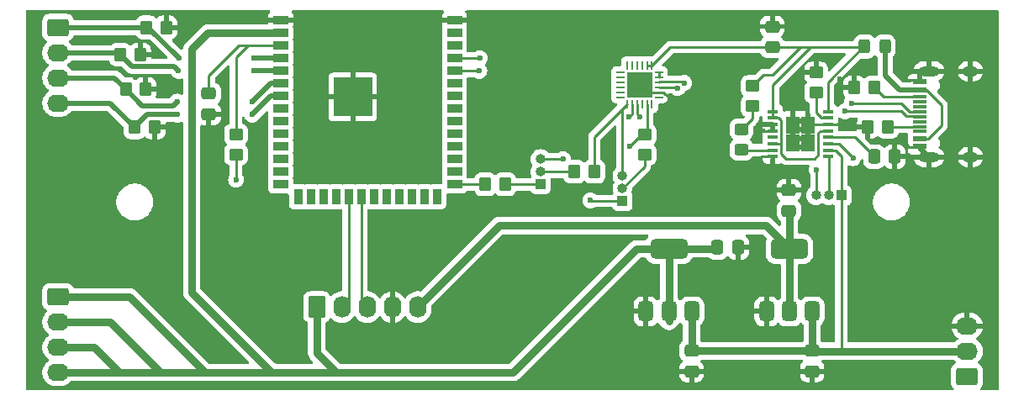
<source format=gbr>
%TF.GenerationSoftware,KiCad,Pcbnew,8.0.5*%
%TF.CreationDate,2024-10-29T11:33:28-05:00*%
%TF.ProjectId,golf_club_draft,676f6c66-5f63-46c7-9562-5f6472616674,rev?*%
%TF.SameCoordinates,Original*%
%TF.FileFunction,Copper,L1,Top*%
%TF.FilePolarity,Positive*%
%FSLAX46Y46*%
G04 Gerber Fmt 4.6, Leading zero omitted, Abs format (unit mm)*
G04 Created by KiCad (PCBNEW 8.0.5) date 2024-10-29 11:33:28*
%MOMM*%
%LPD*%
G01*
G04 APERTURE LIST*
G04 Aperture macros list*
%AMRoundRect*
0 Rectangle with rounded corners*
0 $1 Rounding radius*
0 $2 $3 $4 $5 $6 $7 $8 $9 X,Y pos of 4 corners*
0 Add a 4 corners polygon primitive as box body*
4,1,4,$2,$3,$4,$5,$6,$7,$8,$9,$2,$3,0*
0 Add four circle primitives for the rounded corners*
1,1,$1+$1,$2,$3*
1,1,$1+$1,$4,$5*
1,1,$1+$1,$6,$7*
1,1,$1+$1,$8,$9*
0 Add four rect primitives between the rounded corners*
20,1,$1+$1,$2,$3,$4,$5,0*
20,1,$1+$1,$4,$5,$6,$7,0*
20,1,$1+$1,$6,$7,$8,$9,0*
20,1,$1+$1,$8,$9,$2,$3,0*%
G04 Aperture macros list end*
%TA.AperFunction,SMDPad,CuDef*%
%ADD10RoundRect,0.250000X-0.325000X-0.450000X0.325000X-0.450000X0.325000X0.450000X-0.325000X0.450000X0*%
%TD*%
%TA.AperFunction,ComponentPad*%
%ADD11R,1.000000X1.000000*%
%TD*%
%TA.AperFunction,ComponentPad*%
%ADD12O,1.000000X1.000000*%
%TD*%
%TA.AperFunction,SMDPad,CuDef*%
%ADD13RoundRect,0.250000X0.350000X0.450000X-0.350000X0.450000X-0.350000X-0.450000X0.350000X-0.450000X0*%
%TD*%
%TA.AperFunction,ComponentPad*%
%ADD14RoundRect,0.250000X-0.845000X0.620000X-0.845000X-0.620000X0.845000X-0.620000X0.845000X0.620000X0*%
%TD*%
%TA.AperFunction,ComponentPad*%
%ADD15O,2.190000X1.740000*%
%TD*%
%TA.AperFunction,SMDPad,CuDef*%
%ADD16RoundRect,0.250000X0.450000X-0.325000X0.450000X0.325000X-0.450000X0.325000X-0.450000X-0.325000X0*%
%TD*%
%TA.AperFunction,SMDPad,CuDef*%
%ADD17RoundRect,0.250000X0.450000X-0.350000X0.450000X0.350000X-0.450000X0.350000X-0.450000X-0.350000X0*%
%TD*%
%TA.AperFunction,SMDPad,CuDef*%
%ADD18RoundRect,0.250000X0.475000X-0.337500X0.475000X0.337500X-0.475000X0.337500X-0.475000X-0.337500X0*%
%TD*%
%TA.AperFunction,SMDPad,CuDef*%
%ADD19RoundRect,0.250000X-0.475000X0.337500X-0.475000X-0.337500X0.475000X-0.337500X0.475000X0.337500X0*%
%TD*%
%TA.AperFunction,SMDPad,CuDef*%
%ADD20RoundRect,0.250000X-0.350000X-0.450000X0.350000X-0.450000X0.350000X0.450000X-0.350000X0.450000X0*%
%TD*%
%TA.AperFunction,SMDPad,CuDef*%
%ADD21R,1.050000X0.450000*%
%TD*%
%TA.AperFunction,SMDPad,CuDef*%
%ADD22R,1.470000X0.895000*%
%TD*%
%TA.AperFunction,SMDPad,CuDef*%
%ADD23RoundRect,0.375000X0.375000X-0.625000X0.375000X0.625000X-0.375000X0.625000X-0.375000X-0.625000X0*%
%TD*%
%TA.AperFunction,SMDPad,CuDef*%
%ADD24RoundRect,0.500000X1.400000X-0.500000X1.400000X0.500000X-1.400000X0.500000X-1.400000X-0.500000X0*%
%TD*%
%TA.AperFunction,SMDPad,CuDef*%
%ADD25R,1.500000X0.900000*%
%TD*%
%TA.AperFunction,SMDPad,CuDef*%
%ADD26R,0.900000X1.500000*%
%TD*%
%TA.AperFunction,HeatsinkPad*%
%ADD27C,0.600000*%
%TD*%
%TA.AperFunction,SMDPad,CuDef*%
%ADD28R,3.900000X3.900000*%
%TD*%
%TA.AperFunction,ComponentPad*%
%ADD29RoundRect,0.250000X0.845000X-0.620000X0.845000X0.620000X-0.845000X0.620000X-0.845000X-0.620000X0*%
%TD*%
%TA.AperFunction,SMDPad,CuDef*%
%ADD30RoundRect,0.250000X-0.450000X0.350000X-0.450000X-0.350000X0.450000X-0.350000X0.450000X0.350000X0*%
%TD*%
%TA.AperFunction,ComponentPad*%
%ADD31RoundRect,0.250000X-0.620000X-0.845000X0.620000X-0.845000X0.620000X0.845000X-0.620000X0.845000X0*%
%TD*%
%TA.AperFunction,ComponentPad*%
%ADD32O,1.740000X2.190000*%
%TD*%
%TA.AperFunction,SMDPad,CuDef*%
%ADD33R,1.450000X0.600000*%
%TD*%
%TA.AperFunction,SMDPad,CuDef*%
%ADD34R,1.450000X0.300000*%
%TD*%
%TA.AperFunction,ComponentPad*%
%ADD35O,2.100000X1.000000*%
%TD*%
%TA.AperFunction,ComponentPad*%
%ADD36O,1.600000X1.000000*%
%TD*%
%TA.AperFunction,SMDPad,CuDef*%
%ADD37RoundRect,0.062500X0.350000X0.062500X-0.350000X0.062500X-0.350000X-0.062500X0.350000X-0.062500X0*%
%TD*%
%TA.AperFunction,SMDPad,CuDef*%
%ADD38RoundRect,0.062500X0.062500X0.350000X-0.062500X0.350000X-0.062500X-0.350000X0.062500X-0.350000X0*%
%TD*%
%TA.AperFunction,HeatsinkPad*%
%ADD39R,2.600000X2.600000*%
%TD*%
%TA.AperFunction,SMDPad,CuDef*%
%ADD40RoundRect,0.250000X-0.337500X-0.475000X0.337500X-0.475000X0.337500X0.475000X-0.337500X0.475000X0*%
%TD*%
%TA.AperFunction,ViaPad*%
%ADD41C,0.600000*%
%TD*%
%TA.AperFunction,Conductor*%
%ADD42C,0.254000*%
%TD*%
%TA.AperFunction,Conductor*%
%ADD43C,0.508000*%
%TD*%
%TA.AperFunction,Conductor*%
%ADD44C,0.762000*%
%TD*%
G04 APERTURE END LIST*
D10*
%TO.P,D2,1,K*%
%TO.N,/VIN*%
X127194200Y-35153600D03*
%TO.P,D2,2,A*%
%TO.N,Net-(D2-A)*%
X129244200Y-35153600D03*
%TD*%
D11*
%TO.P,Q1,1,C*%
%TO.N,/VBATT*%
X124866400Y-50139600D03*
D12*
%TO.P,Q1,2,B*%
%TO.N,Net-(BATTCHARGER1-DRIVE)*%
X123596400Y-50139600D03*
%TO.P,Q1,3,E*%
%TO.N,Net-(BATTCHARGER1-SENSE)*%
X122326400Y-50139600D03*
%TD*%
D13*
%TO.P,R5,1*%
%TO.N,Net-(J1-CC2)*%
X128168400Y-39268400D03*
%TO.P,R5,2*%
%TO.N,GND*%
X126168400Y-39268400D03*
%TD*%
D14*
%TO.P,FSR_V1,1,Pin_1*%
%TO.N,/3V3*%
X45974000Y-60350400D03*
D15*
%TO.P,FSR_V1,2,Pin_2*%
X45974000Y-62890400D03*
%TO.P,FSR_V1,3,Pin_3*%
X45974000Y-65430400D03*
%TO.P,FSR_V1,4,Pin_4*%
X45974000Y-67970400D03*
%TD*%
D16*
%TO.P,D1,1,K*%
%TO.N,Net-(BATTCHARGER1-~{CHRG})*%
X114808000Y-45534800D03*
%TO.P,D1,2,A*%
%TO.N,Net-(D1-A)*%
X114808000Y-43484800D03*
%TD*%
D11*
%TO.P,Q3,1,C*%
%TO.N,Net-(Q3-C)*%
X94564600Y-49027000D03*
D12*
%TO.P,Q3,2,B*%
%TO.N,Net-(Q3-B)*%
X94564600Y-47757000D03*
%TO.P,Q3,3,E*%
%TO.N,/DTR*%
X94564600Y-46487000D03*
%TD*%
D17*
%TO.P,R3,1*%
%TO.N,Net-(BATTCHARGER1-PROG)*%
X122326400Y-39776400D03*
%TO.P,R3,2*%
%TO.N,GND*%
X122326400Y-37776400D03*
%TD*%
D18*
%TO.P,C7,1*%
%TO.N,GND*%
X61163200Y-41960800D03*
%TO.P,C7,2*%
%TO.N,/RESET*%
X61163200Y-39885800D03*
%TD*%
D19*
%TO.P,C1,1*%
%TO.N,/VBATT*%
X109778800Y-65786000D03*
%TO.P,C1,2*%
%TO.N,GND*%
X109778800Y-67861000D03*
%TD*%
D18*
%TO.P,C4,1*%
%TO.N,/1V8*%
X119583200Y-51685100D03*
%TO.P,C4,2*%
%TO.N,GND*%
X119583200Y-49610100D03*
%TD*%
D20*
%TO.P,R12,1*%
%TO.N,/GPIO0*%
X89017600Y-49022000D03*
%TO.P,R12,2*%
%TO.N,Net-(Q3-C)*%
X91017600Y-49022000D03*
%TD*%
D14*
%TO.P,FSR_IO1,1,Pin_1*%
%TO.N,/FSR1*%
X45974000Y-33223200D03*
D15*
%TO.P,FSR_IO1,2,Pin_2*%
%TO.N,/FSR2*%
X45974000Y-35763200D03*
%TO.P,FSR_IO1,3,Pin_3*%
%TO.N,/FSR3*%
X45974000Y-38303200D03*
%TO.P,FSR_IO1,4,Pin_4*%
%TO.N,/FSR4*%
X45974000Y-40843200D03*
%TD*%
D13*
%TO.P,R7,1*%
%TO.N,GND*%
X54238400Y-35966400D03*
%TO.P,R7,2*%
%TO.N,/FSR2*%
X52238400Y-35966400D03*
%TD*%
D21*
%TO.P,BATTCHARGER1,1,DRIVE*%
%TO.N,Net-(BATTCHARGER1-DRIVE)*%
X123502800Y-46238700D03*
%TO.P,BATTCHARGER1,2,BAT*%
%TO.N,/VBATT*%
X123502800Y-45588700D03*
%TO.P,BATTCHARGER1,3,SENSE*%
%TO.N,Net-(BATTCHARGER1-SENSE)*%
X123502800Y-44938700D03*
%TO.P,BATTCHARGER1,4,TIMER*%
%TO.N,Net-(BATTCHARGER1-TIMER)*%
X123502800Y-44288700D03*
%TO.P,BATTCHARGER1,5,~{SHDN}*%
%TO.N,/VIN*%
X123502800Y-43638700D03*
%TO.P,BATTCHARGER1,6,PAUSE*%
%TO.N,GND*%
X123502800Y-42988700D03*
%TO.P,BATTCHARGER1,7,PROG*%
%TO.N,Net-(BATTCHARGER1-PROG)*%
X123502800Y-42338700D03*
%TO.P,BATTCHARGER1,8,ARCT*%
%TO.N,/VIN*%
X123502800Y-41688700D03*
%TO.P,BATTCHARGER1,9,SEL0*%
X117952800Y-41688700D03*
%TO.P,BATTCHARGER1,10,SEL1*%
X117952800Y-42338700D03*
%TO.P,BATTCHARGER1,11,NTC*%
%TO.N,GND*%
X117952800Y-42988700D03*
%TO.P,BATTCHARGER1,12,CHEM*%
X117952800Y-43638700D03*
%TO.P,BATTCHARGER1,13,~{ACP}*%
%TO.N,unconnected-(BATTCHARGER1-~{ACP}-Pad13)*%
X117952800Y-44288700D03*
%TO.P,BATTCHARGER1,14,V_{CC}*%
%TO.N,/VIN*%
X117952800Y-44938700D03*
%TO.P,BATTCHARGER1,15,~{CHRG}*%
%TO.N,Net-(BATTCHARGER1-~{CHRG})*%
X117952800Y-45588700D03*
%TO.P,BATTCHARGER1,16,GND*%
%TO.N,GND*%
X117952800Y-46238700D03*
D22*
%TO.P,BATTCHARGER1,17,GNDPAD*%
X121462800Y-45306200D03*
X121462800Y-44411200D03*
X121462800Y-43516200D03*
X121462800Y-42621200D03*
X119992800Y-45306200D03*
X119992800Y-44411200D03*
X119992800Y-43516200D03*
X119992800Y-42621200D03*
%TD*%
D23*
%TO.P,3V3LR1,1,GND*%
%TO.N,GND*%
X105192800Y-61824400D03*
%TO.P,3V3LR1,2,VO*%
%TO.N,/3V3*%
X107492800Y-61824400D03*
D24*
X107492800Y-55524400D03*
D23*
%TO.P,3V3LR1,3,VI*%
%TO.N,/VBATT*%
X109792800Y-61824400D03*
%TD*%
D13*
%TO.P,R6,1*%
%TO.N,GND*%
X56880000Y-33223200D03*
%TO.P,R6,2*%
%TO.N,/FSR1*%
X54880000Y-33223200D03*
%TD*%
D19*
%TO.P,C3,1*%
%TO.N,/VBATT*%
X121920000Y-65786000D03*
%TO.P,C3,2*%
%TO.N,GND*%
X121920000Y-67861000D03*
%TD*%
D23*
%TO.P,1V8LR1,1,GND*%
%TO.N,GND*%
X117334000Y-61824400D03*
%TO.P,1V8LR1,2,VO*%
%TO.N,/1V8*%
X119634000Y-61824400D03*
D24*
X119634000Y-55524400D03*
D23*
%TO.P,1V8LR1,3,VI*%
%TO.N,/VBATT*%
X121934000Y-61824400D03*
%TD*%
D25*
%TO.P,U3,1,GND*%
%TO.N,GND*%
X68402800Y-32512000D03*
%TO.P,U3,2,3V3*%
%TO.N,/3V3*%
X68402800Y-33782000D03*
%TO.P,U3,3,EN*%
%TO.N,/RESET*%
X68402800Y-35052000D03*
%TO.P,U3,4,IO4*%
%TO.N,/FSR1*%
X68402800Y-36322000D03*
%TO.P,U3,5,IO5*%
%TO.N,/FSR2*%
X68402800Y-37592000D03*
%TO.P,U3,6,IO6*%
%TO.N,/FSR3*%
X68402800Y-38862000D03*
%TO.P,U3,7,IO7*%
%TO.N,/FSR4*%
X68402800Y-40132000D03*
%TO.P,U3,8,IO15*%
%TO.N,unconnected-(U3-IO15-Pad8)*%
X68402800Y-41402000D03*
%TO.P,U3,9,IO16*%
%TO.N,unconnected-(U3-IO16-Pad9)*%
X68402800Y-42672000D03*
%TO.P,U3,10,IO17*%
%TO.N,unconnected-(U3-IO17-Pad10)*%
X68402800Y-43942000D03*
%TO.P,U3,11,IO18*%
%TO.N,unconnected-(U3-IO18-Pad11)*%
X68402800Y-45212000D03*
%TO.P,U3,12,IO8*%
%TO.N,unconnected-(U3-IO8-Pad12)*%
X68402800Y-46482000D03*
%TO.P,U3,13,IO19*%
%TO.N,unconnected-(U3-IO19-Pad13)*%
X68402800Y-47752000D03*
%TO.P,U3,14,IO20*%
%TO.N,unconnected-(U3-IO20-Pad14)*%
X68402800Y-49022000D03*
D26*
%TO.P,U3,15,IO3*%
%TO.N,unconnected-(U3-IO3-Pad15)*%
X70167800Y-50272000D03*
%TO.P,U3,16,IO46*%
%TO.N,unconnected-(U3-IO46-Pad16)*%
X71437800Y-50272000D03*
%TO.P,U3,17,IO9*%
%TO.N,unconnected-(U3-IO9-Pad17)*%
X72707800Y-50272000D03*
%TO.P,U3,18,IO10*%
%TO.N,unconnected-(U3-IO10-Pad18)*%
X73977800Y-50272000D03*
%TO.P,U3,19,IO11*%
%TO.N,/SDA*%
X75247800Y-50272000D03*
%TO.P,U3,20,IO12*%
%TO.N,/SCL*%
X76517800Y-50272000D03*
%TO.P,U3,21,IO13*%
%TO.N,unconnected-(U3-IO13-Pad21)*%
X77787800Y-50272000D03*
%TO.P,U3,22,IO14*%
%TO.N,unconnected-(U3-IO14-Pad22)*%
X79057800Y-50272000D03*
%TO.P,U3,23,IO21*%
%TO.N,unconnected-(U3-IO21-Pad23)*%
X80327800Y-50272000D03*
%TO.P,U3,24,IO47*%
%TO.N,unconnected-(U3-IO47-Pad24)*%
X81597800Y-50272000D03*
%TO.P,U3,25,IO48*%
%TO.N,unconnected-(U3-IO48-Pad25)*%
X82867800Y-50272000D03*
%TO.P,U3,26,IO45*%
%TO.N,unconnected-(U3-IO45-Pad26)*%
X84137800Y-50272000D03*
D25*
%TO.P,U3,27,IO0*%
%TO.N,/GPIO0*%
X85902800Y-49022000D03*
%TO.P,U3,28,IO35*%
%TO.N,unconnected-(U3-IO35-Pad28)*%
X85902800Y-47752000D03*
%TO.P,U3,29,IO36*%
%TO.N,unconnected-(U3-IO36-Pad29)*%
X85902800Y-46482000D03*
%TO.P,U3,30,IO37*%
%TO.N,unconnected-(U3-IO37-Pad30)*%
X85902800Y-45212000D03*
%TO.P,U3,31,IO38*%
%TO.N,unconnected-(U3-IO38-Pad31)*%
X85902800Y-43942000D03*
%TO.P,U3,32,IO39*%
%TO.N,unconnected-(U3-IO39-Pad32)*%
X85902800Y-42672000D03*
%TO.P,U3,33,IO40*%
%TO.N,unconnected-(U3-IO40-Pad33)*%
X85902800Y-41402000D03*
%TO.P,U3,34,IO41*%
%TO.N,unconnected-(U3-IO41-Pad34)*%
X85902800Y-40132000D03*
%TO.P,U3,35,IO42*%
%TO.N,unconnected-(U3-IO42-Pad35)*%
X85902800Y-38862000D03*
%TO.P,U3,36,RXD0*%
%TO.N,/RXD*%
X85902800Y-37592000D03*
%TO.P,U3,37,TXD0*%
%TO.N,/TXD*%
X85902800Y-36322000D03*
%TO.P,U3,38,IO2*%
%TO.N,unconnected-(U3-IO2-Pad38)*%
X85902800Y-35052000D03*
%TO.P,U3,39,IO1*%
%TO.N,unconnected-(U3-IO1-Pad39)*%
X85902800Y-33782000D03*
%TO.P,U3,40,GND*%
%TO.N,GND*%
X85902800Y-32512000D03*
D27*
%TO.P,U3,41,GND*%
X74252800Y-39532000D03*
X74252800Y-40932000D03*
X74952800Y-38832000D03*
X74952800Y-40232000D03*
X74952800Y-41632000D03*
X75652800Y-39532000D03*
D28*
X75652800Y-40232000D03*
D27*
X75652800Y-40932000D03*
X76352800Y-38832000D03*
X76352800Y-40232000D03*
X76352800Y-41632000D03*
X77052800Y-39532000D03*
X77052800Y-40932000D03*
%TD*%
D29*
%TO.P,BATTIO1,1,Pin_1*%
%TO.N,unconnected-(BATTIO1-Pin_1-Pad1)*%
X137515600Y-68376800D03*
D15*
%TO.P,BATTIO1,2,Pin_2*%
%TO.N,/VBATT*%
X137515600Y-65836800D03*
%TO.P,BATTIO1,3,Pin_3*%
%TO.N,GND*%
X137515600Y-63296800D03*
%TD*%
D13*
%TO.P,R10,1*%
%TO.N,/RTS*%
X99993200Y-47752000D03*
%TO.P,R10,2*%
%TO.N,Net-(Q3-B)*%
X97993200Y-47752000D03*
%TD*%
D30*
%TO.P,R1,1*%
%TO.N,/VIN*%
X115925600Y-39132000D03*
%TO.P,R1,2*%
%TO.N,Net-(D1-A)*%
X115925600Y-41132000D03*
%TD*%
D31*
%TO.P,IMU_IO1,1,Pin_1*%
%TO.N,/3V3*%
X72034400Y-61386400D03*
D32*
%TO.P,IMU_IO1,2,Pin_2*%
%TO.N,/SDA*%
X74574400Y-61386400D03*
%TO.P,IMU_IO1,3,Pin_3*%
%TO.N,/SCL*%
X77114400Y-61386400D03*
%TO.P,IMU_IO1,4,Pin_4*%
%TO.N,GND*%
X79654400Y-61386400D03*
%TO.P,IMU_IO1,5,Pin_5*%
%TO.N,/1V8*%
X82194400Y-61386400D03*
%TD*%
D17*
%TO.P,R11,1*%
%TO.N,Net-(Q2-C)*%
X63906400Y-46008800D03*
%TO.P,R11,2*%
%TO.N,/RESET*%
X63906400Y-44008800D03*
%TD*%
D13*
%TO.P,R4,1*%
%TO.N,Net-(J1-CC1)*%
X129540000Y-43230800D03*
%TO.P,R4,2*%
%TO.N,GND*%
X127540000Y-43230800D03*
%TD*%
D33*
%TO.P,J1,A1,GND*%
%TO.N,GND*%
X132776200Y-45208800D03*
%TO.P,J1,A4,VBUS*%
%TO.N,Net-(D2-A)*%
X132776200Y-44408800D03*
D34*
%TO.P,J1,A5,CC1*%
%TO.N,Net-(J1-CC1)*%
X132776200Y-43208800D03*
%TO.P,J1,A6,D+*%
%TO.N,/D+*%
X132776200Y-42208800D03*
%TO.P,J1,A7,D-*%
%TO.N,/D-*%
X132776200Y-41708800D03*
%TO.P,J1,A8,SBU1*%
%TO.N,unconnected-(J1-SBU1-PadA8)*%
X132776200Y-40708800D03*
D33*
%TO.P,J1,A9,VBUS*%
%TO.N,Net-(D2-A)*%
X132776200Y-39508800D03*
%TO.P,J1,A12,GND*%
%TO.N,GND*%
X132776200Y-38708800D03*
%TO.P,J1,B1,GND*%
X132776200Y-38708800D03*
%TO.P,J1,B4,VBUS*%
%TO.N,Net-(D2-A)*%
X132776200Y-39508800D03*
D34*
%TO.P,J1,B5,CC2*%
%TO.N,Net-(J1-CC2)*%
X132776200Y-40208800D03*
%TO.P,J1,B6,D+*%
%TO.N,unconnected-(J1-D+-PadB6)*%
X132776200Y-41208800D03*
%TO.P,J1,B7,D-*%
%TO.N,unconnected-(J1-D--PadB7)*%
X132776200Y-42708800D03*
%TO.P,J1,B8,SBU2*%
%TO.N,unconnected-(J1-SBU2-PadB8)*%
X132776200Y-43708800D03*
D33*
%TO.P,J1,B9,VBUS*%
%TO.N,Net-(D2-A)*%
X132776200Y-44408800D03*
%TO.P,J1,B12,GND*%
%TO.N,GND*%
X132776200Y-45208800D03*
D35*
%TO.P,J1,S1,SHIELD*%
X133691200Y-46278800D03*
D36*
X137871200Y-46278800D03*
D35*
X133691200Y-37638800D03*
D36*
X137871200Y-37638800D03*
%TD*%
D13*
%TO.P,R8,1*%
%TO.N,GND*%
X54797200Y-39420800D03*
%TO.P,R8,2*%
%TO.N,/FSR3*%
X52797200Y-39420800D03*
%TD*%
D30*
%TO.P,R2,1*%
%TO.N,/DTR*%
X105054400Y-44043600D03*
%TO.P,R2,2*%
%TO.N,Net-(Q2-B)*%
X105054400Y-46043600D03*
%TD*%
D13*
%TO.P,R9,1*%
%TO.N,GND*%
X55695600Y-43281600D03*
%TO.P,R9,2*%
%TO.N,/FSR4*%
X53695600Y-43281600D03*
%TD*%
D37*
%TO.P,U2,1,~{RI}*%
%TO.N,unconnected-(U2-~{RI}-Pad1)*%
X106476800Y-40244400D03*
%TO.P,U2,2,GND*%
%TO.N,GND*%
X106476800Y-39744400D03*
%TO.P,U2,3,D+*%
%TO.N,/D+*%
X106476800Y-39244400D03*
%TO.P,U2,4,D-*%
%TO.N,/D-*%
X106476800Y-38744400D03*
%TO.P,U2,5,VIO*%
%TO.N,Net-(U2-VDD)*%
X106476800Y-38244400D03*
%TO.P,U2,6,VDD*%
X106476800Y-37744400D03*
D38*
%TO.P,U2,7,REGIN*%
%TO.N,/VIN*%
X105789300Y-37056900D03*
%TO.P,U2,8,VBUS*%
X105289300Y-37056900D03*
%TO.P,U2,9,~{RST}*%
%TO.N,unconnected-(U2-~{RST}-Pad9)*%
X104789300Y-37056900D03*
%TO.P,U2,10,NC*%
%TO.N,unconnected-(U2-NC-Pad10)*%
X104289300Y-37056900D03*
%TO.P,U2,11,GPIO.3*%
%TO.N,unconnected-(U2-GPIO.3-Pad11)*%
X103789300Y-37056900D03*
%TO.P,U2,12,RS485/GPIO.2*%
%TO.N,unconnected-(U2-RS485{slash}GPIO.2-Pad12)*%
X103289300Y-37056900D03*
D37*
%TO.P,U2,13,RXT/GPIO.1*%
%TO.N,unconnected-(U2-RXT{slash}GPIO.1-Pad13)*%
X102601800Y-37744400D03*
%TO.P,U2,14,TXT/GPIO.0*%
%TO.N,unconnected-(U2-TXT{slash}GPIO.0-Pad14)*%
X102601800Y-38244400D03*
%TO.P,U2,15,~{SUSPEND}*%
%TO.N,unconnected-(U2-~{SUSPEND}-Pad15)*%
X102601800Y-38744400D03*
%TO.P,U2,16,VPP*%
%TO.N,unconnected-(U2-VPP-Pad16)*%
X102601800Y-39244400D03*
%TO.P,U2,17,SUSPEND*%
%TO.N,unconnected-(U2-SUSPEND-Pad17)*%
X102601800Y-39744400D03*
%TO.P,U2,18,~{CTS}*%
%TO.N,unconnected-(U2-~{CTS}-Pad18)*%
X102601800Y-40244400D03*
D38*
%TO.P,U2,19,~{RTS}*%
%TO.N,/RTS*%
X103289300Y-40931900D03*
%TO.P,U2,20,RXD*%
%TO.N,/RXD*%
X103789300Y-40931900D03*
%TO.P,U2,21,TXD*%
%TO.N,/TXD*%
X104289300Y-40931900D03*
%TO.P,U2,22,~{DSR}*%
%TO.N,unconnected-(U2-~{DSR}-Pad22)*%
X104789300Y-40931900D03*
%TO.P,U2,23,~{DTR}*%
%TO.N,/DTR*%
X105289300Y-40931900D03*
%TO.P,U2,24,~{DCD}*%
%TO.N,unconnected-(U2-~{DCD}-Pad24)*%
X105789300Y-40931900D03*
D39*
%TO.P,U2,25,GND*%
%TO.N,GND*%
X104539300Y-38994400D03*
%TD*%
D40*
%TO.P,C2,1*%
%TO.N,/3V3*%
X112377400Y-55372000D03*
%TO.P,C2,2*%
%TO.N,GND*%
X114452400Y-55372000D03*
%TD*%
D11*
%TO.P,Q2,1,C*%
%TO.N,Net-(Q2-C)*%
X102819200Y-50698400D03*
D12*
%TO.P,Q2,2,B*%
%TO.N,Net-(Q2-B)*%
X102819200Y-49428400D03*
%TO.P,Q2,3,E*%
%TO.N,/RTS*%
X102819200Y-48158400D03*
%TD*%
D18*
%TO.P,C6,1*%
%TO.N,/VIN*%
X117906800Y-35204400D03*
%TO.P,C6,2*%
%TO.N,GND*%
X117906800Y-33129400D03*
%TD*%
D40*
%TO.P,C5,1*%
%TO.N,Net-(BATTCHARGER1-TIMER)*%
X128146900Y-46228000D03*
%TO.P,C5,2*%
%TO.N,GND*%
X130221900Y-46228000D03*
%TD*%
D41*
%TO.N,GND*%
X102920800Y-66344800D03*
X113284000Y-68173600D03*
X113340978Y-51233503D03*
X113385600Y-58978800D03*
X116941600Y-36779200D03*
X122783600Y-36220400D03*
X78790800Y-55321200D03*
X57302400Y-39166800D03*
X116789200Y-42976800D03*
X73202800Y-55219600D03*
X59436000Y-32308800D03*
X88341200Y-58877200D03*
X124714000Y-38404800D03*
X51257200Y-45212000D03*
X124714000Y-34239200D03*
X130911600Y-37439600D03*
X125476000Y-42976800D03*
X113639600Y-41757600D03*
X55930800Y-35915600D03*
%TO.N,Net-(BATTCHARGER1-SENSE)*%
X126034800Y-46380400D03*
X122377200Y-47548800D03*
%TO.N,/FSR2*%
X58115200Y-37592000D03*
X65684400Y-37592000D03*
%TO.N,/FSR1*%
X65684400Y-36322000D03*
X58166000Y-36322000D03*
%TO.N,/FSR4*%
X57962800Y-42011600D03*
X65532000Y-42011600D03*
%TO.N,/FSR3*%
X65532000Y-40690800D03*
X57962800Y-40690800D03*
%TO.N,/D-*%
X109016800Y-38811200D03*
X125882400Y-40843200D03*
%TO.N,/D+*%
X108402221Y-39323349D03*
X125222000Y-41656000D03*
%TO.N,/DTR*%
X103581200Y-45161200D03*
X96824800Y-46482000D03*
%TO.N,/RXD*%
X88392000Y-37592000D03*
X103479600Y-42265600D03*
%TO.N,/TXD*%
X104546400Y-42214800D03*
X88442800Y-36322000D03*
%TO.N,Net-(Q2-C)*%
X63906400Y-48564800D03*
X99594556Y-50647600D03*
%TD*%
D42*
%TO.N,/VIN*%
X127194200Y-35153600D02*
X127078488Y-35153600D01*
X127078488Y-35153600D02*
X123502800Y-38729288D01*
X123502800Y-38729288D02*
X123502800Y-41688700D01*
X127143400Y-35204400D02*
X127194200Y-35153600D01*
X120722300Y-35204400D02*
X127143400Y-35204400D01*
D43*
%TO.N,Net-(D2-A)*%
X129295000Y-38109000D02*
X129295000Y-35661600D01*
X130694800Y-39508800D02*
X129295000Y-38109000D01*
X132776200Y-39508800D02*
X130694800Y-39508800D01*
D42*
%TO.N,/VIN*%
X117952800Y-39040700D02*
X121767600Y-35225900D01*
X121767600Y-35225900D02*
X121767600Y-35204400D01*
X107641800Y-35204400D02*
X105789300Y-37056900D01*
X120722300Y-35204400D02*
X107641800Y-35204400D01*
X117043200Y-37998400D02*
X117928300Y-37998400D01*
X115925600Y-39116000D02*
X117043200Y-37998400D01*
X117928300Y-37998400D02*
X120722300Y-35204400D01*
X115925600Y-39132000D02*
X115925600Y-39116000D01*
%TO.N,GND*%
X116880100Y-46238700D02*
X116179600Y-46939200D01*
X117952800Y-46238700D02*
X116880100Y-46238700D01*
%TO.N,/VBATT*%
X124281800Y-45588700D02*
X123502800Y-45588700D01*
D44*
X121970800Y-65836800D02*
X121920000Y-65786000D01*
X121920000Y-65786000D02*
X109778800Y-65786000D01*
D42*
X124866400Y-50139600D02*
X124866400Y-65836800D01*
D44*
X124866400Y-65836800D02*
X121970800Y-65836800D01*
X137515600Y-65836800D02*
X124866400Y-65836800D01*
X109778800Y-65786000D02*
X109778800Y-61838400D01*
D42*
X124866400Y-50139600D02*
X124866400Y-46173300D01*
X124866400Y-46173300D02*
X124281800Y-45588700D01*
D44*
X121920000Y-65786000D02*
X121920000Y-61838400D01*
X109778800Y-61838400D02*
X109792800Y-61824400D01*
X121920000Y-61838400D02*
X121934000Y-61824400D01*
D43*
%TO.N,GND*%
X132776200Y-45363800D02*
X133691200Y-46278800D01*
D42*
X105289300Y-39744400D02*
X106476800Y-39744400D01*
D43*
X116789200Y-42976800D02*
X116830100Y-43017700D01*
D42*
X123502800Y-42988700D02*
X121990300Y-42988700D01*
X104539300Y-38994400D02*
X105289300Y-39744400D01*
D43*
X132776200Y-45208800D02*
X132776200Y-45363800D01*
D42*
X116993900Y-43638700D02*
X116992400Y-43637200D01*
D43*
X116830100Y-43017700D02*
X117952800Y-43017700D01*
D42*
X123502800Y-42988700D02*
X124752900Y-42988700D01*
X117952800Y-43638700D02*
X116993900Y-43638700D01*
X106952800Y-39744400D02*
X108254800Y-41046400D01*
X106476800Y-39744400D02*
X106952800Y-39744400D01*
X121990300Y-42988700D02*
X121462800Y-43516200D01*
D44*
%TO.N,/1V8*%
X119634000Y-61824400D02*
X119634000Y-55524400D01*
X119634000Y-51735900D02*
X119583200Y-51685100D01*
X119634000Y-55524400D02*
X117297200Y-53187600D01*
X90393200Y-53187600D02*
X82194400Y-61386400D01*
X117297200Y-53187600D02*
X90393200Y-53187600D01*
X119634000Y-55524400D02*
X119634000Y-51735900D01*
%TO.N,/3V3*%
X72034400Y-61386400D02*
X72034400Y-66040000D01*
X61061600Y-33782000D02*
X59436000Y-35407600D01*
X51257200Y-62890400D02*
X56337200Y-67970400D01*
X45974000Y-62890400D02*
X51257200Y-62890400D01*
X107492800Y-61824400D02*
X107492800Y-55524400D01*
X60807600Y-67970400D02*
X56337200Y-67970400D01*
X72034400Y-66040000D02*
X73964800Y-67970400D01*
X73964800Y-67970400D02*
X67513200Y-67970400D01*
X53187600Y-60350400D02*
X60807600Y-67970400D01*
X104241600Y-55524400D02*
X91795600Y-67970400D01*
X56337200Y-67970400D02*
X52171600Y-67970400D01*
X107492800Y-61824400D02*
X107492800Y-62824400D01*
X45974000Y-65430400D02*
X49631600Y-65430400D01*
X67513200Y-67970400D02*
X60807600Y-67970400D01*
X112225000Y-55524400D02*
X112377400Y-55372000D01*
X68402800Y-33782000D02*
X61061600Y-33782000D01*
X107492800Y-55524400D02*
X104241600Y-55524400D01*
X91795600Y-67970400D02*
X73964800Y-67970400D01*
X45974000Y-60350400D02*
X53187600Y-60350400D01*
X49631600Y-65430400D02*
X52171600Y-67970400D01*
X59436000Y-59893200D02*
X67513200Y-67970400D01*
X107492800Y-55524400D02*
X112225000Y-55524400D01*
X52171600Y-67970400D02*
X45974000Y-67970400D01*
X59436000Y-35407600D02*
X59436000Y-59893200D01*
D42*
%TO.N,/VIN*%
X122524800Y-43837700D02*
X122524800Y-46080700D01*
X118538700Y-42338700D02*
X117952800Y-42338700D01*
X118804800Y-45954700D02*
X118804800Y-44399200D01*
X123502800Y-43638700D02*
X122723800Y-43638700D01*
X119281300Y-46431200D02*
X118804800Y-45954700D01*
X105789300Y-37056900D02*
X105289300Y-37056900D01*
X118804800Y-44865700D02*
X118804800Y-44399200D01*
X122174300Y-46431200D02*
X119281300Y-46431200D01*
X122524800Y-46080700D02*
X122174300Y-46431200D01*
X118804800Y-42604800D02*
X118538700Y-42338700D01*
X118731800Y-44938700D02*
X118804800Y-44865700D01*
X117952800Y-41688700D02*
X117952800Y-42338700D01*
X122723800Y-43638700D02*
X122524800Y-43837700D01*
X117952800Y-41688700D02*
X117952800Y-39040700D01*
X117952800Y-44938700D02*
X118731800Y-44938700D01*
X118804800Y-44399200D02*
X118804800Y-42604800D01*
%TO.N,Net-(BATTCHARGER1-~{CHRG})*%
X117932100Y-45609400D02*
X117952800Y-45588700D01*
X117952800Y-45588700D02*
X114861900Y-45588700D01*
%TO.N,Net-(BATTCHARGER1-TIMER)*%
X123502800Y-44288700D02*
X126207600Y-44288700D01*
X126207600Y-44288700D02*
X128146900Y-46228000D01*
%TO.N,Net-(BATTCHARGER1-PROG)*%
X122326400Y-41808400D02*
X122326400Y-39776400D01*
X122856700Y-42338700D02*
X122326400Y-41808400D01*
X123502800Y-42338700D02*
X122856700Y-42338700D01*
%TO.N,Net-(BATTCHARGER1-DRIVE)*%
X123596400Y-46332300D02*
X123502800Y-46238700D01*
X123596400Y-50139600D02*
X123596400Y-46332300D01*
%TO.N,Net-(BATTCHARGER1-SENSE)*%
X122377200Y-47548800D02*
X122326400Y-47548800D01*
X126034800Y-46380400D02*
X124593100Y-44938700D01*
X124593100Y-44938700D02*
X123502800Y-44938700D01*
X122326400Y-50139600D02*
X122377200Y-47548800D01*
%TO.N,/RESET*%
X63906400Y-36220400D02*
X65074800Y-35052000D01*
X64160400Y-35052000D02*
X61163200Y-38049200D01*
X65074800Y-35052000D02*
X68402800Y-35052000D01*
X63906400Y-44008800D02*
X63906400Y-36220400D01*
X61163200Y-38049200D02*
X61163200Y-39885800D01*
X65074800Y-35052000D02*
X64160400Y-35052000D01*
%TO.N,Net-(D1-A)*%
X115925600Y-42367200D02*
X114808000Y-43484800D01*
X115925600Y-41132000D02*
X115925600Y-42367200D01*
%TO.N,Net-(D2-A)*%
X134923200Y-43090800D02*
X134923200Y-41010600D01*
X133605200Y-44408800D02*
X134923200Y-43090800D01*
X133421400Y-39508800D02*
X132776200Y-39508800D01*
X132776200Y-44408800D02*
X133605200Y-44408800D01*
X134923200Y-41010600D02*
X133421400Y-39508800D01*
D43*
%TO.N,/FSR2*%
X52035200Y-35763200D02*
X52238400Y-35966400D01*
X53406800Y-37134800D02*
X52238400Y-35966400D01*
X65684400Y-37592000D02*
X68402800Y-37592000D01*
X57658000Y-37134800D02*
X53406800Y-37134800D01*
X58115200Y-37592000D02*
X57658000Y-37134800D01*
X45974000Y-35763200D02*
X52035200Y-35763200D01*
%TO.N,/FSR1*%
X65684400Y-36322000D02*
X68402800Y-36322000D01*
X54880000Y-33223200D02*
X55067200Y-33223200D01*
X45974000Y-33223200D02*
X54880000Y-33223200D01*
X55067200Y-33223200D02*
X58166000Y-36322000D01*
%TO.N,/FSR4*%
X65532000Y-42011600D02*
X67411600Y-40132000D01*
X53695600Y-43281600D02*
X54965600Y-42011600D01*
X51257200Y-40843200D02*
X53695600Y-43281600D01*
X54965600Y-42011600D02*
X57962800Y-42011600D01*
X67411600Y-40132000D02*
X68402800Y-40132000D01*
X45974000Y-40843200D02*
X51257200Y-40843200D01*
%TO.N,/FSR3*%
X65532000Y-40690800D02*
X67360800Y-38862000D01*
X45974000Y-38303200D02*
X51679600Y-38303200D01*
X57556400Y-41097200D02*
X57962800Y-40690800D01*
X67360800Y-38862000D02*
X68402800Y-38862000D01*
X51679600Y-38303200D02*
X52797200Y-39420800D01*
X54473600Y-41097200D02*
X57556400Y-41097200D01*
X52797200Y-39420800D02*
X54473600Y-41097200D01*
X57962800Y-40690800D02*
X58013600Y-40690800D01*
D42*
%TO.N,/SCL*%
X77114400Y-61386400D02*
X76517800Y-60789800D01*
X76517800Y-60789800D02*
X76517800Y-50272000D01*
%TO.N,/SDA*%
X74574400Y-61386400D02*
X75247800Y-60713000D01*
X75247800Y-60713000D02*
X75247800Y-50272000D01*
%TO.N,/D-*%
X108901949Y-38696349D02*
X106524851Y-38696349D01*
X106524851Y-38696349D02*
X106476800Y-38744400D01*
X130881600Y-40843200D02*
X125882400Y-40843200D01*
X132776200Y-41708800D02*
X131747200Y-41708800D01*
X131747200Y-41708800D02*
X130881600Y-40843200D01*
X109016800Y-38811200D02*
X108901949Y-38696349D01*
%TO.N,Net-(J1-CC1)*%
X129562000Y-43208800D02*
X129540000Y-43230800D01*
X132776200Y-43208800D02*
X129562000Y-43208800D01*
%TO.N,/D+*%
X132776200Y-42208800D02*
X132776200Y-42199800D01*
X108402221Y-39323349D02*
X108323272Y-39244400D01*
X108323272Y-39244400D02*
X106476800Y-39244400D01*
X132762200Y-42185800D02*
X131390600Y-42185800D01*
X132776200Y-42199800D02*
X132762200Y-42185800D01*
X131390600Y-42185800D02*
X130860800Y-41656000D01*
X130860800Y-41656000D02*
X125222000Y-41656000D01*
%TO.N,Net-(J1-CC2)*%
X132776200Y-40208800D02*
X129108800Y-40208800D01*
X129108800Y-40208800D02*
X128168400Y-39268400D01*
%TO.N,/DTR*%
X105254500Y-43487900D02*
X105289300Y-43487900D01*
X105289300Y-43487900D02*
X105289300Y-40931900D01*
X103581200Y-45161200D02*
X105254500Y-43487900D01*
X96819800Y-46487000D02*
X96824800Y-46482000D01*
X94564600Y-46487000D02*
X96819800Y-46487000D01*
%TO.N,/RTS*%
X99993200Y-44228000D02*
X99993200Y-47752000D01*
X103289300Y-40931900D02*
X102819200Y-41402000D01*
X102819200Y-41402000D02*
X102819200Y-48158400D01*
X103289300Y-40931900D02*
X99993200Y-44228000D01*
%TO.N,/GPIO0*%
X85902800Y-49022000D02*
X89017600Y-49022000D01*
%TO.N,Net-(U2-VDD)*%
X106476800Y-37744400D02*
X106476800Y-38244400D01*
%TO.N,/RXD*%
X103789300Y-41955900D02*
X103789300Y-40931900D01*
X103479600Y-42265600D02*
X103789300Y-41955900D01*
X85902800Y-37592000D02*
X88392000Y-37592000D01*
%TO.N,/TXD*%
X85902800Y-36322000D02*
X88442800Y-36322000D01*
X104289300Y-40931900D02*
X104289300Y-41957700D01*
X104289300Y-41957700D02*
X104546400Y-42214800D01*
%TO.N,Net-(Q2-B)*%
X105054400Y-47193200D02*
X102819200Y-49428400D01*
X105054400Y-46043600D02*
X105054400Y-47193200D01*
%TO.N,Net-(Q2-C)*%
X102819200Y-50698400D02*
X99618800Y-50698400D01*
X63906400Y-46008800D02*
X63906400Y-48564800D01*
%TO.N,Net-(Q3-B)*%
X94564600Y-47757000D02*
X97988200Y-47757000D01*
X97988200Y-47757000D02*
X97993200Y-47752000D01*
%TO.N,Net-(Q3-C)*%
X91022600Y-49027000D02*
X91017600Y-49022000D01*
X94564600Y-49027000D02*
X91022600Y-49027000D01*
%TD*%
%TA.AperFunction,Conductor*%
%TO.N,GND*%
G36*
X67272099Y-31515685D02*
G01*
X67317854Y-31568489D01*
X67327798Y-31637647D01*
X67300509Y-31697400D01*
X67300925Y-31697712D01*
X67299494Y-31699622D01*
X67298773Y-31701203D01*
X67296419Y-31703730D01*
X67209449Y-31819906D01*
X67209445Y-31819913D01*
X67159203Y-31954620D01*
X67159201Y-31954627D01*
X67152800Y-32014155D01*
X67152800Y-32262000D01*
X69652800Y-32262000D01*
X69652800Y-32014172D01*
X69652799Y-32014155D01*
X69646398Y-31954627D01*
X69646396Y-31954620D01*
X69596154Y-31819913D01*
X69596150Y-31819906D01*
X69504675Y-31697712D01*
X69506620Y-31696255D01*
X69479374Y-31646358D01*
X69484358Y-31576666D01*
X69526230Y-31520733D01*
X69591694Y-31496316D01*
X69600540Y-31496000D01*
X84705060Y-31496000D01*
X84772099Y-31515685D01*
X84817854Y-31568489D01*
X84827798Y-31637647D01*
X84800509Y-31697400D01*
X84800925Y-31697712D01*
X84799494Y-31699622D01*
X84798773Y-31701203D01*
X84796419Y-31703730D01*
X84709449Y-31819906D01*
X84709445Y-31819913D01*
X84659203Y-31954620D01*
X84659201Y-31954627D01*
X84652800Y-32014155D01*
X84652800Y-32262000D01*
X87152800Y-32262000D01*
X87152800Y-32014172D01*
X87152799Y-32014155D01*
X87146398Y-31954627D01*
X87146396Y-31954620D01*
X87096154Y-31819913D01*
X87096150Y-31819906D01*
X87004675Y-31697712D01*
X87006620Y-31696255D01*
X86979374Y-31646358D01*
X86984358Y-31576666D01*
X87026230Y-31520733D01*
X87091694Y-31496316D01*
X87100540Y-31496000D01*
X140599500Y-31496000D01*
X140666539Y-31515685D01*
X140712294Y-31568489D01*
X140723500Y-31620000D01*
X140723500Y-69631900D01*
X140703815Y-69698939D01*
X140651011Y-69744694D01*
X140599500Y-69755900D01*
X138962230Y-69755900D01*
X138895191Y-69736215D01*
X138849436Y-69683411D01*
X138839492Y-69614253D01*
X138868517Y-69550697D01*
X138874549Y-69544219D01*
X138953312Y-69465456D01*
X139045414Y-69316134D01*
X139100599Y-69149597D01*
X139111100Y-69046809D01*
X139111099Y-67706792D01*
X139100599Y-67604003D01*
X139045414Y-67437466D01*
X138953312Y-67288144D01*
X138829256Y-67164088D01*
X138679934Y-67071986D01*
X138679926Y-67071981D01*
X138679245Y-67071664D01*
X138678856Y-67071321D01*
X138673787Y-67068195D01*
X138674321Y-67067328D01*
X138626808Y-67025488D01*
X138607660Y-66958294D01*
X138627880Y-66891414D01*
X138643966Y-66871613D01*
X138785959Y-66729621D01*
X138912757Y-66555099D01*
X139010692Y-66362889D01*
X139077354Y-66157726D01*
X139092352Y-66063030D01*
X139111100Y-65944666D01*
X139111100Y-65728933D01*
X139088602Y-65586895D01*
X139077354Y-65515874D01*
X139010692Y-65310711D01*
X138912757Y-65118501D01*
X138785959Y-64943979D01*
X138633421Y-64791441D01*
X138461879Y-64666808D01*
X138419214Y-64611478D01*
X138413235Y-64541864D01*
X138445841Y-64480069D01*
X138461880Y-64466172D01*
X138633091Y-64341779D01*
X138633097Y-64341774D01*
X138785574Y-64189297D01*
X138785574Y-64189296D01*
X138912328Y-64014836D01*
X139010227Y-63822701D01*
X139076866Y-63617609D01*
X139088081Y-63546800D01*
X138058309Y-63546800D01*
X138070052Y-63526461D01*
X138110600Y-63375133D01*
X138110600Y-63218467D01*
X138070052Y-63067139D01*
X138058309Y-63046800D01*
X139088081Y-63046800D01*
X139076866Y-62975990D01*
X139010227Y-62770898D01*
X138912328Y-62578763D01*
X138785574Y-62404303D01*
X138785574Y-62404302D01*
X138633097Y-62251825D01*
X138458636Y-62125071D01*
X138266501Y-62027172D01*
X138061409Y-61960534D01*
X137848420Y-61926800D01*
X137765600Y-61926800D01*
X137765600Y-62754090D01*
X137745261Y-62742348D01*
X137593933Y-62701800D01*
X137437267Y-62701800D01*
X137285939Y-62742348D01*
X137265600Y-62754090D01*
X137265600Y-61926800D01*
X137182780Y-61926800D01*
X136969790Y-61960534D01*
X136764698Y-62027172D01*
X136572563Y-62125071D01*
X136398103Y-62251825D01*
X136398102Y-62251825D01*
X136245625Y-62404302D01*
X136245625Y-62404303D01*
X136118871Y-62578763D01*
X136020972Y-62770898D01*
X135954333Y-62975990D01*
X135943119Y-63046800D01*
X136972891Y-63046800D01*
X136961148Y-63067139D01*
X136920600Y-63218467D01*
X136920600Y-63375133D01*
X136961148Y-63526461D01*
X136972891Y-63546800D01*
X135943119Y-63546800D01*
X135954333Y-63617609D01*
X136020972Y-63822701D01*
X136118871Y-64014836D01*
X136245625Y-64189296D01*
X136245625Y-64189297D01*
X136398102Y-64341774D01*
X136569320Y-64466172D01*
X136611985Y-64521502D01*
X136617964Y-64591116D01*
X136585358Y-64652910D01*
X136569320Y-64666808D01*
X136397777Y-64791442D01*
X136397776Y-64791443D01*
X136270239Y-64918981D01*
X136208916Y-64952466D01*
X136182558Y-64955300D01*
X125617900Y-64955300D01*
X125550861Y-64935615D01*
X125505106Y-64882811D01*
X125493900Y-64831300D01*
X125493900Y-51212320D01*
X125513585Y-51145281D01*
X125566389Y-51099526D01*
X125574555Y-51096142D01*
X125608731Y-51083396D01*
X125723946Y-50997146D01*
X125810196Y-50881931D01*
X125860491Y-50747083D01*
X125866900Y-50687473D01*
X125866900Y-50678711D01*
X128045100Y-50678711D01*
X128045100Y-50921288D01*
X128076761Y-51161785D01*
X128139547Y-51396104D01*
X128214873Y-51577957D01*
X128232376Y-51620212D01*
X128353664Y-51830289D01*
X128353666Y-51830292D01*
X128353667Y-51830293D01*
X128501333Y-52022736D01*
X128501339Y-52022743D01*
X128672856Y-52194260D01*
X128672862Y-52194265D01*
X128865311Y-52341936D01*
X129075388Y-52463224D01*
X129299500Y-52556054D01*
X129533811Y-52618838D01*
X129714186Y-52642584D01*
X129774311Y-52650500D01*
X129774312Y-52650500D01*
X130016889Y-52650500D01*
X130064988Y-52644167D01*
X130257389Y-52618838D01*
X130491700Y-52556054D01*
X130715812Y-52463224D01*
X130925889Y-52341936D01*
X131118338Y-52194265D01*
X131289865Y-52022738D01*
X131437536Y-51830289D01*
X131558824Y-51620212D01*
X131651654Y-51396100D01*
X131714438Y-51161789D01*
X131746100Y-50921288D01*
X131746100Y-50678712D01*
X131742004Y-50647603D01*
X131728441Y-50544576D01*
X131714438Y-50438211D01*
X131651654Y-50203900D01*
X131558824Y-49979788D01*
X131437536Y-49769711D01*
X131370272Y-49682051D01*
X131289866Y-49577263D01*
X131289860Y-49577256D01*
X131118343Y-49405739D01*
X131118336Y-49405733D01*
X130925893Y-49258067D01*
X130925892Y-49258066D01*
X130925889Y-49258064D01*
X130715812Y-49136776D01*
X130715805Y-49136773D01*
X130491704Y-49043947D01*
X130257385Y-48981161D01*
X130016889Y-48949500D01*
X130016888Y-48949500D01*
X129774312Y-48949500D01*
X129774311Y-48949500D01*
X129533814Y-48981161D01*
X129299495Y-49043947D01*
X129075394Y-49136773D01*
X129075385Y-49136777D01*
X128865306Y-49258067D01*
X128672863Y-49405733D01*
X128672856Y-49405739D01*
X128501339Y-49577256D01*
X128501333Y-49577263D01*
X128353667Y-49769706D01*
X128232377Y-49979785D01*
X128232373Y-49979794D01*
X128139547Y-50203895D01*
X128076761Y-50438214D01*
X128045100Y-50678711D01*
X125866900Y-50678711D01*
X125866899Y-49591728D01*
X125860491Y-49532117D01*
X125855925Y-49519876D01*
X125810197Y-49397271D01*
X125810193Y-49397264D01*
X125723947Y-49282055D01*
X125723944Y-49282052D01*
X125608734Y-49195805D01*
X125574564Y-49183060D01*
X125518631Y-49141187D01*
X125494216Y-49075722D01*
X125493900Y-49066879D01*
X125493900Y-47210299D01*
X125513585Y-47143260D01*
X125566389Y-47097505D01*
X125635547Y-47087561D01*
X125678861Y-47103467D01*
X125679005Y-47103169D01*
X125682077Y-47104648D01*
X125683881Y-47105311D01*
X125685278Y-47106189D01*
X125855545Y-47165768D01*
X125855550Y-47165769D01*
X126034796Y-47185965D01*
X126034800Y-47185965D01*
X126034804Y-47185965D01*
X126214049Y-47165769D01*
X126214052Y-47165768D01*
X126214055Y-47165768D01*
X126384322Y-47106189D01*
X126537062Y-47010216D01*
X126664616Y-46882662D01*
X126760589Y-46729922D01*
X126817859Y-46566253D01*
X126858580Y-46509479D01*
X126923532Y-46483731D01*
X126992094Y-46497187D01*
X127042497Y-46545574D01*
X127058900Y-46607208D01*
X127058900Y-46753000D01*
X127058901Y-46753019D01*
X127069400Y-46855796D01*
X127069401Y-46855799D01*
X127124585Y-47022331D01*
X127124587Y-47022336D01*
X127138898Y-47045538D01*
X127216688Y-47171656D01*
X127340744Y-47295712D01*
X127490066Y-47387814D01*
X127656603Y-47442999D01*
X127759391Y-47453500D01*
X128534408Y-47453499D01*
X128534416Y-47453498D01*
X128534419Y-47453498D01*
X128592968Y-47447517D01*
X128637197Y-47442999D01*
X128803734Y-47387814D01*
X128953056Y-47295712D01*
X129077112Y-47171656D01*
X129079152Y-47168347D01*
X129081145Y-47166555D01*
X129081593Y-47165989D01*
X129081689Y-47166065D01*
X129131094Y-47121623D01*
X129200056Y-47110395D01*
X129264140Y-47138234D01*
X129290229Y-47168339D01*
X129292081Y-47171341D01*
X129292083Y-47171344D01*
X129416054Y-47295315D01*
X129565275Y-47387356D01*
X129565280Y-47387358D01*
X129731702Y-47442505D01*
X129731709Y-47442506D01*
X129834419Y-47452999D01*
X129971899Y-47452999D01*
X130471900Y-47452999D01*
X130609372Y-47452999D01*
X130609386Y-47452998D01*
X130712097Y-47442505D01*
X130878519Y-47387358D01*
X130878524Y-47387356D01*
X131027745Y-47295315D01*
X131151715Y-47171345D01*
X131243756Y-47022124D01*
X131243758Y-47022119D01*
X131298905Y-46855697D01*
X131298906Y-46855690D01*
X131309399Y-46752986D01*
X131309400Y-46752973D01*
X131309400Y-46478000D01*
X130471900Y-46478000D01*
X130471900Y-47452999D01*
X129971899Y-47452999D01*
X129971900Y-47452998D01*
X129971900Y-45978000D01*
X130471900Y-45978000D01*
X131309399Y-45978000D01*
X131309399Y-45703028D01*
X131309398Y-45703013D01*
X131298905Y-45600302D01*
X131243758Y-45433880D01*
X131243756Y-45433875D01*
X131151715Y-45284654D01*
X131027745Y-45160684D01*
X130878524Y-45068643D01*
X130878519Y-45068641D01*
X130712097Y-45013494D01*
X130712090Y-45013493D01*
X130609386Y-45003000D01*
X130471900Y-45003000D01*
X130471900Y-45978000D01*
X129971900Y-45978000D01*
X129971900Y-45003000D01*
X129834427Y-45003000D01*
X129834412Y-45003001D01*
X129731702Y-45013494D01*
X129565280Y-45068641D01*
X129565275Y-45068643D01*
X129416054Y-45160684D01*
X129292083Y-45284655D01*
X129292079Y-45284660D01*
X129290226Y-45287665D01*
X129288418Y-45289290D01*
X129287602Y-45290323D01*
X129287425Y-45290183D01*
X129238274Y-45334385D01*
X129169311Y-45345601D01*
X129105231Y-45317752D01*
X129079153Y-45287653D01*
X129079137Y-45287628D01*
X129077112Y-45284344D01*
X128953056Y-45160288D01*
X128849608Y-45096481D01*
X128803736Y-45068187D01*
X128803731Y-45068185D01*
X128769986Y-45057003D01*
X128637197Y-45013001D01*
X128637195Y-45013000D01*
X128534416Y-45002500D01*
X128534409Y-45002500D01*
X127860181Y-45002500D01*
X127793142Y-44982815D01*
X127772500Y-44966181D01*
X127326319Y-44520000D01*
X127292834Y-44458677D01*
X127290000Y-44432319D01*
X127290000Y-43480800D01*
X126440000Y-43480800D01*
X126440000Y-43544040D01*
X126420315Y-43611079D01*
X126367510Y-43656834D01*
X126298352Y-43666777D01*
X126291810Y-43665657D01*
X126269403Y-43661200D01*
X126269402Y-43661200D01*
X124652300Y-43661200D01*
X124585261Y-43641515D01*
X124539506Y-43588711D01*
X124528300Y-43537201D01*
X124528299Y-43365830D01*
X124528299Y-43365828D01*
X124523867Y-43324598D01*
X124523868Y-43298093D01*
X124527799Y-43261533D01*
X124527800Y-43261519D01*
X124527800Y-43213700D01*
X124512188Y-43198088D01*
X124498316Y-43194015D01*
X124466089Y-43164012D01*
X124436795Y-43124881D01*
X124390478Y-43063009D01*
X124366061Y-42997548D01*
X124380912Y-42929275D01*
X124390473Y-42914396D01*
X124442711Y-42844616D01*
X124466089Y-42813388D01*
X124513905Y-42777594D01*
X124527800Y-42763700D01*
X124527800Y-42715882D01*
X124527799Y-42715864D01*
X124523868Y-42679302D01*
X124523868Y-42652793D01*
X124528300Y-42611573D01*
X124528299Y-42389886D01*
X124547983Y-42322849D01*
X124600787Y-42277094D01*
X124669945Y-42267150D01*
X124718271Y-42284894D01*
X124719737Y-42285815D01*
X124719738Y-42285816D01*
X124778676Y-42322849D01*
X124855625Y-42371200D01*
X124872478Y-42381789D01*
X124981110Y-42419801D01*
X125042745Y-42441368D01*
X125042750Y-42441369D01*
X125221996Y-42461565D01*
X125222000Y-42461565D01*
X125222004Y-42461565D01*
X125401249Y-42441369D01*
X125401252Y-42441368D01*
X125401255Y-42441368D01*
X125571522Y-42381789D01*
X125697700Y-42302505D01*
X125763672Y-42283500D01*
X126394087Y-42283500D01*
X126461126Y-42303185D01*
X126506881Y-42355989D01*
X126516825Y-42425147D01*
X126506470Y-42459902D01*
X126505643Y-42461673D01*
X126450494Y-42628102D01*
X126450493Y-42628109D01*
X126440000Y-42730813D01*
X126440000Y-42980800D01*
X127666000Y-42980800D01*
X127733039Y-43000485D01*
X127778794Y-43053289D01*
X127790000Y-43104800D01*
X127790000Y-44430799D01*
X127939972Y-44430799D01*
X127939986Y-44430798D01*
X128042697Y-44420305D01*
X128209119Y-44365158D01*
X128209124Y-44365156D01*
X128358342Y-44273117D01*
X128451964Y-44179495D01*
X128513287Y-44146010D01*
X128582979Y-44150994D01*
X128627327Y-44179495D01*
X128721344Y-44273512D01*
X128870666Y-44365614D01*
X129037203Y-44420799D01*
X129139991Y-44431300D01*
X129940008Y-44431299D01*
X129940016Y-44431298D01*
X129940019Y-44431298D01*
X129996302Y-44425548D01*
X130042797Y-44420799D01*
X130209334Y-44365614D01*
X130358656Y-44273512D01*
X130482712Y-44149456D01*
X130574814Y-44000134D01*
X130600938Y-43921295D01*
X130640711Y-43863851D01*
X130705227Y-43837028D01*
X130718644Y-43836300D01*
X131431751Y-43836300D01*
X131498790Y-43855985D01*
X131544545Y-43908789D01*
X131555041Y-43947049D01*
X131557567Y-43970552D01*
X131557567Y-43997057D01*
X131557109Y-44001316D01*
X131557109Y-44001317D01*
X131550700Y-44060927D01*
X131550700Y-44060932D01*
X131550700Y-44060933D01*
X131550700Y-44756669D01*
X131550701Y-44756680D01*
X131555131Y-44797893D01*
X131555131Y-44824396D01*
X131551200Y-44860965D01*
X131551200Y-44958800D01*
X131551251Y-44958851D01*
X131618115Y-44978485D01*
X131650340Y-45008486D01*
X131693654Y-45066346D01*
X131733909Y-45096481D01*
X131808864Y-45152593D01*
X131808871Y-45152597D01*
X131943717Y-45202891D01*
X131943716Y-45202891D01*
X131950644Y-45203635D01*
X132003327Y-45209300D01*
X132902201Y-45209299D01*
X132969239Y-45228983D01*
X133014994Y-45281787D01*
X133026200Y-45333299D01*
X133026200Y-45334800D01*
X133006515Y-45401839D01*
X132953711Y-45447594D01*
X132902200Y-45458800D01*
X131551200Y-45458800D01*
X131551200Y-45556644D01*
X131557601Y-45616172D01*
X131557603Y-45616179D01*
X131607845Y-45750886D01*
X131607849Y-45750893D01*
X131694009Y-45865987D01*
X131694012Y-45865990D01*
X131809106Y-45952150D01*
X131809113Y-45952154D01*
X131943820Y-46002396D01*
X131943827Y-46002398D01*
X132003355Y-46008799D01*
X132003372Y-46008800D01*
X132096276Y-46008800D01*
X132163315Y-46028485D01*
X132163669Y-46028800D01*
X132974212Y-46028800D01*
X132956995Y-46038740D01*
X132901140Y-46094595D01*
X132861644Y-46163004D01*
X132841200Y-46239304D01*
X132841200Y-46318296D01*
X132861644Y-46394596D01*
X132901140Y-46463005D01*
X132956995Y-46518860D01*
X132974212Y-46528800D01*
X132171338Y-46528800D01*
X132179630Y-46570490D01*
X132179630Y-46570492D01*
X132255007Y-46752471D01*
X132255014Y-46752484D01*
X132364448Y-46916262D01*
X132364451Y-46916266D01*
X132503733Y-47055548D01*
X132503737Y-47055551D01*
X132667515Y-47164985D01*
X132667528Y-47164992D01*
X132849506Y-47240369D01*
X132849518Y-47240372D01*
X133042704Y-47278799D01*
X133042708Y-47278800D01*
X133441200Y-47278800D01*
X133441200Y-46578800D01*
X133941200Y-46578800D01*
X133941200Y-47278800D01*
X134339692Y-47278800D01*
X134339695Y-47278799D01*
X134532881Y-47240372D01*
X134532893Y-47240369D01*
X134714871Y-47164992D01*
X134714884Y-47164985D01*
X134878662Y-47055551D01*
X134878666Y-47055548D01*
X135017948Y-46916266D01*
X135017951Y-46916262D01*
X135127385Y-46752484D01*
X135127392Y-46752471D01*
X135202769Y-46570492D01*
X135202769Y-46570490D01*
X135211062Y-46528800D01*
X134408188Y-46528800D01*
X134425405Y-46518860D01*
X134481260Y-46463005D01*
X134520756Y-46394596D01*
X134541200Y-46318296D01*
X134541200Y-46239304D01*
X134520756Y-46163004D01*
X134481260Y-46094595D01*
X134425405Y-46038740D01*
X134408188Y-46028800D01*
X135211062Y-46028800D01*
X136601338Y-46028800D01*
X137404212Y-46028800D01*
X137386995Y-46038740D01*
X137331140Y-46094595D01*
X137291644Y-46163004D01*
X137271200Y-46239304D01*
X137271200Y-46318296D01*
X137291644Y-46394596D01*
X137331140Y-46463005D01*
X137386995Y-46518860D01*
X137404212Y-46528800D01*
X136601338Y-46528800D01*
X136609630Y-46570490D01*
X136609630Y-46570492D01*
X136685007Y-46752471D01*
X136685014Y-46752484D01*
X136794448Y-46916262D01*
X136794451Y-46916266D01*
X136933733Y-47055548D01*
X136933737Y-47055551D01*
X137097515Y-47164985D01*
X137097528Y-47164992D01*
X137279506Y-47240369D01*
X137279518Y-47240372D01*
X137472704Y-47278799D01*
X137472708Y-47278800D01*
X137621200Y-47278800D01*
X137621200Y-46578800D01*
X138121200Y-46578800D01*
X138121200Y-47278800D01*
X138269692Y-47278800D01*
X138269695Y-47278799D01*
X138462881Y-47240372D01*
X138462893Y-47240369D01*
X138644871Y-47164992D01*
X138644884Y-47164985D01*
X138808662Y-47055551D01*
X138808666Y-47055548D01*
X138947948Y-46916266D01*
X138947951Y-46916262D01*
X139057385Y-46752484D01*
X139057392Y-46752471D01*
X139132769Y-46570492D01*
X139132769Y-46570490D01*
X139141062Y-46528800D01*
X138338188Y-46528800D01*
X138355405Y-46518860D01*
X138411260Y-46463005D01*
X138450756Y-46394596D01*
X138471200Y-46318296D01*
X138471200Y-46239304D01*
X138450756Y-46163004D01*
X138411260Y-46094595D01*
X138355405Y-46038740D01*
X138338188Y-46028800D01*
X139141062Y-46028800D01*
X139132769Y-45987109D01*
X139132769Y-45987107D01*
X139057392Y-45805128D01*
X139057385Y-45805115D01*
X138947951Y-45641337D01*
X138947948Y-45641333D01*
X138808666Y-45502051D01*
X138808662Y-45502048D01*
X138644884Y-45392614D01*
X138644871Y-45392607D01*
X138462893Y-45317230D01*
X138462881Y-45317227D01*
X138269695Y-45278800D01*
X138121200Y-45278800D01*
X138121200Y-45978800D01*
X137621200Y-45978800D01*
X137621200Y-45278800D01*
X137472704Y-45278800D01*
X137279518Y-45317227D01*
X137279506Y-45317230D01*
X137097528Y-45392607D01*
X137097515Y-45392614D01*
X136933737Y-45502048D01*
X136933733Y-45502051D01*
X136794451Y-45641333D01*
X136794448Y-45641337D01*
X136685014Y-45805115D01*
X136685007Y-45805128D01*
X136609630Y-45987107D01*
X136609630Y-45987109D01*
X136601338Y-46028800D01*
X135211062Y-46028800D01*
X135202769Y-45987109D01*
X135202769Y-45987107D01*
X135127392Y-45805128D01*
X135127385Y-45805115D01*
X135017951Y-45641337D01*
X135017948Y-45641333D01*
X134878666Y-45502051D01*
X134878662Y-45502048D01*
X134709813Y-45389226D01*
X134710768Y-45387796D01*
X134666768Y-45344577D01*
X134651305Y-45276440D01*
X134675134Y-45210760D01*
X134676902Y-45208713D01*
X134676768Y-45208611D01*
X134681707Y-45202172D01*
X134681715Y-45202165D01*
X134757481Y-45070935D01*
X134796700Y-44924566D01*
X134796700Y-44773034D01*
X134757481Y-44626665D01*
X134681715Y-44495435D01*
X134657385Y-44471105D01*
X134631529Y-44445248D01*
X134598045Y-44383925D01*
X134603030Y-44314233D01*
X134631528Y-44269890D01*
X135410610Y-43490809D01*
X135441802Y-43444128D01*
X135479283Y-43388033D01*
X135526585Y-43273835D01*
X135536310Y-43224944D01*
X135547265Y-43169872D01*
X135550700Y-43152605D01*
X135550700Y-40948797D01*
X135547823Y-40934334D01*
X135544477Y-40917512D01*
X135543402Y-40912109D01*
X135535152Y-40870632D01*
X135526586Y-40827565D01*
X135488384Y-40735339D01*
X135479283Y-40713367D01*
X135475988Y-40708436D01*
X135410614Y-40610596D01*
X135410613Y-40610594D01*
X135385572Y-40585553D01*
X135323208Y-40523189D01*
X134533363Y-39733344D01*
X134499878Y-39672021D01*
X134504862Y-39602329D01*
X134546734Y-39546396D01*
X134559044Y-39538276D01*
X134561273Y-39536989D01*
X134574565Y-39529315D01*
X134681715Y-39422165D01*
X134757481Y-39290935D01*
X134796700Y-39144566D01*
X134796700Y-38993034D01*
X134757481Y-38846665D01*
X134755827Y-38843801D01*
X134735331Y-38808301D01*
X134681715Y-38715435D01*
X134681710Y-38715430D01*
X134676768Y-38708989D01*
X134679586Y-38706826D01*
X134653897Y-38659779D01*
X134658881Y-38590087D01*
X134700753Y-38534154D01*
X134709820Y-38528385D01*
X134709813Y-38528374D01*
X134878662Y-38415551D01*
X134878666Y-38415548D01*
X135017948Y-38276266D01*
X135017951Y-38276262D01*
X135127385Y-38112484D01*
X135127392Y-38112471D01*
X135202769Y-37930492D01*
X135202769Y-37930490D01*
X135211062Y-37888800D01*
X134408188Y-37888800D01*
X134425405Y-37878860D01*
X134481260Y-37823005D01*
X134520756Y-37754596D01*
X134541200Y-37678296D01*
X134541200Y-37599304D01*
X134520756Y-37523004D01*
X134481260Y-37454595D01*
X134425405Y-37398740D01*
X134408188Y-37388800D01*
X135211062Y-37388800D01*
X136601338Y-37388800D01*
X137404212Y-37388800D01*
X137386995Y-37398740D01*
X137331140Y-37454595D01*
X137291644Y-37523004D01*
X137271200Y-37599304D01*
X137271200Y-37678296D01*
X137291644Y-37754596D01*
X137331140Y-37823005D01*
X137386995Y-37878860D01*
X137404212Y-37888800D01*
X136601338Y-37888800D01*
X136609630Y-37930490D01*
X136609630Y-37930492D01*
X136685007Y-38112471D01*
X136685014Y-38112484D01*
X136794448Y-38276262D01*
X136794451Y-38276266D01*
X136933733Y-38415548D01*
X136933737Y-38415551D01*
X137097515Y-38524985D01*
X137097528Y-38524992D01*
X137279506Y-38600369D01*
X137279518Y-38600372D01*
X137472704Y-38638799D01*
X137472708Y-38638800D01*
X137621200Y-38638800D01*
X137621200Y-37938800D01*
X138121200Y-37938800D01*
X138121200Y-38638800D01*
X138269692Y-38638800D01*
X138269695Y-38638799D01*
X138462881Y-38600372D01*
X138462893Y-38600369D01*
X138644871Y-38524992D01*
X138644884Y-38524985D01*
X138808662Y-38415551D01*
X138808666Y-38415548D01*
X138947948Y-38276266D01*
X138947951Y-38276262D01*
X139057385Y-38112484D01*
X139057392Y-38112471D01*
X139132769Y-37930492D01*
X139132769Y-37930490D01*
X139141062Y-37888800D01*
X138338188Y-37888800D01*
X138355405Y-37878860D01*
X138411260Y-37823005D01*
X138450756Y-37754596D01*
X138471200Y-37678296D01*
X138471200Y-37599304D01*
X138450756Y-37523004D01*
X138411260Y-37454595D01*
X138355405Y-37398740D01*
X138338188Y-37388800D01*
X139141062Y-37388800D01*
X139132769Y-37347109D01*
X139132769Y-37347107D01*
X139057392Y-37165128D01*
X139057385Y-37165115D01*
X138947951Y-37001337D01*
X138947948Y-37001333D01*
X138808666Y-36862051D01*
X138808662Y-36862048D01*
X138644884Y-36752614D01*
X138644871Y-36752607D01*
X138462893Y-36677230D01*
X138462881Y-36677227D01*
X138269695Y-36638800D01*
X138121200Y-36638800D01*
X138121200Y-37338800D01*
X137621200Y-37338800D01*
X137621200Y-36638800D01*
X137472704Y-36638800D01*
X137279518Y-36677227D01*
X137279506Y-36677230D01*
X137097528Y-36752607D01*
X137097515Y-36752614D01*
X136933737Y-36862048D01*
X136933733Y-36862051D01*
X136794451Y-37001333D01*
X136794448Y-37001337D01*
X136685014Y-37165115D01*
X136685007Y-37165128D01*
X136609630Y-37347107D01*
X136609630Y-37347109D01*
X136601338Y-37388800D01*
X135211062Y-37388800D01*
X135202769Y-37347109D01*
X135202769Y-37347107D01*
X135127392Y-37165128D01*
X135127385Y-37165115D01*
X135017951Y-37001337D01*
X135017948Y-37001333D01*
X134878666Y-36862051D01*
X134878662Y-36862048D01*
X134714884Y-36752614D01*
X134714871Y-36752607D01*
X134532893Y-36677230D01*
X134532881Y-36677227D01*
X134339695Y-36638800D01*
X133941200Y-36638800D01*
X133941200Y-37338800D01*
X133441200Y-37338800D01*
X133441200Y-36638800D01*
X133042704Y-36638800D01*
X132849518Y-36677227D01*
X132849506Y-36677230D01*
X132667528Y-36752607D01*
X132667515Y-36752614D01*
X132503737Y-36862048D01*
X132503733Y-36862051D01*
X132364451Y-37001333D01*
X132364448Y-37001337D01*
X132255014Y-37165115D01*
X132255007Y-37165128D01*
X132179630Y-37347107D01*
X132179630Y-37347109D01*
X132171338Y-37388800D01*
X132974212Y-37388800D01*
X132956995Y-37398740D01*
X132901140Y-37454595D01*
X132861644Y-37523004D01*
X132841200Y-37599304D01*
X132841200Y-37678296D01*
X132861644Y-37754596D01*
X132901140Y-37823005D01*
X132956995Y-37878860D01*
X133025404Y-37918356D01*
X133026200Y-37918569D01*
X133026200Y-38584300D01*
X133006515Y-38651339D01*
X132953711Y-38697094D01*
X132902200Y-38708300D01*
X132003329Y-38708300D01*
X132003323Y-38708301D01*
X131943716Y-38714708D01*
X131858529Y-38746482D01*
X131815196Y-38754300D01*
X131058686Y-38754300D01*
X130991647Y-38734615D01*
X130971005Y-38717981D01*
X130613979Y-38360955D01*
X131551200Y-38360955D01*
X131551200Y-38458800D01*
X132526200Y-38458800D01*
X132526200Y-37888800D01*
X132154935Y-37888800D01*
X132134382Y-37902800D01*
X132096276Y-37908800D01*
X132003355Y-37908800D01*
X131943827Y-37915201D01*
X131943820Y-37915203D01*
X131809113Y-37965445D01*
X131809106Y-37965449D01*
X131694012Y-38051609D01*
X131694009Y-38051612D01*
X131607849Y-38166706D01*
X131607845Y-38166713D01*
X131557603Y-38301420D01*
X131557601Y-38301427D01*
X131551200Y-38360955D01*
X130613979Y-38360955D01*
X130085819Y-37832794D01*
X130052334Y-37771471D01*
X130049500Y-37745113D01*
X130049500Y-36236030D01*
X130069185Y-36168991D01*
X130085819Y-36148349D01*
X130099558Y-36134610D01*
X130161912Y-36072256D01*
X130254014Y-35922934D01*
X130309199Y-35756397D01*
X130319700Y-35653609D01*
X130319699Y-34653592D01*
X130316524Y-34622514D01*
X130309199Y-34550803D01*
X130309198Y-34550800D01*
X130290548Y-34494518D01*
X130254014Y-34384266D01*
X130161912Y-34234944D01*
X130037856Y-34110888D01*
X129888534Y-34018786D01*
X129721997Y-33963601D01*
X129721995Y-33963600D01*
X129619210Y-33953100D01*
X128869198Y-33953100D01*
X128869180Y-33953101D01*
X128766403Y-33963600D01*
X128766400Y-33963601D01*
X128599868Y-34018785D01*
X128599863Y-34018787D01*
X128450542Y-34110889D01*
X128326485Y-34234946D01*
X128324737Y-34237782D01*
X128323029Y-34239317D01*
X128322007Y-34240611D01*
X128321785Y-34240436D01*
X128272789Y-34284505D01*
X128203826Y-34295726D01*
X128139744Y-34267882D01*
X128113663Y-34237782D01*
X128111914Y-34234946D01*
X127987857Y-34110889D01*
X127987856Y-34110888D01*
X127838534Y-34018786D01*
X127671997Y-33963601D01*
X127671995Y-33963600D01*
X127569210Y-33953100D01*
X126819198Y-33953100D01*
X126819180Y-33953101D01*
X126716403Y-33963600D01*
X126716400Y-33963601D01*
X126549868Y-34018785D01*
X126549863Y-34018787D01*
X126400542Y-34110889D01*
X126276489Y-34234942D01*
X126184387Y-34384263D01*
X126184385Y-34384268D01*
X126173539Y-34417000D01*
X126148717Y-34491906D01*
X126108947Y-34549349D01*
X126044431Y-34576172D01*
X126031013Y-34576900D01*
X119153914Y-34576900D01*
X119086875Y-34557215D01*
X119048375Y-34517996D01*
X119032281Y-34491904D01*
X118974512Y-34398244D01*
X118850456Y-34274188D01*
X118847142Y-34272143D01*
X118845346Y-34270148D01*
X118844789Y-34269707D01*
X118844864Y-34269611D01*
X118800418Y-34220197D01*
X118789197Y-34151234D01*
X118817040Y-34087152D01*
X118847148Y-34061065D01*
X118850142Y-34059218D01*
X118974115Y-33935245D01*
X119066156Y-33786024D01*
X119066158Y-33786019D01*
X119121305Y-33619597D01*
X119121306Y-33619590D01*
X119131799Y-33516886D01*
X119131800Y-33516873D01*
X119131800Y-33379400D01*
X116681801Y-33379400D01*
X116681801Y-33516886D01*
X116692294Y-33619597D01*
X116747441Y-33786019D01*
X116747443Y-33786024D01*
X116839484Y-33935245D01*
X116963455Y-34059216D01*
X116963459Y-34059219D01*
X116966456Y-34061068D01*
X116968079Y-34062872D01*
X116969123Y-34063698D01*
X116968981Y-34063876D01*
X117013181Y-34113016D01*
X117024402Y-34181979D01*
X116996559Y-34246061D01*
X116966461Y-34272141D01*
X116963149Y-34274183D01*
X116963143Y-34274188D01*
X116839087Y-34398244D01*
X116765225Y-34517996D01*
X116713277Y-34564721D01*
X116659686Y-34576900D01*
X107579992Y-34576900D01*
X107458773Y-34601012D01*
X107458765Y-34601014D01*
X107406861Y-34622514D01*
X107406860Y-34622514D01*
X107344571Y-34648314D01*
X107344564Y-34648318D01*
X107303441Y-34675796D01*
X107303441Y-34675797D01*
X107241789Y-34716990D01*
X105851198Y-36107581D01*
X105789875Y-36141066D01*
X105763519Y-36143900D01*
X105689897Y-36143900D01*
X105579831Y-36158389D01*
X105571978Y-36160494D01*
X105571102Y-36157224D01*
X105517153Y-36162967D01*
X105506777Y-36159918D01*
X105506623Y-36160495D01*
X105498770Y-36158390D01*
X105388701Y-36143900D01*
X105189896Y-36143900D01*
X105079831Y-36158389D01*
X105071978Y-36160494D01*
X105071102Y-36157224D01*
X105017153Y-36162967D01*
X105006777Y-36159918D01*
X105006623Y-36160495D01*
X104998770Y-36158390D01*
X104888701Y-36143900D01*
X104689896Y-36143900D01*
X104579831Y-36158389D01*
X104571978Y-36160494D01*
X104571102Y-36157224D01*
X104517153Y-36162967D01*
X104506777Y-36159918D01*
X104506623Y-36160495D01*
X104498770Y-36158390D01*
X104388701Y-36143900D01*
X104189896Y-36143900D01*
X104079831Y-36158389D01*
X104071978Y-36160494D01*
X104071102Y-36157224D01*
X104017153Y-36162967D01*
X104006777Y-36159918D01*
X104006623Y-36160495D01*
X103998770Y-36158390D01*
X103888701Y-36143900D01*
X103689896Y-36143900D01*
X103579831Y-36158389D01*
X103571978Y-36160494D01*
X103571102Y-36157224D01*
X103517153Y-36162967D01*
X103506777Y-36159918D01*
X103506623Y-36160495D01*
X103498770Y-36158390D01*
X103388701Y-36143900D01*
X103189896Y-36143900D01*
X103079836Y-36158388D01*
X103079827Y-36158391D01*
X102942874Y-36215119D01*
X102942871Y-36215120D01*
X102942871Y-36215121D01*
X102825264Y-36305364D01*
X102736989Y-36420407D01*
X102735019Y-36422974D01*
X102678291Y-36559927D01*
X102678290Y-36559929D01*
X102663801Y-36669989D01*
X102663800Y-36670005D01*
X102663800Y-36994900D01*
X102644115Y-37061939D01*
X102591311Y-37107694D01*
X102539800Y-37118900D01*
X102214896Y-37118900D01*
X102104836Y-37133388D01*
X102104827Y-37133391D01*
X101967874Y-37190119D01*
X101967871Y-37190120D01*
X101967871Y-37190121D01*
X101850264Y-37280364D01*
X101762289Y-37395016D01*
X101760019Y-37397974D01*
X101703291Y-37534927D01*
X101703290Y-37534929D01*
X101688800Y-37644998D01*
X101688800Y-37843803D01*
X101703289Y-37953868D01*
X101705394Y-37961722D01*
X101702114Y-37962600D01*
X101707881Y-38016473D01*
X101704817Y-38026922D01*
X101705395Y-38027077D01*
X101703290Y-38034929D01*
X101688800Y-38144998D01*
X101688800Y-38343803D01*
X101703289Y-38453868D01*
X101705394Y-38461722D01*
X101702114Y-38462600D01*
X101707881Y-38516473D01*
X101704817Y-38526922D01*
X101705395Y-38527077D01*
X101703290Y-38534929D01*
X101688800Y-38644998D01*
X101688800Y-38843803D01*
X101703289Y-38953868D01*
X101705394Y-38961722D01*
X101702114Y-38962600D01*
X101707881Y-39016473D01*
X101704817Y-39026922D01*
X101705395Y-39027077D01*
X101703290Y-39034929D01*
X101688800Y-39144998D01*
X101688800Y-39343803D01*
X101703289Y-39453868D01*
X101705394Y-39461722D01*
X101702114Y-39462600D01*
X101707881Y-39516473D01*
X101704817Y-39526922D01*
X101705395Y-39527077D01*
X101703290Y-39534929D01*
X101688800Y-39644998D01*
X101688800Y-39843803D01*
X101703289Y-39953868D01*
X101705394Y-39961722D01*
X101702114Y-39962600D01*
X101707881Y-40016473D01*
X101704817Y-40026922D01*
X101705395Y-40027077D01*
X101703290Y-40034929D01*
X101688800Y-40144998D01*
X101688800Y-40343803D01*
X101703288Y-40453863D01*
X101703291Y-40453872D01*
X101757835Y-40585553D01*
X101760021Y-40590829D01*
X101850264Y-40708436D01*
X101967871Y-40798679D01*
X102104828Y-40855409D01*
X102185618Y-40866045D01*
X102249515Y-40894311D01*
X102287986Y-40952636D01*
X102288817Y-41022500D01*
X102257114Y-41076665D01*
X100258376Y-43075405D01*
X99593192Y-43740589D01*
X99567581Y-43766200D01*
X99505786Y-43827994D01*
X99505785Y-43827996D01*
X99437120Y-43930761D01*
X99437116Y-43930768D01*
X99429057Y-43950226D01*
X99429056Y-43950228D01*
X99389814Y-44044964D01*
X99389812Y-44044970D01*
X99373071Y-44129131D01*
X99373072Y-44129132D01*
X99365700Y-44166196D01*
X99365700Y-46522175D01*
X99346015Y-46589214D01*
X99306797Y-46627714D01*
X99174542Y-46709289D01*
X99080881Y-46802951D01*
X99019558Y-46836436D01*
X98949866Y-46831452D01*
X98905519Y-46802951D01*
X98811857Y-46709289D01*
X98811856Y-46709288D01*
X98662534Y-46617186D01*
X98495997Y-46562001D01*
X98495995Y-46562000D01*
X98393216Y-46551500D01*
X98393209Y-46551500D01*
X97749009Y-46551500D01*
X97681970Y-46531815D01*
X97636215Y-46479011D01*
X97625789Y-46441383D01*
X97610169Y-46302750D01*
X97610168Y-46302745D01*
X97584146Y-46228379D01*
X97550589Y-46132478D01*
X97454616Y-45979738D01*
X97327062Y-45852184D01*
X97318812Y-45847000D01*
X97174323Y-45756211D01*
X97004054Y-45696631D01*
X97004049Y-45696630D01*
X96824804Y-45676435D01*
X96824796Y-45676435D01*
X96645550Y-45696630D01*
X96645545Y-45696631D01*
X96475277Y-45756211D01*
X96399754Y-45803666D01*
X96342224Y-45839815D01*
X96341143Y-45840494D01*
X96275171Y-45859500D01*
X95402562Y-45859500D01*
X95335523Y-45839815D01*
X95306709Y-45814165D01*
X95275483Y-45776116D01*
X95123139Y-45651090D01*
X95123132Y-45651086D01*
X94949333Y-45558188D01*
X94949327Y-45558186D01*
X94760732Y-45500976D01*
X94760729Y-45500975D01*
X94564600Y-45481659D01*
X94368470Y-45500975D01*
X94179866Y-45558188D01*
X94006067Y-45651086D01*
X94006060Y-45651090D01*
X93853716Y-45776116D01*
X93728690Y-45928460D01*
X93728686Y-45928467D01*
X93635788Y-46102266D01*
X93578575Y-46290870D01*
X93559259Y-46487000D01*
X93578575Y-46683129D01*
X93578576Y-46683132D01*
X93630953Y-46855796D01*
X93635788Y-46871733D01*
X93728686Y-47045532D01*
X93732073Y-47050601D01*
X93730436Y-47051694D01*
X93754196Y-47107663D01*
X93742395Y-47176529D01*
X93731709Y-47193156D01*
X93732073Y-47193399D01*
X93728686Y-47198467D01*
X93635788Y-47372266D01*
X93578575Y-47560870D01*
X93559259Y-47757000D01*
X93578575Y-47953129D01*
X93635787Y-48141729D01*
X93636921Y-48143850D01*
X93637180Y-48145094D01*
X93638118Y-48147359D01*
X93637688Y-48147536D01*
X93651164Y-48212253D01*
X93626833Y-48276614D01*
X93620805Y-48284666D01*
X93620803Y-48284669D01*
X93608061Y-48318834D01*
X93566189Y-48374767D01*
X93500725Y-48399184D01*
X93491879Y-48399500D01*
X92190611Y-48399500D01*
X92123572Y-48379815D01*
X92077817Y-48327011D01*
X92072905Y-48314505D01*
X92071241Y-48309483D01*
X92052414Y-48252666D01*
X91960312Y-48103344D01*
X91836256Y-47979288D01*
X91704990Y-47898323D01*
X91686936Y-47887187D01*
X91686931Y-47887185D01*
X91685462Y-47886698D01*
X91520397Y-47832001D01*
X91520395Y-47832000D01*
X91417610Y-47821500D01*
X90617598Y-47821500D01*
X90617580Y-47821501D01*
X90514803Y-47832000D01*
X90514800Y-47832001D01*
X90348268Y-47887185D01*
X90348263Y-47887187D01*
X90198942Y-47979289D01*
X90105281Y-48072951D01*
X90043958Y-48106436D01*
X89974266Y-48101452D01*
X89929919Y-48072951D01*
X89836257Y-47979289D01*
X89836256Y-47979288D01*
X89704990Y-47898323D01*
X89686936Y-47887187D01*
X89686931Y-47887185D01*
X89685462Y-47886698D01*
X89520397Y-47832001D01*
X89520395Y-47832000D01*
X89417610Y-47821500D01*
X88617598Y-47821500D01*
X88617580Y-47821501D01*
X88514803Y-47832000D01*
X88514800Y-47832001D01*
X88348268Y-47887185D01*
X88348263Y-47887187D01*
X88198942Y-47979289D01*
X88074889Y-48103342D01*
X87982787Y-48252663D01*
X87982786Y-48252666D01*
X87963960Y-48309481D01*
X87963952Y-48309504D01*
X87924179Y-48366949D01*
X87859663Y-48393772D01*
X87846246Y-48394500D01*
X87275797Y-48394500D01*
X87208758Y-48374815D01*
X87163003Y-48322011D01*
X87152507Y-48257250D01*
X87152999Y-48252668D01*
X87153300Y-48249873D01*
X87153299Y-47254128D01*
X87146891Y-47194517D01*
X87134140Y-47160332D01*
X87129157Y-47090642D01*
X87134140Y-47073669D01*
X87146891Y-47039483D01*
X87153300Y-46979873D01*
X87153299Y-45984128D01*
X87146891Y-45924517D01*
X87134140Y-45890332D01*
X87129157Y-45820642D01*
X87134140Y-45803669D01*
X87146891Y-45769483D01*
X87153300Y-45709873D01*
X87153299Y-44714128D01*
X87146891Y-44654517D01*
X87134140Y-44620332D01*
X87129157Y-44550642D01*
X87134140Y-44533669D01*
X87146891Y-44499483D01*
X87153300Y-44439873D01*
X87153299Y-43444128D01*
X87146891Y-43384517D01*
X87134140Y-43350332D01*
X87129157Y-43280642D01*
X87134140Y-43263669D01*
X87146891Y-43229483D01*
X87153300Y-43169873D01*
X87153299Y-42174128D01*
X87146891Y-42114517D01*
X87134140Y-42080332D01*
X87129157Y-42010642D01*
X87134140Y-41993669D01*
X87146891Y-41959483D01*
X87153300Y-41899873D01*
X87153299Y-40904128D01*
X87146891Y-40844517D01*
X87134140Y-40810332D01*
X87129157Y-40740642D01*
X87134140Y-40723669D01*
X87146891Y-40689483D01*
X87153300Y-40629873D01*
X87153299Y-39634128D01*
X87146891Y-39574517D01*
X87134140Y-39540332D01*
X87129157Y-39470642D01*
X87134140Y-39453669D01*
X87146891Y-39419483D01*
X87153300Y-39359873D01*
X87153299Y-38364128D01*
X87153298Y-38364126D01*
X87153298Y-38364114D01*
X87152507Y-38356757D01*
X87164911Y-38287998D01*
X87212520Y-38236859D01*
X87275796Y-38219500D01*
X87850328Y-38219500D01*
X87916300Y-38238506D01*
X88035403Y-38313344D01*
X88042478Y-38317789D01*
X88174907Y-38364128D01*
X88212745Y-38377368D01*
X88212750Y-38377369D01*
X88391996Y-38397565D01*
X88392000Y-38397565D01*
X88392004Y-38397565D01*
X88571249Y-38377369D01*
X88571252Y-38377368D01*
X88571255Y-38377368D01*
X88741522Y-38317789D01*
X88894262Y-38221816D01*
X89021816Y-38094262D01*
X89117789Y-37941522D01*
X89177368Y-37771255D01*
X89178908Y-37757593D01*
X89197565Y-37592000D01*
X89197565Y-37591996D01*
X89177369Y-37412750D01*
X89177368Y-37412745D01*
X89154400Y-37347107D01*
X89117789Y-37242478D01*
X89021816Y-37089738D01*
X89002159Y-37070081D01*
X88968674Y-37008758D01*
X88973658Y-36939066D01*
X89002159Y-36894719D01*
X89034830Y-36862048D01*
X89072616Y-36824262D01*
X89168589Y-36671522D01*
X89228168Y-36501255D01*
X89230527Y-36480319D01*
X89248365Y-36322003D01*
X89248365Y-36321996D01*
X89228169Y-36142750D01*
X89228168Y-36142745D01*
X89213334Y-36100353D01*
X89168589Y-35972478D01*
X89072616Y-35819738D01*
X88945062Y-35692184D01*
X88918500Y-35675494D01*
X88792323Y-35596211D01*
X88622054Y-35536631D01*
X88622049Y-35536630D01*
X88442804Y-35516435D01*
X88442796Y-35516435D01*
X88263550Y-35536630D01*
X88263545Y-35536631D01*
X88093276Y-35596211D01*
X87967100Y-35675494D01*
X87901128Y-35694500D01*
X87275797Y-35694500D01*
X87208758Y-35674815D01*
X87163003Y-35622011D01*
X87152507Y-35557250D01*
X87152664Y-35555779D01*
X87153300Y-35549873D01*
X87153299Y-34554128D01*
X87146891Y-34494517D01*
X87134140Y-34460332D01*
X87129157Y-34390642D01*
X87134140Y-34373669D01*
X87146891Y-34339483D01*
X87153300Y-34279873D01*
X87153299Y-33284128D01*
X87146891Y-33224517D01*
X87133873Y-33189616D01*
X87128890Y-33119926D01*
X87133875Y-33102949D01*
X87146397Y-33069375D01*
X87146398Y-33069372D01*
X87152799Y-33009844D01*
X87152800Y-33009827D01*
X87152800Y-32762000D01*
X84652800Y-32762000D01*
X84652800Y-33009844D01*
X84659201Y-33069372D01*
X84659203Y-33069379D01*
X84671725Y-33102952D01*
X84676709Y-33172643D01*
X84671725Y-33189617D01*
X84658709Y-33224514D01*
X84658708Y-33224516D01*
X84652301Y-33284116D01*
X84652301Y-33284123D01*
X84652300Y-33284135D01*
X84652300Y-34279870D01*
X84652301Y-34279876D01*
X84658708Y-34339481D01*
X84671459Y-34373669D01*
X84676442Y-34443361D01*
X84671459Y-34460331D01*
X84658708Y-34494518D01*
X84652657Y-34550803D01*
X84652301Y-34554123D01*
X84652300Y-34554135D01*
X84652300Y-35549870D01*
X84652301Y-35549876D01*
X84658708Y-35609481D01*
X84671459Y-35643669D01*
X84676442Y-35713361D01*
X84671459Y-35730331D01*
X84658708Y-35764518D01*
X84652772Y-35819737D01*
X84652301Y-35824123D01*
X84652300Y-35824135D01*
X84652300Y-36819870D01*
X84652301Y-36819876D01*
X84658708Y-36879481D01*
X84671459Y-36913669D01*
X84676442Y-36983361D01*
X84671459Y-37000331D01*
X84658708Y-37034518D01*
X84652772Y-37089737D01*
X84652301Y-37094123D01*
X84652300Y-37094135D01*
X84652300Y-38089870D01*
X84652301Y-38089876D01*
X84658708Y-38149481D01*
X84671459Y-38183669D01*
X84676442Y-38253361D01*
X84671459Y-38270331D01*
X84658708Y-38304518D01*
X84653846Y-38349744D01*
X84652301Y-38364123D01*
X84652300Y-38364135D01*
X84652300Y-39359870D01*
X84652301Y-39359876D01*
X84658708Y-39419481D01*
X84671459Y-39453669D01*
X84676442Y-39523361D01*
X84671459Y-39540331D01*
X84658708Y-39574518D01*
X84652301Y-39634116D01*
X84652301Y-39634123D01*
X84652300Y-39634135D01*
X84652300Y-40629870D01*
X84652301Y-40629876D01*
X84658708Y-40689481D01*
X84671459Y-40723669D01*
X84676442Y-40793361D01*
X84671459Y-40810331D01*
X84658708Y-40844518D01*
X84653962Y-40888665D01*
X84652301Y-40904123D01*
X84652300Y-40904135D01*
X84652300Y-41899870D01*
X84652301Y-41899876D01*
X84658708Y-41959481D01*
X84671459Y-41993669D01*
X84676442Y-42063361D01*
X84671459Y-42080331D01*
X84658708Y-42114518D01*
X84653086Y-42166814D01*
X84652301Y-42174123D01*
X84652300Y-42174135D01*
X84652300Y-43169870D01*
X84652301Y-43169876D01*
X84658708Y-43229481D01*
X84671459Y-43263669D01*
X84676442Y-43333361D01*
X84671459Y-43350331D01*
X84658708Y-43384518D01*
X84652301Y-43444116D01*
X84652300Y-43444127D01*
X84652300Y-44439870D01*
X84652301Y-44439876D01*
X84658708Y-44499481D01*
X84671459Y-44533669D01*
X84676442Y-44603361D01*
X84671459Y-44620331D01*
X84658708Y-44654518D01*
X84652428Y-44712934D01*
X84652301Y-44714123D01*
X84652300Y-44714135D01*
X84652300Y-45709870D01*
X84652301Y-45709876D01*
X84658708Y-45769481D01*
X84671459Y-45803669D01*
X84676442Y-45873361D01*
X84671459Y-45890331D01*
X84658708Y-45924518D01*
X84652772Y-45979737D01*
X84652301Y-45984123D01*
X84652300Y-45984135D01*
X84652300Y-46979870D01*
X84652301Y-46979876D01*
X84658708Y-47039481D01*
X84671459Y-47073669D01*
X84676442Y-47143361D01*
X84671459Y-47160331D01*
X84658708Y-47194518D01*
X84652529Y-47251998D01*
X84652301Y-47254123D01*
X84652300Y-47254135D01*
X84652300Y-48249870D01*
X84652301Y-48249876D01*
X84658708Y-48309481D01*
X84671459Y-48343669D01*
X84676442Y-48413361D01*
X84671459Y-48430331D01*
X84658708Y-48464518D01*
X84652600Y-48521334D01*
X84652301Y-48524123D01*
X84652300Y-48524135D01*
X84652300Y-48897500D01*
X84632615Y-48964539D01*
X84579811Y-49010294D01*
X84528300Y-49021500D01*
X83639929Y-49021500D01*
X83639923Y-49021501D01*
X83580318Y-49027908D01*
X83546131Y-49040659D01*
X83476439Y-49045642D01*
X83459469Y-49040659D01*
X83425280Y-49027908D01*
X83425282Y-49027908D01*
X83365683Y-49021501D01*
X83365681Y-49021500D01*
X83365673Y-49021500D01*
X83365664Y-49021500D01*
X82369929Y-49021500D01*
X82369923Y-49021501D01*
X82310318Y-49027908D01*
X82276131Y-49040659D01*
X82206439Y-49045642D01*
X82189469Y-49040659D01*
X82155280Y-49027908D01*
X82155282Y-49027908D01*
X82095683Y-49021501D01*
X82095681Y-49021500D01*
X82095673Y-49021500D01*
X82095664Y-49021500D01*
X81099929Y-49021500D01*
X81099923Y-49021501D01*
X81040318Y-49027908D01*
X81006131Y-49040659D01*
X80936439Y-49045642D01*
X80919469Y-49040659D01*
X80885280Y-49027908D01*
X80885282Y-49027908D01*
X80825683Y-49021501D01*
X80825681Y-49021500D01*
X80825673Y-49021500D01*
X80825664Y-49021500D01*
X79829929Y-49021500D01*
X79829923Y-49021501D01*
X79770318Y-49027908D01*
X79736131Y-49040659D01*
X79666439Y-49045642D01*
X79649469Y-49040659D01*
X79615280Y-49027908D01*
X79615282Y-49027908D01*
X79555683Y-49021501D01*
X79555681Y-49021500D01*
X79555673Y-49021500D01*
X79555664Y-49021500D01*
X78559929Y-49021500D01*
X78559923Y-49021501D01*
X78500318Y-49027908D01*
X78466131Y-49040659D01*
X78396439Y-49045642D01*
X78379469Y-49040659D01*
X78345280Y-49027908D01*
X78345282Y-49027908D01*
X78285683Y-49021501D01*
X78285681Y-49021500D01*
X78285673Y-49021500D01*
X78285664Y-49021500D01*
X77289929Y-49021500D01*
X77289923Y-49021501D01*
X77230318Y-49027908D01*
X77196131Y-49040659D01*
X77126439Y-49045642D01*
X77109469Y-49040659D01*
X77075280Y-49027908D01*
X77075282Y-49027908D01*
X77015683Y-49021501D01*
X77015681Y-49021500D01*
X77015673Y-49021500D01*
X77015664Y-49021500D01*
X76019929Y-49021500D01*
X76019923Y-49021501D01*
X75960318Y-49027908D01*
X75926131Y-49040659D01*
X75856439Y-49045642D01*
X75839469Y-49040659D01*
X75805280Y-49027908D01*
X75805282Y-49027908D01*
X75745683Y-49021501D01*
X75745681Y-49021500D01*
X75745673Y-49021500D01*
X75745664Y-49021500D01*
X74749929Y-49021500D01*
X74749923Y-49021501D01*
X74690318Y-49027908D01*
X74656131Y-49040659D01*
X74586439Y-49045642D01*
X74569469Y-49040659D01*
X74535280Y-49027908D01*
X74535282Y-49027908D01*
X74475683Y-49021501D01*
X74475681Y-49021500D01*
X74475673Y-49021500D01*
X74475664Y-49021500D01*
X73479929Y-49021500D01*
X73479923Y-49021501D01*
X73420318Y-49027908D01*
X73386131Y-49040659D01*
X73316439Y-49045642D01*
X73299469Y-49040659D01*
X73265280Y-49027908D01*
X73265282Y-49027908D01*
X73205683Y-49021501D01*
X73205681Y-49021500D01*
X73205673Y-49021500D01*
X73205664Y-49021500D01*
X72209929Y-49021500D01*
X72209923Y-49021501D01*
X72150318Y-49027908D01*
X72116131Y-49040659D01*
X72046439Y-49045642D01*
X72029469Y-49040659D01*
X71995280Y-49027908D01*
X71995282Y-49027908D01*
X71935683Y-49021501D01*
X71935681Y-49021500D01*
X71935673Y-49021500D01*
X71935664Y-49021500D01*
X70939929Y-49021500D01*
X70939923Y-49021501D01*
X70880318Y-49027908D01*
X70846131Y-49040659D01*
X70776439Y-49045642D01*
X70759469Y-49040659D01*
X70725280Y-49027908D01*
X70725282Y-49027908D01*
X70665683Y-49021501D01*
X70665681Y-49021500D01*
X70665673Y-49021500D01*
X70665665Y-49021500D01*
X69777299Y-49021500D01*
X69710260Y-49001815D01*
X69664505Y-48949011D01*
X69653299Y-48897500D01*
X69653299Y-48524129D01*
X69653298Y-48524123D01*
X69653297Y-48524116D01*
X69646891Y-48464517D01*
X69634140Y-48430332D01*
X69629157Y-48360642D01*
X69634140Y-48343669D01*
X69646891Y-48309483D01*
X69653300Y-48249873D01*
X69653299Y-47254128D01*
X69646891Y-47194517D01*
X69634140Y-47160332D01*
X69629157Y-47090642D01*
X69634140Y-47073669D01*
X69646891Y-47039483D01*
X69653300Y-46979873D01*
X69653299Y-45984128D01*
X69646891Y-45924517D01*
X69634140Y-45890332D01*
X69629157Y-45820642D01*
X69634140Y-45803669D01*
X69646891Y-45769483D01*
X69653300Y-45709873D01*
X69653299Y-44714128D01*
X69646891Y-44654517D01*
X69634140Y-44620332D01*
X69629157Y-44550642D01*
X69634140Y-44533669D01*
X69646891Y-44499483D01*
X69653300Y-44439873D01*
X69653299Y-43444128D01*
X69646891Y-43384517D01*
X69634140Y-43350332D01*
X69629157Y-43280642D01*
X69634140Y-43263669D01*
X69646891Y-43229483D01*
X69653300Y-43169873D01*
X69653299Y-42229844D01*
X73202800Y-42229844D01*
X73209201Y-42289372D01*
X73209203Y-42289379D01*
X73259445Y-42424086D01*
X73259449Y-42424093D01*
X73345609Y-42539187D01*
X73345612Y-42539190D01*
X73460706Y-42625350D01*
X73460713Y-42625354D01*
X73595420Y-42675596D01*
X73595427Y-42675598D01*
X73654955Y-42681999D01*
X73654972Y-42682000D01*
X75402800Y-42682000D01*
X75402800Y-41535554D01*
X75902800Y-41535554D01*
X75902800Y-42682000D01*
X77650628Y-42682000D01*
X77650644Y-42681999D01*
X77710172Y-42675598D01*
X77710179Y-42675596D01*
X77844886Y-42625354D01*
X77844893Y-42625350D01*
X77959987Y-42539190D01*
X77959990Y-42539187D01*
X78046150Y-42424093D01*
X78046154Y-42424086D01*
X78096396Y-42289379D01*
X78096398Y-42289372D01*
X78102799Y-42229844D01*
X78102800Y-42229827D01*
X78102800Y-40482000D01*
X76956353Y-40482000D01*
X77067080Y-40592726D01*
X77067082Y-40592730D01*
X77318671Y-40844318D01*
X77352156Y-40905641D01*
X77347172Y-40975332D01*
X77318671Y-41019680D01*
X77089360Y-41248990D01*
X77089348Y-41249006D01*
X76669806Y-41668548D01*
X76669799Y-41668551D01*
X76440480Y-41897871D01*
X76379157Y-41931356D01*
X76309465Y-41926372D01*
X76265118Y-41897871D01*
X76013540Y-41646292D01*
X76013525Y-41646280D01*
X75979354Y-41612109D01*
X76252800Y-41612109D01*
X76252800Y-41651891D01*
X76268024Y-41688645D01*
X76296155Y-41716776D01*
X76332909Y-41732000D01*
X76372691Y-41732000D01*
X76409445Y-41716776D01*
X76437576Y-41688645D01*
X76452800Y-41651891D01*
X76452800Y-41612109D01*
X76437576Y-41575355D01*
X76409445Y-41547224D01*
X76372691Y-41532000D01*
X76332909Y-41532000D01*
X76296155Y-41547224D01*
X76268024Y-41575355D01*
X76252800Y-41612109D01*
X75979354Y-41612109D01*
X75902800Y-41535554D01*
X75402800Y-41535554D01*
X75402800Y-41535553D01*
X75269807Y-41668548D01*
X75269798Y-41668552D01*
X75040480Y-41897871D01*
X74979157Y-41931356D01*
X74909465Y-41926372D01*
X74865118Y-41897871D01*
X74613536Y-41646288D01*
X74613526Y-41646280D01*
X74579355Y-41612109D01*
X74852800Y-41612109D01*
X74852800Y-41651891D01*
X74868024Y-41688645D01*
X74896155Y-41716776D01*
X74932909Y-41732000D01*
X74972691Y-41732000D01*
X75009445Y-41716776D01*
X75037576Y-41688645D01*
X75052800Y-41651891D01*
X75052800Y-41612109D01*
X75037576Y-41575355D01*
X75009445Y-41547224D01*
X74972691Y-41532000D01*
X74932909Y-41532000D01*
X74896155Y-41547224D01*
X74868024Y-41575355D01*
X74852800Y-41612109D01*
X74579355Y-41612109D01*
X74197373Y-41230127D01*
X74197371Y-41230124D01*
X73986927Y-41019680D01*
X73953442Y-40958357D01*
X73956749Y-40912109D01*
X74152800Y-40912109D01*
X74152800Y-40951891D01*
X74168024Y-40988645D01*
X74196155Y-41016776D01*
X74232909Y-41032000D01*
X74272691Y-41032000D01*
X74309445Y-41016776D01*
X74337576Y-40988645D01*
X74352800Y-40951891D01*
X74352800Y-40932000D01*
X74606353Y-40932000D01*
X74643426Y-40969072D01*
X74952800Y-41278446D01*
X75299246Y-40932000D01*
X75279355Y-40912109D01*
X75552800Y-40912109D01*
X75552800Y-40951891D01*
X75568024Y-40988645D01*
X75596155Y-41016776D01*
X75632909Y-41032000D01*
X75672691Y-41032000D01*
X75709445Y-41016776D01*
X75737576Y-40988645D01*
X75752800Y-40951891D01*
X75752800Y-40932000D01*
X76006353Y-40932000D01*
X76043426Y-40969072D01*
X76352800Y-41278446D01*
X76699246Y-40932000D01*
X76679355Y-40912109D01*
X76952800Y-40912109D01*
X76952800Y-40951891D01*
X76968024Y-40988645D01*
X76996155Y-41016776D01*
X77032909Y-41032000D01*
X77072691Y-41032000D01*
X77109445Y-41016776D01*
X77137576Y-40988645D01*
X77152800Y-40951891D01*
X77152800Y-40912109D01*
X77137576Y-40875355D01*
X77109445Y-40847224D01*
X77072691Y-40832000D01*
X77032909Y-40832000D01*
X76996155Y-40847224D01*
X76968024Y-40875355D01*
X76952800Y-40912109D01*
X76679355Y-40912109D01*
X76388043Y-40620797D01*
X76352800Y-40585553D01*
X76317557Y-40620797D01*
X76317555Y-40620799D01*
X76006353Y-40932000D01*
X75752800Y-40932000D01*
X75752800Y-40912109D01*
X75737576Y-40875355D01*
X75709445Y-40847224D01*
X75672691Y-40832000D01*
X75632909Y-40832000D01*
X75596155Y-40847224D01*
X75568024Y-40875355D01*
X75552800Y-40912109D01*
X75279355Y-40912109D01*
X74988043Y-40620797D01*
X74952800Y-40585553D01*
X74917557Y-40620797D01*
X74917555Y-40620799D01*
X74606353Y-40932000D01*
X74352800Y-40932000D01*
X74352800Y-40912109D01*
X74337576Y-40875355D01*
X74309445Y-40847224D01*
X74272691Y-40832000D01*
X74232909Y-40832000D01*
X74196155Y-40847224D01*
X74168024Y-40875355D01*
X74152800Y-40912109D01*
X73956749Y-40912109D01*
X73958426Y-40888665D01*
X73986927Y-40844318D01*
X74179932Y-40651314D01*
X74349246Y-40482000D01*
X73202800Y-40482000D01*
X73202800Y-42229844D01*
X69653299Y-42229844D01*
X69653299Y-42174128D01*
X69646891Y-42114517D01*
X69634140Y-42080332D01*
X69629157Y-42010642D01*
X69634140Y-41993669D01*
X69646891Y-41959483D01*
X69653300Y-41899873D01*
X69653299Y-40904128D01*
X69646891Y-40844517D01*
X69634140Y-40810332D01*
X69629157Y-40740642D01*
X69634140Y-40723669D01*
X69646891Y-40689483D01*
X69653300Y-40629873D01*
X69653300Y-40212109D01*
X74852800Y-40212109D01*
X74852800Y-40251891D01*
X74868024Y-40288645D01*
X74896155Y-40316776D01*
X74932909Y-40332000D01*
X74972691Y-40332000D01*
X75009445Y-40316776D01*
X75037576Y-40288645D01*
X75052800Y-40251891D01*
X75052800Y-40212109D01*
X76252800Y-40212109D01*
X76252800Y-40251891D01*
X76268024Y-40288645D01*
X76296155Y-40316776D01*
X76332909Y-40332000D01*
X76372691Y-40332000D01*
X76409445Y-40316776D01*
X76437576Y-40288645D01*
X76452800Y-40251891D01*
X76452800Y-40212109D01*
X76437576Y-40175355D01*
X76409445Y-40147224D01*
X76372691Y-40132000D01*
X76332909Y-40132000D01*
X76296155Y-40147224D01*
X76268024Y-40175355D01*
X76252800Y-40212109D01*
X75052800Y-40212109D01*
X75037576Y-40175355D01*
X75009445Y-40147224D01*
X74972691Y-40132000D01*
X74932909Y-40132000D01*
X74896155Y-40147224D01*
X74868024Y-40175355D01*
X74852800Y-40212109D01*
X69653300Y-40212109D01*
X69653299Y-39634128D01*
X69646891Y-39574517D01*
X69634140Y-39540332D01*
X69629157Y-39470642D01*
X69634140Y-39453669D01*
X69646891Y-39419483D01*
X69653300Y-39359873D01*
X69653299Y-38364128D01*
X69646891Y-38304517D01*
X69634140Y-38270332D01*
X69631553Y-38234155D01*
X73202800Y-38234155D01*
X73202800Y-39982000D01*
X74349245Y-39982000D01*
X74288024Y-39920779D01*
X74288024Y-39920778D01*
X74197373Y-39830127D01*
X74197371Y-39830124D01*
X73986927Y-39619680D01*
X73953442Y-39558357D01*
X73956749Y-39512109D01*
X74152800Y-39512109D01*
X74152800Y-39551891D01*
X74168024Y-39588645D01*
X74196155Y-39616776D01*
X74232909Y-39632000D01*
X74272691Y-39632000D01*
X74309445Y-39616776D01*
X74337576Y-39588645D01*
X74352800Y-39551891D01*
X74352800Y-39531999D01*
X74606353Y-39531999D01*
X74647554Y-39573199D01*
X74647555Y-39573201D01*
X74952800Y-39878446D01*
X75299246Y-39532000D01*
X75279355Y-39512109D01*
X75552800Y-39512109D01*
X75552800Y-39551891D01*
X75568024Y-39588645D01*
X75596155Y-39616776D01*
X75632909Y-39632000D01*
X75672691Y-39632000D01*
X75709445Y-39616776D01*
X75737576Y-39588645D01*
X75752800Y-39551891D01*
X75752800Y-39531999D01*
X76006353Y-39531999D01*
X76047554Y-39573199D01*
X76047555Y-39573201D01*
X76352800Y-39878446D01*
X76699246Y-39532000D01*
X76679355Y-39512109D01*
X76952800Y-39512109D01*
X76952800Y-39551891D01*
X76968024Y-39588645D01*
X76996155Y-39616776D01*
X77032909Y-39632000D01*
X77072691Y-39632000D01*
X77109445Y-39616776D01*
X77137576Y-39588645D01*
X77152800Y-39551891D01*
X77152800Y-39512109D01*
X77137576Y-39475355D01*
X77109445Y-39447224D01*
X77072691Y-39432000D01*
X77032909Y-39432000D01*
X76996155Y-39447224D01*
X76968024Y-39475355D01*
X76952800Y-39512109D01*
X76679355Y-39512109D01*
X76396211Y-39228965D01*
X76352800Y-39185553D01*
X76309389Y-39228965D01*
X76309388Y-39228966D01*
X76006353Y-39531999D01*
X75752800Y-39531999D01*
X75752800Y-39512109D01*
X75737576Y-39475355D01*
X75709445Y-39447224D01*
X75672691Y-39432000D01*
X75632909Y-39432000D01*
X75596155Y-39447224D01*
X75568024Y-39475355D01*
X75552800Y-39512109D01*
X75279355Y-39512109D01*
X74996211Y-39228965D01*
X74952800Y-39185553D01*
X74909389Y-39228965D01*
X74909388Y-39228966D01*
X74606353Y-39531999D01*
X74352800Y-39531999D01*
X74352800Y-39512109D01*
X74337576Y-39475355D01*
X74309445Y-39447224D01*
X74272691Y-39432000D01*
X74232909Y-39432000D01*
X74196155Y-39447224D01*
X74168024Y-39475355D01*
X74152800Y-39512109D01*
X73956749Y-39512109D01*
X73958426Y-39488665D01*
X73986927Y-39444318D01*
X74179932Y-39251314D01*
X74619137Y-38812109D01*
X74852800Y-38812109D01*
X74852800Y-38851891D01*
X74868024Y-38888645D01*
X74896155Y-38916776D01*
X74932909Y-38932000D01*
X74972691Y-38932000D01*
X75009445Y-38916776D01*
X75037576Y-38888645D01*
X75052800Y-38851891D01*
X75052800Y-38812109D01*
X75037576Y-38775355D01*
X75009445Y-38747224D01*
X74972691Y-38732000D01*
X74932909Y-38732000D01*
X74896155Y-38747224D01*
X74868024Y-38775355D01*
X74852800Y-38812109D01*
X74619137Y-38812109D01*
X74672114Y-38759132D01*
X74865118Y-38566127D01*
X74926441Y-38532642D01*
X74996132Y-38537626D01*
X75040480Y-38566127D01*
X75250921Y-38776568D01*
X75250927Y-38776573D01*
X75340260Y-38865906D01*
X75340261Y-38865906D01*
X75402800Y-38928445D01*
X75402800Y-38928444D01*
X75902800Y-38928444D01*
X75965339Y-38865906D01*
X75965340Y-38865906D01*
X76019137Y-38812109D01*
X76252800Y-38812109D01*
X76252800Y-38851891D01*
X76268024Y-38888645D01*
X76296155Y-38916776D01*
X76332909Y-38932000D01*
X76372691Y-38932000D01*
X76409445Y-38916776D01*
X76437576Y-38888645D01*
X76452800Y-38851891D01*
X76452800Y-38812109D01*
X76437576Y-38775355D01*
X76409445Y-38747224D01*
X76372691Y-38732000D01*
X76332909Y-38732000D01*
X76296155Y-38747224D01*
X76268024Y-38775355D01*
X76252800Y-38812109D01*
X76019137Y-38812109D01*
X76072114Y-38759132D01*
X76265118Y-38566127D01*
X76326441Y-38532642D01*
X76396132Y-38537626D01*
X76440480Y-38566127D01*
X76650921Y-38776568D01*
X76650927Y-38776573D01*
X77067080Y-39192726D01*
X77067082Y-39192730D01*
X77318671Y-39444318D01*
X77352156Y-39505641D01*
X77347172Y-39575332D01*
X77318671Y-39619680D01*
X77089360Y-39848990D01*
X77089348Y-39849006D01*
X77017576Y-39920778D01*
X77017576Y-39920779D01*
X76956354Y-39982000D01*
X78102800Y-39982000D01*
X78102800Y-38234172D01*
X78102799Y-38234155D01*
X78096398Y-38174627D01*
X78096396Y-38174620D01*
X78046154Y-38039913D01*
X78046150Y-38039906D01*
X77959990Y-37924812D01*
X77959987Y-37924809D01*
X77844893Y-37838649D01*
X77844886Y-37838645D01*
X77710179Y-37788403D01*
X77710172Y-37788401D01*
X77650644Y-37782000D01*
X75902800Y-37782000D01*
X75902800Y-38928444D01*
X75402800Y-38928444D01*
X75402800Y-37782000D01*
X73654955Y-37782000D01*
X73595427Y-37788401D01*
X73595420Y-37788403D01*
X73460713Y-37838645D01*
X73460706Y-37838649D01*
X73345612Y-37924809D01*
X73345609Y-37924812D01*
X73259449Y-38039906D01*
X73259445Y-38039913D01*
X73209203Y-38174620D01*
X73209201Y-38174627D01*
X73202800Y-38234155D01*
X69631553Y-38234155D01*
X69629157Y-38200642D01*
X69634140Y-38183669D01*
X69646891Y-38149483D01*
X69653300Y-38089873D01*
X69653299Y-37094128D01*
X69646891Y-37034517D01*
X69634140Y-37000332D01*
X69629157Y-36930642D01*
X69634140Y-36913669D01*
X69646891Y-36879483D01*
X69653300Y-36819873D01*
X69653299Y-35824128D01*
X69646891Y-35764517D01*
X69634140Y-35730332D01*
X69629157Y-35660642D01*
X69634140Y-35643669D01*
X69646891Y-35609483D01*
X69653300Y-35549873D01*
X69653299Y-34554128D01*
X69646891Y-34494517D01*
X69634140Y-34460332D01*
X69629157Y-34390642D01*
X69634140Y-34373669D01*
X69646891Y-34339483D01*
X69653300Y-34279873D01*
X69653299Y-33284128D01*
X69646891Y-33224517D01*
X69633873Y-33189616D01*
X69628890Y-33119926D01*
X69633875Y-33102949D01*
X69646397Y-33069375D01*
X69646398Y-33069372D01*
X69652799Y-33009844D01*
X69652800Y-33009827D01*
X69652800Y-32762000D01*
X67152800Y-32762000D01*
X67152800Y-32776500D01*
X67133115Y-32843539D01*
X67080311Y-32889294D01*
X67028800Y-32900500D01*
X60974775Y-32900500D01*
X60804483Y-32934373D01*
X60804475Y-32934375D01*
X60691040Y-32981362D01*
X60644055Y-33000823D01*
X60511089Y-33089669D01*
X60511085Y-33089672D01*
X60499677Y-33097293D01*
X58751296Y-34845672D01*
X58751295Y-34845673D01*
X58654822Y-34990056D01*
X58588377Y-35150471D01*
X58588374Y-35150483D01*
X58561080Y-35287701D01*
X58561080Y-35287704D01*
X58554500Y-35320779D01*
X58554500Y-35344113D01*
X58534815Y-35411152D01*
X58482011Y-35456907D01*
X58412853Y-35466851D01*
X58349297Y-35437826D01*
X58342819Y-35431794D01*
X57480559Y-34569534D01*
X57447074Y-34508211D01*
X57452058Y-34438519D01*
X57493930Y-34382586D01*
X57529236Y-34364147D01*
X57549119Y-34357558D01*
X57549124Y-34357556D01*
X57698345Y-34265515D01*
X57822315Y-34141545D01*
X57914356Y-33992324D01*
X57914358Y-33992319D01*
X57969505Y-33825897D01*
X57969506Y-33825890D01*
X57979999Y-33723186D01*
X57980000Y-33723173D01*
X57980000Y-33473200D01*
X56754000Y-33473200D01*
X56686961Y-33453515D01*
X56641206Y-33400711D01*
X56630000Y-33349200D01*
X56630000Y-32973200D01*
X57130000Y-32973200D01*
X57979999Y-32973200D01*
X57979999Y-32741913D01*
X116681800Y-32741913D01*
X116681800Y-32879400D01*
X117656800Y-32879400D01*
X118156800Y-32879400D01*
X119131799Y-32879400D01*
X119131799Y-32741928D01*
X119131798Y-32741913D01*
X119121305Y-32639202D01*
X119066158Y-32472780D01*
X119066156Y-32472775D01*
X118974115Y-32323554D01*
X118850145Y-32199584D01*
X118700924Y-32107543D01*
X118700919Y-32107541D01*
X118534497Y-32052394D01*
X118534490Y-32052393D01*
X118431786Y-32041900D01*
X118156800Y-32041900D01*
X118156800Y-32879400D01*
X117656800Y-32879400D01*
X117656800Y-32041900D01*
X117381829Y-32041900D01*
X117381812Y-32041901D01*
X117279102Y-32052394D01*
X117112680Y-32107541D01*
X117112675Y-32107543D01*
X116963454Y-32199584D01*
X116839484Y-32323554D01*
X116747443Y-32472775D01*
X116747441Y-32472780D01*
X116692294Y-32639202D01*
X116692293Y-32639209D01*
X116681800Y-32741913D01*
X57979999Y-32741913D01*
X57979999Y-32723228D01*
X57979998Y-32723213D01*
X57969505Y-32620502D01*
X57914358Y-32454080D01*
X57914356Y-32454075D01*
X57822315Y-32304854D01*
X57698345Y-32180884D01*
X57549124Y-32088843D01*
X57549119Y-32088841D01*
X57382697Y-32033694D01*
X57382690Y-32033693D01*
X57279986Y-32023200D01*
X57130000Y-32023200D01*
X57130000Y-32973200D01*
X56630000Y-32973200D01*
X56630000Y-32023200D01*
X56480027Y-32023200D01*
X56480012Y-32023201D01*
X56377302Y-32033694D01*
X56210880Y-32088841D01*
X56210875Y-32088843D01*
X56061657Y-32180882D01*
X55968034Y-32274505D01*
X55906710Y-32307989D01*
X55837019Y-32303005D01*
X55792672Y-32274504D01*
X55698657Y-32180489D01*
X55698656Y-32180488D01*
X55580393Y-32107543D01*
X55549336Y-32088387D01*
X55549331Y-32088385D01*
X55547862Y-32087898D01*
X55382797Y-32033201D01*
X55382795Y-32033200D01*
X55280010Y-32022700D01*
X54479998Y-32022700D01*
X54479980Y-32022701D01*
X54377203Y-32033200D01*
X54377200Y-32033201D01*
X54210668Y-32088385D01*
X54210663Y-32088387D01*
X54061342Y-32180489D01*
X53937289Y-32304542D01*
X53872368Y-32409797D01*
X53820420Y-32456521D01*
X53766829Y-32468700D01*
X47654603Y-32468700D01*
X47587564Y-32449015D01*
X47541809Y-32396211D01*
X47536897Y-32383704D01*
X47516965Y-32323554D01*
X47503814Y-32283866D01*
X47411712Y-32134544D01*
X47287656Y-32010488D01*
X47138334Y-31918386D01*
X46971797Y-31863201D01*
X46971795Y-31863200D01*
X46869010Y-31852700D01*
X45078998Y-31852700D01*
X45078981Y-31852701D01*
X44976203Y-31863200D01*
X44976200Y-31863201D01*
X44809668Y-31918385D01*
X44809663Y-31918387D01*
X44660342Y-32010489D01*
X44536289Y-32134542D01*
X44444187Y-32283863D01*
X44444185Y-32283868D01*
X44416349Y-32367870D01*
X44389001Y-32450403D01*
X44389001Y-32450404D01*
X44389000Y-32450404D01*
X44378500Y-32553183D01*
X44378500Y-33893201D01*
X44378501Y-33893218D01*
X44389000Y-33995996D01*
X44389001Y-33995999D01*
X44444185Y-34162531D01*
X44444186Y-34162534D01*
X44536288Y-34311856D01*
X44660344Y-34435912D01*
X44809666Y-34528014D01*
X44809668Y-34528014D01*
X44809669Y-34528015D01*
X44810348Y-34528332D01*
X44810735Y-34528673D01*
X44815813Y-34531805D01*
X44815277Y-34532672D01*
X44862787Y-34574504D01*
X44881939Y-34641698D01*
X44861723Y-34708579D01*
X44845625Y-34728395D01*
X44703640Y-34870380D01*
X44576843Y-35044900D01*
X44478909Y-35237108D01*
X44412245Y-35442277D01*
X44378500Y-35655333D01*
X44378500Y-35871066D01*
X44402516Y-36022696D01*
X44412246Y-36084126D01*
X44478908Y-36289289D01*
X44576843Y-36481499D01*
X44703641Y-36656021D01*
X44856179Y-36808559D01*
X44953797Y-36879483D01*
X45027294Y-36932882D01*
X45069959Y-36988212D01*
X45075938Y-37057826D01*
X45043332Y-37119621D01*
X45027294Y-37133518D01*
X44981348Y-37166900D01*
X44856179Y-37257841D01*
X44856177Y-37257843D01*
X44856176Y-37257843D01*
X44703643Y-37410376D01*
X44703643Y-37410377D01*
X44703641Y-37410379D01*
X44671516Y-37454595D01*
X44576843Y-37584900D01*
X44478909Y-37777108D01*
X44412245Y-37982277D01*
X44378500Y-38195333D01*
X44378500Y-38411066D01*
X44409737Y-38608285D01*
X44412246Y-38624126D01*
X44478908Y-38829289D01*
X44576843Y-39021499D01*
X44703641Y-39196021D01*
X44856179Y-39348559D01*
X44971025Y-39432000D01*
X45027294Y-39472882D01*
X45069959Y-39528212D01*
X45075938Y-39597826D01*
X45043332Y-39659621D01*
X45027294Y-39673518D01*
X44981252Y-39706970D01*
X44856179Y-39797841D01*
X44856177Y-39797843D01*
X44856176Y-39797843D01*
X44703643Y-39950376D01*
X44703643Y-39950377D01*
X44703641Y-39950379D01*
X44663510Y-40005614D01*
X44576843Y-40124900D01*
X44478909Y-40317108D01*
X44412245Y-40522277D01*
X44378500Y-40735333D01*
X44378500Y-40951066D01*
X44410793Y-41154954D01*
X44412246Y-41164126D01*
X44478908Y-41369289D01*
X44576843Y-41561499D01*
X44703641Y-41736021D01*
X44856179Y-41888559D01*
X45030701Y-42015357D01*
X45222911Y-42113292D01*
X45428074Y-42179954D01*
X45495032Y-42190559D01*
X45641134Y-42213700D01*
X45641139Y-42213700D01*
X46306866Y-42213700D01*
X46425230Y-42194952D01*
X46519926Y-42179954D01*
X46725089Y-42113292D01*
X46917299Y-42015357D01*
X47091821Y-41888559D01*
X47244359Y-41736021D01*
X47307718Y-41648815D01*
X47363048Y-41606149D01*
X47408036Y-41597700D01*
X50893313Y-41597700D01*
X50960352Y-41617385D01*
X50980994Y-41634019D01*
X52558781Y-43211805D01*
X52592266Y-43273128D01*
X52595100Y-43299486D01*
X52595100Y-43781601D01*
X52595101Y-43781619D01*
X52605600Y-43884396D01*
X52605601Y-43884399D01*
X52649151Y-44015822D01*
X52660786Y-44050934D01*
X52752888Y-44200256D01*
X52876944Y-44324312D01*
X53026266Y-44416414D01*
X53192803Y-44471599D01*
X53295591Y-44482100D01*
X54095608Y-44482099D01*
X54095616Y-44482098D01*
X54095619Y-44482098D01*
X54192102Y-44472242D01*
X54198397Y-44471599D01*
X54364934Y-44416414D01*
X54514256Y-44324312D01*
X54608275Y-44230292D01*
X54669594Y-44196810D01*
X54739286Y-44201794D01*
X54783634Y-44230295D01*
X54877254Y-44323915D01*
X55026475Y-44415956D01*
X55026480Y-44415958D01*
X55192902Y-44471105D01*
X55192909Y-44471106D01*
X55295619Y-44481599D01*
X55445599Y-44481599D01*
X55945600Y-44481599D01*
X56095572Y-44481599D01*
X56095586Y-44481598D01*
X56198297Y-44471105D01*
X56364719Y-44415958D01*
X56364724Y-44415956D01*
X56513945Y-44323915D01*
X56637915Y-44199945D01*
X56729956Y-44050724D01*
X56729958Y-44050719D01*
X56785105Y-43884297D01*
X56785106Y-43884290D01*
X56795599Y-43781586D01*
X56795600Y-43781573D01*
X56795600Y-43531600D01*
X55945600Y-43531600D01*
X55945600Y-44481599D01*
X55445599Y-44481599D01*
X55445600Y-44481598D01*
X55445600Y-43155600D01*
X55465285Y-43088561D01*
X55518089Y-43042806D01*
X55569600Y-43031600D01*
X56795599Y-43031600D01*
X56795599Y-42890100D01*
X56815284Y-42823061D01*
X56868088Y-42777306D01*
X56919599Y-42766100D01*
X57674260Y-42766100D01*
X57715215Y-42773059D01*
X57783537Y-42796966D01*
X57783543Y-42796967D01*
X57783545Y-42796968D01*
X57783546Y-42796968D01*
X57783550Y-42796969D01*
X57962796Y-42817165D01*
X57962800Y-42817165D01*
X57962804Y-42817165D01*
X58142049Y-42796969D01*
X58142052Y-42796968D01*
X58142055Y-42796968D01*
X58312322Y-42737389D01*
X58364528Y-42704585D01*
X58431763Y-42685585D01*
X58498599Y-42705952D01*
X58543813Y-42759219D01*
X58554500Y-42809579D01*
X58554500Y-59806379D01*
X58554500Y-59980021D01*
X58554500Y-59980023D01*
X58554499Y-59980023D01*
X58588374Y-60150318D01*
X58588377Y-60150328D01*
X58654822Y-60310743D01*
X58751295Y-60455126D01*
X58751296Y-60455127D01*
X65173390Y-66877219D01*
X65206875Y-66938542D01*
X65201891Y-67008234D01*
X65160019Y-67064167D01*
X65094555Y-67088584D01*
X65085709Y-67088900D01*
X61224091Y-67088900D01*
X61157052Y-67069215D01*
X61136410Y-67052581D01*
X53749527Y-59665696D01*
X53749526Y-59665695D01*
X53605143Y-59569222D01*
X53444728Y-59502777D01*
X53444718Y-59502774D01*
X53274423Y-59468900D01*
X53274421Y-59468900D01*
X53274420Y-59468900D01*
X47608693Y-59468900D01*
X47541654Y-59449215D01*
X47503154Y-59409996D01*
X47411712Y-59261744D01*
X47287657Y-59137689D01*
X47287656Y-59137688D01*
X47138334Y-59045586D01*
X46971797Y-58990401D01*
X46971795Y-58990400D01*
X46869010Y-58979900D01*
X45078998Y-58979900D01*
X45078981Y-58979901D01*
X44976203Y-58990400D01*
X44976200Y-58990401D01*
X44809668Y-59045585D01*
X44809663Y-59045587D01*
X44660342Y-59137689D01*
X44536289Y-59261742D01*
X44444187Y-59411063D01*
X44444185Y-59411068D01*
X44425022Y-59468900D01*
X44389001Y-59577603D01*
X44389001Y-59577604D01*
X44389000Y-59577604D01*
X44378500Y-59680383D01*
X44378500Y-61020401D01*
X44378501Y-61020418D01*
X44389000Y-61123196D01*
X44389001Y-61123199D01*
X44435171Y-61262530D01*
X44444186Y-61289734D01*
X44536288Y-61439056D01*
X44660344Y-61563112D01*
X44809666Y-61655214D01*
X44809668Y-61655214D01*
X44809669Y-61655215D01*
X44810348Y-61655532D01*
X44810735Y-61655873D01*
X44815813Y-61659005D01*
X44815277Y-61659872D01*
X44862787Y-61701704D01*
X44881939Y-61768898D01*
X44861723Y-61835779D01*
X44845625Y-61855595D01*
X44703640Y-61997580D01*
X44576843Y-62172100D01*
X44478909Y-62364308D01*
X44412245Y-62569477D01*
X44378500Y-62782533D01*
X44378500Y-62998266D01*
X44412245Y-63211322D01*
X44412246Y-63211326D01*
X44478908Y-63416489D01*
X44576843Y-63608699D01*
X44703641Y-63783221D01*
X44856179Y-63935759D01*
X44965019Y-64014836D01*
X45027294Y-64060082D01*
X45069959Y-64115412D01*
X45075938Y-64185026D01*
X45043332Y-64246821D01*
X45027294Y-64260718D01*
X44856179Y-64385041D01*
X44856177Y-64385043D01*
X44856176Y-64385043D01*
X44703643Y-64537576D01*
X44703643Y-64537577D01*
X44703641Y-64537579D01*
X44670803Y-64582777D01*
X44576843Y-64712100D01*
X44478909Y-64904308D01*
X44412245Y-65109477D01*
X44378500Y-65322533D01*
X44378500Y-65538266D01*
X44405889Y-65711189D01*
X44412246Y-65751326D01*
X44478908Y-65956489D01*
X44576843Y-66148699D01*
X44703641Y-66323221D01*
X44856179Y-66475759D01*
X44965381Y-66555099D01*
X45027294Y-66600082D01*
X45069959Y-66655412D01*
X45075938Y-66725026D01*
X45043332Y-66786821D01*
X45027294Y-66800718D01*
X44974382Y-66839161D01*
X44856179Y-66925041D01*
X44856177Y-66925043D01*
X44856176Y-66925043D01*
X44703643Y-67077576D01*
X44703643Y-67077577D01*
X44703641Y-67077579D01*
X44695416Y-67088900D01*
X44576843Y-67252100D01*
X44478909Y-67444308D01*
X44412245Y-67649477D01*
X44378500Y-67862533D01*
X44378500Y-68078266D01*
X44412245Y-68291322D01*
X44412246Y-68291326D01*
X44478908Y-68496489D01*
X44576843Y-68688699D01*
X44703641Y-68863221D01*
X44856179Y-69015759D01*
X45030701Y-69142557D01*
X45222911Y-69240492D01*
X45428074Y-69307154D01*
X45507973Y-69319808D01*
X45641134Y-69340900D01*
X45641139Y-69340900D01*
X46306866Y-69340900D01*
X46425230Y-69322152D01*
X46519926Y-69307154D01*
X46725089Y-69240492D01*
X46917299Y-69142557D01*
X47091821Y-69015759D01*
X47219361Y-68888219D01*
X47280684Y-68854734D01*
X47307042Y-68851900D01*
X91882423Y-68851900D01*
X91996993Y-68829109D01*
X92052724Y-68818024D01*
X92132935Y-68784799D01*
X92213143Y-68751577D01*
X92213144Y-68751576D01*
X92213147Y-68751575D01*
X92357524Y-68655106D01*
X92764144Y-68248486D01*
X108553801Y-68248486D01*
X108564294Y-68351197D01*
X108619441Y-68517619D01*
X108619443Y-68517624D01*
X108711484Y-68666845D01*
X108835454Y-68790815D01*
X108984675Y-68882856D01*
X108984680Y-68882858D01*
X109151102Y-68938005D01*
X109151109Y-68938006D01*
X109253819Y-68948499D01*
X109528799Y-68948499D01*
X110028800Y-68948499D01*
X110303772Y-68948499D01*
X110303786Y-68948498D01*
X110406497Y-68938005D01*
X110572919Y-68882858D01*
X110572924Y-68882856D01*
X110722145Y-68790815D01*
X110846115Y-68666845D01*
X110938156Y-68517624D01*
X110938158Y-68517619D01*
X110993305Y-68351197D01*
X110993306Y-68351190D01*
X111003799Y-68248486D01*
X120695001Y-68248486D01*
X120705494Y-68351197D01*
X120760641Y-68517619D01*
X120760643Y-68517624D01*
X120852684Y-68666845D01*
X120976654Y-68790815D01*
X121125875Y-68882856D01*
X121125880Y-68882858D01*
X121292302Y-68938005D01*
X121292309Y-68938006D01*
X121395019Y-68948499D01*
X121669999Y-68948499D01*
X122170000Y-68948499D01*
X122444972Y-68948499D01*
X122444986Y-68948498D01*
X122547697Y-68938005D01*
X122714119Y-68882858D01*
X122714124Y-68882856D01*
X122863345Y-68790815D01*
X122987315Y-68666845D01*
X123079356Y-68517624D01*
X123079358Y-68517619D01*
X123134505Y-68351197D01*
X123134506Y-68351190D01*
X123144999Y-68248486D01*
X123145000Y-68248473D01*
X123145000Y-68111000D01*
X122170000Y-68111000D01*
X122170000Y-68948499D01*
X121669999Y-68948499D01*
X121670000Y-68948498D01*
X121670000Y-68111000D01*
X120695001Y-68111000D01*
X120695001Y-68248486D01*
X111003799Y-68248486D01*
X111003800Y-68248473D01*
X111003800Y-68111000D01*
X110028800Y-68111000D01*
X110028800Y-68948499D01*
X109528799Y-68948499D01*
X109528800Y-68948498D01*
X109528800Y-68111000D01*
X108553801Y-68111000D01*
X108553801Y-68248486D01*
X92764144Y-68248486D01*
X98487134Y-62525496D01*
X103942800Y-62525496D01*
X103945697Y-62568224D01*
X103991631Y-62752923D01*
X104076190Y-62923422D01*
X104076192Y-62923425D01*
X104195432Y-63071766D01*
X104195433Y-63071767D01*
X104343774Y-63191007D01*
X104343777Y-63191009D01*
X104514276Y-63275568D01*
X104698975Y-63321502D01*
X104741703Y-63324400D01*
X104942800Y-63324400D01*
X104942800Y-62074400D01*
X103942800Y-62074400D01*
X103942800Y-62525496D01*
X98487134Y-62525496D01*
X99889327Y-61123303D01*
X103942800Y-61123303D01*
X103942800Y-61574400D01*
X104942800Y-61574400D01*
X104942800Y-60324400D01*
X104741703Y-60324400D01*
X104698975Y-60327297D01*
X104514276Y-60373231D01*
X104343777Y-60457790D01*
X104343774Y-60457792D01*
X104195433Y-60577032D01*
X104195432Y-60577033D01*
X104076192Y-60725374D01*
X104076190Y-60725377D01*
X103991631Y-60895876D01*
X103945697Y-61080575D01*
X103942800Y-61123303D01*
X99889327Y-61123303D01*
X104570411Y-56442219D01*
X104631734Y-56408734D01*
X104658092Y-56405900D01*
X105088179Y-56405900D01*
X105155218Y-56425585D01*
X105198088Y-56472488D01*
X105253102Y-56577807D01*
X105381690Y-56735509D01*
X105475603Y-56812084D01*
X105539393Y-56864098D01*
X105719751Y-56958309D01*
X105915382Y-57014286D01*
X106034763Y-57024900D01*
X106487300Y-57024899D01*
X106554339Y-57044583D01*
X106600094Y-57097387D01*
X106611300Y-57148899D01*
X106611300Y-60423836D01*
X106591615Y-60490875D01*
X106564988Y-60520483D01*
X106495078Y-60576678D01*
X106439126Y-60646285D01*
X106381782Y-60686203D01*
X106311960Y-60688783D01*
X106251827Y-60653204D01*
X106245831Y-60646284D01*
X106190164Y-60577030D01*
X106041825Y-60457792D01*
X106041822Y-60457790D01*
X105871323Y-60373231D01*
X105686624Y-60327297D01*
X105643897Y-60324400D01*
X105442800Y-60324400D01*
X105442800Y-63324400D01*
X105643897Y-63324400D01*
X105686624Y-63321502D01*
X105871323Y-63275568D01*
X106041822Y-63191009D01*
X106041825Y-63191007D01*
X106190166Y-63071767D01*
X106190167Y-63071766D01*
X106245833Y-63002515D01*
X106303176Y-62962596D01*
X106372998Y-62960016D01*
X106433131Y-62995594D01*
X106439105Y-63002489D01*
X106495078Y-63072122D01*
X106550985Y-63117061D01*
X106643503Y-63191430D01*
X106665270Y-63202225D01*
X106713278Y-63244422D01*
X106808093Y-63386322D01*
X106808096Y-63386326D01*
X106930873Y-63509103D01*
X106930877Y-63509106D01*
X107075246Y-63605571D01*
X107075259Y-63605578D01*
X107211809Y-63662138D01*
X107235676Y-63672024D01*
X107235680Y-63672024D01*
X107235681Y-63672025D01*
X107405977Y-63705900D01*
X107405980Y-63705900D01*
X107579622Y-63705900D01*
X107694194Y-63683109D01*
X107749924Y-63672024D01*
X107910347Y-63605575D01*
X108054723Y-63509106D01*
X108177506Y-63386323D01*
X108272322Y-63244419D01*
X108320328Y-63202225D01*
X108342096Y-63191430D01*
X108490522Y-63072122D01*
X108546153Y-63002914D01*
X108603496Y-62962995D01*
X108673318Y-62960415D01*
X108733451Y-62995994D01*
X108739447Y-63002914D01*
X108795075Y-63072119D01*
X108795078Y-63072122D01*
X108850987Y-63117063D01*
X108890906Y-63174404D01*
X108897300Y-63213709D01*
X108897300Y-64748242D01*
X108877615Y-64815281D01*
X108838405Y-64853775D01*
X108835151Y-64855782D01*
X108835143Y-64855788D01*
X108711089Y-64979842D01*
X108618987Y-65129163D01*
X108618986Y-65129166D01*
X108563801Y-65295703D01*
X108563801Y-65295704D01*
X108563800Y-65295704D01*
X108553300Y-65398483D01*
X108553300Y-66173501D01*
X108553301Y-66173519D01*
X108563800Y-66276296D01*
X108563801Y-66276299D01*
X108618985Y-66442831D01*
X108618987Y-66442836D01*
X108628061Y-66457547D01*
X108711088Y-66592156D01*
X108835144Y-66716212D01*
X108838428Y-66718237D01*
X108838453Y-66718253D01*
X108840245Y-66720246D01*
X108840811Y-66720693D01*
X108840734Y-66720789D01*
X108885179Y-66770199D01*
X108896403Y-66839161D01*
X108868561Y-66903244D01*
X108838465Y-66929326D01*
X108835460Y-66931179D01*
X108835455Y-66931183D01*
X108711484Y-67055154D01*
X108619443Y-67204375D01*
X108619441Y-67204380D01*
X108564294Y-67370802D01*
X108564293Y-67370809D01*
X108553800Y-67473513D01*
X108553800Y-67611000D01*
X111003799Y-67611000D01*
X111003799Y-67473528D01*
X111003798Y-67473513D01*
X110993305Y-67370802D01*
X110938158Y-67204380D01*
X110938156Y-67204375D01*
X110846115Y-67055154D01*
X110722144Y-66931183D01*
X110722141Y-66931181D01*
X110719139Y-66929329D01*
X110717513Y-66927521D01*
X110716477Y-66926702D01*
X110716617Y-66926524D01*
X110672417Y-66877380D01*
X110661197Y-66808417D01*
X110689043Y-66744336D01*
X110719144Y-66718254D01*
X110722456Y-66716212D01*
X110734849Y-66703819D01*
X110796172Y-66670334D01*
X110822530Y-66667500D01*
X120876270Y-66667500D01*
X120943309Y-66687185D01*
X120963951Y-66703819D01*
X120976344Y-66716212D01*
X120979628Y-66718237D01*
X120979653Y-66718253D01*
X120981445Y-66720246D01*
X120982011Y-66720693D01*
X120981934Y-66720789D01*
X121026379Y-66770199D01*
X121037603Y-66839161D01*
X121009761Y-66903244D01*
X120979665Y-66929326D01*
X120976660Y-66931179D01*
X120976655Y-66931183D01*
X120852684Y-67055154D01*
X120760643Y-67204375D01*
X120760641Y-67204380D01*
X120705494Y-67370802D01*
X120705493Y-67370809D01*
X120695000Y-67473513D01*
X120695000Y-67611000D01*
X123144999Y-67611000D01*
X123144999Y-67473528D01*
X123144998Y-67473513D01*
X123134505Y-67370802D01*
X123079358Y-67204380D01*
X123079356Y-67204375D01*
X122987315Y-67055154D01*
X122862142Y-66929981D01*
X122828657Y-66868658D01*
X122833641Y-66798966D01*
X122875513Y-66743033D01*
X122940977Y-66718616D01*
X122949823Y-66718300D01*
X124779580Y-66718300D01*
X136182558Y-66718300D01*
X136249597Y-66737985D01*
X136270239Y-66754619D01*
X136387224Y-66871604D01*
X136420709Y-66932927D01*
X136415725Y-67002619D01*
X136373853Y-67058552D01*
X136351960Y-67071661D01*
X136351277Y-67071979D01*
X136201942Y-67164089D01*
X136077889Y-67288142D01*
X135985787Y-67437463D01*
X135985785Y-67437468D01*
X135973841Y-67473513D01*
X135930601Y-67604003D01*
X135930601Y-67604004D01*
X135930600Y-67604004D01*
X135920100Y-67706783D01*
X135920100Y-69046801D01*
X135920101Y-69046818D01*
X135930600Y-69149596D01*
X135930601Y-69149599D01*
X135985785Y-69316131D01*
X135985787Y-69316136D01*
X136077889Y-69465457D01*
X136156651Y-69544219D01*
X136190136Y-69605542D01*
X136185152Y-69675234D01*
X136143280Y-69731167D01*
X136077816Y-69755584D01*
X136068970Y-69755900D01*
X42839300Y-69755900D01*
X42772261Y-69736215D01*
X42726506Y-69683411D01*
X42715300Y-69631900D01*
X42715300Y-50678711D01*
X51845100Y-50678711D01*
X51845100Y-50921288D01*
X51876761Y-51161785D01*
X51939547Y-51396104D01*
X52014873Y-51577957D01*
X52032376Y-51620212D01*
X52153664Y-51830289D01*
X52153666Y-51830292D01*
X52153667Y-51830293D01*
X52301333Y-52022736D01*
X52301339Y-52022743D01*
X52472856Y-52194260D01*
X52472862Y-52194265D01*
X52665311Y-52341936D01*
X52875388Y-52463224D01*
X53099500Y-52556054D01*
X53333811Y-52618838D01*
X53514186Y-52642584D01*
X53574311Y-52650500D01*
X53574312Y-52650500D01*
X53816889Y-52650500D01*
X53864988Y-52644167D01*
X54057389Y-52618838D01*
X54291700Y-52556054D01*
X54515812Y-52463224D01*
X54725889Y-52341936D01*
X54918338Y-52194265D01*
X55089865Y-52022738D01*
X55237536Y-51830289D01*
X55358824Y-51620212D01*
X55451654Y-51396100D01*
X55514438Y-51161789D01*
X55546100Y-50921288D01*
X55546100Y-50678712D01*
X55542004Y-50647603D01*
X55528441Y-50544576D01*
X55514438Y-50438211D01*
X55451654Y-50203900D01*
X55358824Y-49979788D01*
X55237536Y-49769711D01*
X55170272Y-49682051D01*
X55089866Y-49577263D01*
X55089860Y-49577256D01*
X54918343Y-49405739D01*
X54918336Y-49405733D01*
X54725893Y-49258067D01*
X54725892Y-49258066D01*
X54725889Y-49258064D01*
X54515812Y-49136776D01*
X54515805Y-49136773D01*
X54291704Y-49043947D01*
X54057385Y-48981161D01*
X53816889Y-48949500D01*
X53816888Y-48949500D01*
X53574312Y-48949500D01*
X53574311Y-48949500D01*
X53333814Y-48981161D01*
X53099495Y-49043947D01*
X52875394Y-49136773D01*
X52875385Y-49136777D01*
X52665306Y-49258067D01*
X52472863Y-49405733D01*
X52472856Y-49405739D01*
X52301339Y-49577256D01*
X52301333Y-49577263D01*
X52153667Y-49769706D01*
X52032377Y-49979785D01*
X52032373Y-49979794D01*
X51939547Y-50203895D01*
X51876761Y-50438214D01*
X51845100Y-50678711D01*
X42715300Y-50678711D01*
X42715300Y-31620000D01*
X42734985Y-31552961D01*
X42787789Y-31507206D01*
X42839300Y-31496000D01*
X67205060Y-31496000D01*
X67272099Y-31515685D01*
G37*
%TD.AperFunction*%
%TA.AperFunction,Conductor*%
G36*
X63198234Y-37004099D02*
G01*
X63254167Y-37045971D01*
X63278584Y-37111435D01*
X63278900Y-37120281D01*
X63278900Y-42837445D01*
X63259215Y-42904484D01*
X63206411Y-42950239D01*
X63193905Y-42955150D01*
X63137070Y-42973983D01*
X63137069Y-42973984D01*
X62987742Y-43066089D01*
X62863689Y-43190142D01*
X62771587Y-43339463D01*
X62771585Y-43339468D01*
X62756657Y-43384518D01*
X62716401Y-43506003D01*
X62716401Y-43506004D01*
X62716400Y-43506004D01*
X62705900Y-43608783D01*
X62705900Y-44408801D01*
X62705901Y-44408819D01*
X62716400Y-44511596D01*
X62716401Y-44511599D01*
X62771585Y-44678131D01*
X62771587Y-44678136D01*
X62793787Y-44714128D01*
X62856796Y-44816283D01*
X62863689Y-44827457D01*
X62957351Y-44921119D01*
X62990836Y-44982442D01*
X62985852Y-45052134D01*
X62957351Y-45096481D01*
X62863689Y-45190142D01*
X62771587Y-45339463D01*
X62771586Y-45339466D01*
X62716401Y-45506003D01*
X62716401Y-45506004D01*
X62716400Y-45506004D01*
X62705900Y-45608783D01*
X62705900Y-46408801D01*
X62705901Y-46408819D01*
X62716400Y-46511596D01*
X62716401Y-46511599D01*
X62749108Y-46610300D01*
X62771586Y-46678134D01*
X62863688Y-46827456D01*
X62987744Y-46951512D01*
X63137066Y-47043614D01*
X63193905Y-47062448D01*
X63251348Y-47102218D01*
X63278172Y-47166734D01*
X63278900Y-47180153D01*
X63278900Y-48023128D01*
X63259894Y-48089100D01*
X63180611Y-48215276D01*
X63121031Y-48385545D01*
X63121030Y-48385550D01*
X63100835Y-48564796D01*
X63100835Y-48564803D01*
X63121030Y-48744049D01*
X63121031Y-48744054D01*
X63180611Y-48914323D01*
X63276469Y-49066879D01*
X63276584Y-49067062D01*
X63404138Y-49194616D01*
X63448695Y-49222613D01*
X63556710Y-49290484D01*
X63556878Y-49290589D01*
X63643931Y-49321050D01*
X63727145Y-49350168D01*
X63727150Y-49350169D01*
X63906396Y-49370365D01*
X63906400Y-49370365D01*
X63906404Y-49370365D01*
X64085649Y-49350169D01*
X64085652Y-49350168D01*
X64085655Y-49350168D01*
X64255922Y-49290589D01*
X64408662Y-49194616D01*
X64536216Y-49067062D01*
X64632189Y-48914322D01*
X64691768Y-48744055D01*
X64694253Y-48722001D01*
X64711965Y-48564803D01*
X64711965Y-48564796D01*
X64691769Y-48385550D01*
X64691768Y-48385545D01*
X64653651Y-48276614D01*
X64632189Y-48215278D01*
X64630288Y-48212253D01*
X64552906Y-48089100D01*
X64533900Y-48023128D01*
X64533900Y-47180153D01*
X64553585Y-47113114D01*
X64606389Y-47067359D01*
X64618882Y-47062452D01*
X64675734Y-47043614D01*
X64825056Y-46951512D01*
X64949112Y-46827456D01*
X65041214Y-46678134D01*
X65096399Y-46511597D01*
X65106900Y-46408809D01*
X65106899Y-45608792D01*
X65105493Y-45595032D01*
X65096399Y-45506003D01*
X65096398Y-45506000D01*
X65094158Y-45499239D01*
X65041214Y-45339466D01*
X64949112Y-45190144D01*
X64855449Y-45096481D01*
X64821964Y-45035158D01*
X64826948Y-44965466D01*
X64855449Y-44921119D01*
X64886105Y-44890463D01*
X64949112Y-44827456D01*
X65041214Y-44678134D01*
X65096399Y-44511597D01*
X65106900Y-44408809D01*
X65106899Y-43608792D01*
X65102896Y-43569609D01*
X65096399Y-43506003D01*
X65096398Y-43506000D01*
X65091365Y-43490811D01*
X65041214Y-43339466D01*
X64949112Y-43190144D01*
X64825056Y-43066088D01*
X64675734Y-42973986D01*
X64675732Y-42973985D01*
X64675730Y-42973984D01*
X64675729Y-42973983D01*
X64618895Y-42955150D01*
X64561450Y-42915377D01*
X64534628Y-42850861D01*
X64533900Y-42837445D01*
X64533900Y-42312715D01*
X64553585Y-42245676D01*
X64606389Y-42199921D01*
X64675547Y-42189977D01*
X64739103Y-42219002D01*
X64774942Y-42271761D01*
X64806210Y-42361121D01*
X64877757Y-42474987D01*
X64902184Y-42513862D01*
X65029738Y-42641416D01*
X65182478Y-42737389D01*
X65302284Y-42779311D01*
X65352745Y-42796968D01*
X65352750Y-42796969D01*
X65531996Y-42817165D01*
X65532000Y-42817165D01*
X65532004Y-42817165D01*
X65711249Y-42796969D01*
X65711252Y-42796968D01*
X65711255Y-42796968D01*
X65881522Y-42737389D01*
X66034262Y-42641416D01*
X66161816Y-42513862D01*
X66257789Y-42361122D01*
X66257789Y-42361120D01*
X66261494Y-42355225D01*
X66262299Y-42355731D01*
X66280382Y-42330241D01*
X66940621Y-41670001D01*
X67001942Y-41636518D01*
X67071633Y-41641502D01*
X67127567Y-41683373D01*
X67151984Y-41748838D01*
X67152300Y-41757683D01*
X67152300Y-41899869D01*
X67152301Y-41899876D01*
X67158708Y-41959481D01*
X67171459Y-41993669D01*
X67176442Y-42063361D01*
X67171459Y-42080331D01*
X67158708Y-42114518D01*
X67153086Y-42166814D01*
X67152301Y-42174123D01*
X67152300Y-42174135D01*
X67152300Y-43169870D01*
X67152301Y-43169876D01*
X67158708Y-43229481D01*
X67171459Y-43263669D01*
X67176442Y-43333361D01*
X67171459Y-43350331D01*
X67158708Y-43384518D01*
X67152301Y-43444116D01*
X67152300Y-43444127D01*
X67152300Y-44439870D01*
X67152301Y-44439876D01*
X67158708Y-44499481D01*
X67171459Y-44533669D01*
X67176442Y-44603361D01*
X67171459Y-44620331D01*
X67158708Y-44654518D01*
X67152428Y-44712934D01*
X67152301Y-44714123D01*
X67152300Y-44714135D01*
X67152300Y-45709870D01*
X67152301Y-45709876D01*
X67158708Y-45769481D01*
X67171459Y-45803669D01*
X67176442Y-45873361D01*
X67171459Y-45890331D01*
X67158708Y-45924518D01*
X67152772Y-45979737D01*
X67152301Y-45984123D01*
X67152300Y-45984135D01*
X67152300Y-46979870D01*
X67152301Y-46979876D01*
X67158708Y-47039481D01*
X67171459Y-47073669D01*
X67176442Y-47143361D01*
X67171459Y-47160331D01*
X67158708Y-47194518D01*
X67152529Y-47251998D01*
X67152301Y-47254123D01*
X67152300Y-47254135D01*
X67152300Y-48249870D01*
X67152301Y-48249876D01*
X67158708Y-48309481D01*
X67171459Y-48343669D01*
X67176442Y-48413361D01*
X67171459Y-48430331D01*
X67158708Y-48464518D01*
X67152600Y-48521334D01*
X67152301Y-48524123D01*
X67152300Y-48524135D01*
X67152300Y-49519870D01*
X67152301Y-49519876D01*
X67158708Y-49579483D01*
X67209002Y-49714328D01*
X67209006Y-49714335D01*
X67295252Y-49829544D01*
X67295255Y-49829547D01*
X67410464Y-49915793D01*
X67410471Y-49915797D01*
X67545317Y-49966091D01*
X67545316Y-49966091D01*
X67552244Y-49966835D01*
X67604927Y-49972500D01*
X69093300Y-49972499D01*
X69160339Y-49992184D01*
X69206094Y-50044987D01*
X69217300Y-50096499D01*
X69217300Y-51069870D01*
X69217301Y-51069876D01*
X69223708Y-51129483D01*
X69274002Y-51264328D01*
X69274006Y-51264335D01*
X69360252Y-51379544D01*
X69360255Y-51379547D01*
X69475464Y-51465793D01*
X69475471Y-51465797D01*
X69610317Y-51516091D01*
X69610316Y-51516091D01*
X69617244Y-51516835D01*
X69669927Y-51522500D01*
X70665672Y-51522499D01*
X70725283Y-51516091D01*
X70759467Y-51503340D01*
X70829158Y-51498357D01*
X70846127Y-51503338D01*
X70880317Y-51516091D01*
X70939927Y-51522500D01*
X71935672Y-51522499D01*
X71995283Y-51516091D01*
X72029467Y-51503340D01*
X72099158Y-51498357D01*
X72116127Y-51503338D01*
X72150317Y-51516091D01*
X72209927Y-51522500D01*
X73205672Y-51522499D01*
X73265283Y-51516091D01*
X73299467Y-51503340D01*
X73369158Y-51498357D01*
X73386127Y-51503338D01*
X73420317Y-51516091D01*
X73479927Y-51522500D01*
X74475672Y-51522499D01*
X74475675Y-51522498D01*
X74475685Y-51522498D01*
X74483043Y-51521707D01*
X74551802Y-51534111D01*
X74602941Y-51581720D01*
X74620300Y-51644996D01*
X74620300Y-59666900D01*
X74600615Y-59733939D01*
X74547811Y-59779694D01*
X74496300Y-59790900D01*
X74466534Y-59790900D01*
X74253477Y-59824645D01*
X74048308Y-59891309D01*
X73856100Y-59989243D01*
X73681580Y-60116040D01*
X73539595Y-60258025D01*
X73478272Y-60291509D01*
X73408580Y-60286525D01*
X73352647Y-60244653D01*
X73339532Y-60222748D01*
X73339215Y-60222069D01*
X73339214Y-60222068D01*
X73339214Y-60222066D01*
X73247112Y-60072744D01*
X73123056Y-59948688D01*
X72973734Y-59856586D01*
X72807197Y-59801401D01*
X72807195Y-59801400D01*
X72704410Y-59790900D01*
X71364398Y-59790900D01*
X71364381Y-59790901D01*
X71261603Y-59801400D01*
X71261600Y-59801401D01*
X71095068Y-59856585D01*
X71095063Y-59856587D01*
X70945742Y-59948689D01*
X70821689Y-60072742D01*
X70729587Y-60222063D01*
X70729586Y-60222066D01*
X70674401Y-60388603D01*
X70674401Y-60388604D01*
X70674400Y-60388604D01*
X70663900Y-60491383D01*
X70663900Y-62281401D01*
X70663901Y-62281418D01*
X70674400Y-62384196D01*
X70674401Y-62384199D01*
X70721232Y-62525523D01*
X70729586Y-62550734D01*
X70794982Y-62656759D01*
X70821689Y-62700057D01*
X70945744Y-62824112D01*
X71093996Y-62915554D01*
X71140721Y-62967502D01*
X71152900Y-63021093D01*
X71152900Y-65953179D01*
X71152900Y-66126821D01*
X71152900Y-66126823D01*
X71152899Y-66126823D01*
X71186774Y-66297118D01*
X71186777Y-66297128D01*
X71253222Y-66457543D01*
X71349695Y-66601926D01*
X71349696Y-66601927D01*
X71624989Y-66877219D01*
X71658474Y-66938542D01*
X71653490Y-67008233D01*
X71611619Y-67064167D01*
X71546154Y-67088584D01*
X71537308Y-67088900D01*
X67929691Y-67088900D01*
X67862652Y-67069215D01*
X67842010Y-67052581D01*
X60353819Y-59564389D01*
X60320334Y-59503066D01*
X60317500Y-59476708D01*
X60317500Y-43137286D01*
X60337185Y-43070247D01*
X60389989Y-43024492D01*
X60459147Y-43014548D01*
X60480505Y-43019580D01*
X60535505Y-43037805D01*
X60535509Y-43037806D01*
X60638219Y-43048299D01*
X60913199Y-43048299D01*
X61413200Y-43048299D01*
X61688172Y-43048299D01*
X61688186Y-43048298D01*
X61790897Y-43037805D01*
X61957319Y-42982658D01*
X61957324Y-42982656D01*
X62106545Y-42890615D01*
X62230515Y-42766645D01*
X62322556Y-42617424D01*
X62322558Y-42617419D01*
X62377705Y-42450997D01*
X62377706Y-42450990D01*
X62388199Y-42348286D01*
X62388200Y-42348273D01*
X62388200Y-42210800D01*
X61413200Y-42210800D01*
X61413200Y-43048299D01*
X60913199Y-43048299D01*
X60913200Y-43048298D01*
X60913200Y-41834800D01*
X60932885Y-41767761D01*
X60985689Y-41722006D01*
X61037200Y-41710800D01*
X62388199Y-41710800D01*
X62388199Y-41573328D01*
X62388198Y-41573313D01*
X62377705Y-41470602D01*
X62322558Y-41304180D01*
X62322556Y-41304175D01*
X62230515Y-41154954D01*
X62106544Y-41030983D01*
X62106541Y-41030981D01*
X62103539Y-41029129D01*
X62101913Y-41027321D01*
X62100877Y-41026502D01*
X62101017Y-41026324D01*
X62056817Y-40977180D01*
X62045597Y-40908217D01*
X62073443Y-40844136D01*
X62103544Y-40818054D01*
X62106856Y-40816012D01*
X62230912Y-40691956D01*
X62323014Y-40542634D01*
X62378199Y-40376097D01*
X62388700Y-40273309D01*
X62388699Y-39498292D01*
X62388301Y-39494400D01*
X62378199Y-39395503D01*
X62378198Y-39395500D01*
X62323014Y-39228966D01*
X62230912Y-39079644D01*
X62106856Y-38955588D01*
X62008899Y-38895168D01*
X61957536Y-38863487D01*
X61957535Y-38863486D01*
X61957534Y-38863486D01*
X61898126Y-38843800D01*
X61875695Y-38836367D01*
X61818250Y-38796593D01*
X61791428Y-38732077D01*
X61790700Y-38718661D01*
X61790700Y-38360481D01*
X61810385Y-38293442D01*
X61827019Y-38272800D01*
X63067219Y-37032600D01*
X63128542Y-36999115D01*
X63198234Y-37004099D01*
G37*
%TD.AperFunction*%
%TA.AperFunction,Conductor*%
G36*
X105399912Y-54088785D02*
G01*
X105445667Y-54141589D01*
X105455611Y-54210747D01*
X105426586Y-54274303D01*
X105411233Y-54289202D01*
X105381692Y-54313288D01*
X105253102Y-54470992D01*
X105198088Y-54576312D01*
X105149601Y-54626619D01*
X105088179Y-54642900D01*
X104154777Y-54642900D01*
X103984481Y-54676774D01*
X103984471Y-54676777D01*
X103824056Y-54743222D01*
X103679673Y-54839695D01*
X103679672Y-54839696D01*
X91466789Y-67052581D01*
X91405466Y-67086066D01*
X91379108Y-67088900D01*
X74381292Y-67088900D01*
X74314253Y-67069215D01*
X74293611Y-67052581D01*
X72952219Y-65711189D01*
X72918734Y-65649866D01*
X72915900Y-65623508D01*
X72915900Y-63021093D01*
X72935585Y-62954054D01*
X72974804Y-62915554D01*
X73123056Y-62824112D01*
X73247112Y-62700056D01*
X73339214Y-62550734D01*
X73339217Y-62550722D01*
X73339529Y-62550057D01*
X73339869Y-62549669D01*
X73343005Y-62544587D01*
X73343873Y-62545122D01*
X73385699Y-62497616D01*
X73452891Y-62478460D01*
X73519773Y-62498672D01*
X73539595Y-62514775D01*
X73681579Y-62656759D01*
X73856101Y-62783557D01*
X74048311Y-62881492D01*
X74253474Y-62948154D01*
X74321196Y-62958880D01*
X74466534Y-62981900D01*
X74466539Y-62981900D01*
X74682266Y-62981900D01*
X74804142Y-62962596D01*
X74895326Y-62948154D01*
X75100489Y-62881492D01*
X75292699Y-62783557D01*
X75467221Y-62656759D01*
X75619759Y-62504221D01*
X75744082Y-62333104D01*
X75799412Y-62290440D01*
X75869026Y-62284461D01*
X75930820Y-62317067D01*
X75944715Y-62333102D01*
X76069041Y-62504221D01*
X76221579Y-62656759D01*
X76396101Y-62783557D01*
X76588311Y-62881492D01*
X76793474Y-62948154D01*
X76861196Y-62958880D01*
X77006534Y-62981900D01*
X77006539Y-62981900D01*
X77222266Y-62981900D01*
X77344142Y-62962596D01*
X77435326Y-62948154D01*
X77640489Y-62881492D01*
X77832699Y-62783557D01*
X78007221Y-62656759D01*
X78159759Y-62504221D01*
X78284391Y-62332679D01*
X78339721Y-62290014D01*
X78409334Y-62284035D01*
X78471129Y-62316641D01*
X78485027Y-62332679D01*
X78609425Y-62503896D01*
X78609425Y-62503897D01*
X78761902Y-62656374D01*
X78936363Y-62783128D01*
X79128498Y-62881027D01*
X79333590Y-62947666D01*
X79404400Y-62958881D01*
X79404400Y-61929109D01*
X79424739Y-61940852D01*
X79576067Y-61981400D01*
X79732733Y-61981400D01*
X79884061Y-61940852D01*
X79904400Y-61929109D01*
X79904400Y-62958880D01*
X79975209Y-62947666D01*
X80180301Y-62881027D01*
X80372436Y-62783128D01*
X80546896Y-62656374D01*
X80546897Y-62656374D01*
X80699374Y-62503897D01*
X80699379Y-62503891D01*
X80823772Y-62332680D01*
X80879102Y-62290014D01*
X80948715Y-62284035D01*
X81010510Y-62316641D01*
X81024408Y-62332679D01*
X81149041Y-62504221D01*
X81301579Y-62656759D01*
X81476101Y-62783557D01*
X81668311Y-62881492D01*
X81873474Y-62948154D01*
X81941196Y-62958880D01*
X82086534Y-62981900D01*
X82086539Y-62981900D01*
X82302266Y-62981900D01*
X82424142Y-62962596D01*
X82515326Y-62948154D01*
X82720489Y-62881492D01*
X82912699Y-62783557D01*
X83087221Y-62656759D01*
X83239759Y-62504221D01*
X83366557Y-62329699D01*
X83464492Y-62137489D01*
X83531154Y-61932326D01*
X83546445Y-61835779D01*
X83564900Y-61719266D01*
X83564900Y-61313892D01*
X83584585Y-61246853D01*
X83601219Y-61226211D01*
X90722011Y-54105419D01*
X90783334Y-54071934D01*
X90809692Y-54069100D01*
X105332873Y-54069100D01*
X105399912Y-54088785D01*
G37*
%TD.AperFunction*%
%TA.AperFunction,Conductor*%
G36*
X116726725Y-35851585D02*
G01*
X116765224Y-35890803D01*
X116839088Y-36010556D01*
X116963144Y-36134612D01*
X117112466Y-36226714D01*
X117279003Y-36281899D01*
X117381791Y-36292400D01*
X118431808Y-36292399D01*
X118434192Y-36292155D01*
X118435981Y-36291973D01*
X118504674Y-36304739D01*
X118555561Y-36352618D01*
X118572484Y-36420407D01*
X118550071Y-36486584D01*
X118536269Y-36503011D01*
X117704700Y-37334581D01*
X117643377Y-37368066D01*
X117617019Y-37370900D01*
X116981395Y-37370900D01*
X116860170Y-37395013D01*
X116860160Y-37395016D01*
X116745973Y-37442313D01*
X116745960Y-37442320D01*
X116643192Y-37510988D01*
X116643188Y-37510991D01*
X116158998Y-37995181D01*
X116097675Y-38028666D01*
X116071317Y-38031500D01*
X115425598Y-38031500D01*
X115425580Y-38031501D01*
X115322803Y-38042000D01*
X115322800Y-38042001D01*
X115156268Y-38097185D01*
X115156263Y-38097187D01*
X115006942Y-38189289D01*
X114882889Y-38313342D01*
X114790787Y-38462663D01*
X114790785Y-38462668D01*
X114769494Y-38526922D01*
X114735601Y-38629203D01*
X114735601Y-38629204D01*
X114735600Y-38629204D01*
X114725100Y-38731983D01*
X114725100Y-39532001D01*
X114725101Y-39532019D01*
X114735600Y-39634796D01*
X114735601Y-39634799D01*
X114790785Y-39801331D01*
X114790787Y-39801336D01*
X114816978Y-39843798D01*
X114882717Y-39950379D01*
X114882889Y-39950657D01*
X114976551Y-40044319D01*
X115010036Y-40105642D01*
X115005052Y-40175334D01*
X114976551Y-40219681D01*
X114882889Y-40313342D01*
X114790787Y-40462663D01*
X114790785Y-40462668D01*
X114778512Y-40499706D01*
X114735601Y-40629203D01*
X114735601Y-40629204D01*
X114735600Y-40629204D01*
X114725100Y-40731983D01*
X114725100Y-41532001D01*
X114725101Y-41532019D01*
X114735600Y-41634796D01*
X114735601Y-41634799D01*
X114790785Y-41801331D01*
X114790786Y-41801334D01*
X114882888Y-41950656D01*
X115006944Y-42074712D01*
X115071480Y-42114518D01*
X115073692Y-42115882D01*
X115120417Y-42167830D01*
X115131640Y-42236792D01*
X115103797Y-42300874D01*
X115096277Y-42309102D01*
X115032398Y-42372981D01*
X114971075Y-42406466D01*
X114944717Y-42409300D01*
X114307998Y-42409300D01*
X114307980Y-42409301D01*
X114205203Y-42419800D01*
X114205200Y-42419801D01*
X114038668Y-42474985D01*
X114038663Y-42474987D01*
X113889342Y-42567089D01*
X113765289Y-42691142D01*
X113673187Y-42840463D01*
X113673185Y-42840468D01*
X113669741Y-42850861D01*
X113618001Y-43007003D01*
X113618001Y-43007004D01*
X113618000Y-43007004D01*
X113607500Y-43109783D01*
X113607500Y-43859801D01*
X113607501Y-43859819D01*
X113618000Y-43962596D01*
X113618001Y-43962599D01*
X113650584Y-44060927D01*
X113673186Y-44129134D01*
X113762238Y-44273510D01*
X113765289Y-44278457D01*
X113889346Y-44402514D01*
X113892182Y-44404263D01*
X113893717Y-44405970D01*
X113895011Y-44406993D01*
X113894836Y-44407214D01*
X113938905Y-44456211D01*
X113950126Y-44525174D01*
X113922282Y-44589256D01*
X113892182Y-44615337D01*
X113889346Y-44617085D01*
X113765289Y-44741142D01*
X113673187Y-44890463D01*
X113673185Y-44890468D01*
X113652957Y-44951512D01*
X113618001Y-45057003D01*
X113618001Y-45057004D01*
X113618000Y-45057004D01*
X113607500Y-45159783D01*
X113607500Y-45909801D01*
X113607501Y-45909819D01*
X113618000Y-46012596D01*
X113618001Y-46012599D01*
X113657725Y-46132476D01*
X113673186Y-46179134D01*
X113765288Y-46328456D01*
X113889344Y-46452512D01*
X114038666Y-46544614D01*
X114205203Y-46599799D01*
X114307991Y-46610300D01*
X115308008Y-46610299D01*
X115308016Y-46610298D01*
X115308019Y-46610298D01*
X115376299Y-46603323D01*
X115410797Y-46599799D01*
X115577334Y-46544614D01*
X115726656Y-46452512D01*
X115850712Y-46328456D01*
X115883620Y-46275102D01*
X115935568Y-46228379D01*
X115989159Y-46216200D01*
X116803800Y-46216200D01*
X116870839Y-46235885D01*
X116916594Y-46288689D01*
X116927800Y-46340200D01*
X116927800Y-46511544D01*
X116934201Y-46571072D01*
X116934203Y-46571079D01*
X116984445Y-46705786D01*
X116984449Y-46705793D01*
X117070609Y-46820887D01*
X117070612Y-46820890D01*
X117185706Y-46907050D01*
X117185713Y-46907054D01*
X117320420Y-46957296D01*
X117320427Y-46957298D01*
X117379955Y-46963699D01*
X117379972Y-46963700D01*
X117727800Y-46963700D01*
X117727800Y-46438199D01*
X117747485Y-46371160D01*
X117800289Y-46325405D01*
X117851797Y-46314199D01*
X118053800Y-46314199D01*
X118120839Y-46333884D01*
X118166594Y-46386688D01*
X118177800Y-46438199D01*
X118177800Y-46963700D01*
X118525628Y-46963700D01*
X118525644Y-46963699D01*
X118585172Y-46957298D01*
X118585176Y-46957297D01*
X118719888Y-46907052D01*
X118727672Y-46902802D01*
X118728338Y-46904023D01*
X118785020Y-46882876D01*
X118853294Y-46897721D01*
X118876374Y-46914999D01*
X118876582Y-46914746D01*
X118881292Y-46918611D01*
X118984060Y-46987279D01*
X118984062Y-46987280D01*
X118984067Y-46987283D01*
X119011512Y-46998651D01*
X119098266Y-47034586D01*
X119203651Y-47055548D01*
X119219492Y-47058699D01*
X119219496Y-47058700D01*
X119219497Y-47058700D01*
X121525839Y-47058700D01*
X121592878Y-47078385D01*
X121638633Y-47131189D01*
X121648577Y-47200347D01*
X121642881Y-47223655D01*
X121591831Y-47369545D01*
X121591830Y-47369550D01*
X121571635Y-47548796D01*
X121571635Y-47548803D01*
X121591830Y-47728049D01*
X121591831Y-47728054D01*
X121651411Y-47898323D01*
X121720253Y-48007884D01*
X121739253Y-48075121D01*
X121739235Y-48076287D01*
X121715427Y-49290484D01*
X121694432Y-49357125D01*
X121670118Y-49383904D01*
X121615517Y-49428715D01*
X121490490Y-49581060D01*
X121490486Y-49581067D01*
X121397588Y-49754866D01*
X121340375Y-49943470D01*
X121321059Y-50139600D01*
X121340375Y-50335729D01*
X121340376Y-50335732D01*
X121380605Y-50468350D01*
X121397588Y-50524333D01*
X121490486Y-50698132D01*
X121490490Y-50698139D01*
X121615516Y-50850483D01*
X121767860Y-50975509D01*
X121767867Y-50975513D01*
X121941666Y-51068411D01*
X121941669Y-51068411D01*
X121941673Y-51068414D01*
X122130268Y-51125624D01*
X122326400Y-51144941D01*
X122522532Y-51125624D01*
X122711127Y-51068414D01*
X122884938Y-50975510D01*
X122884944Y-50975504D01*
X122890007Y-50972123D01*
X122891103Y-50973764D01*
X122947039Y-50950005D01*
X123015907Y-50961794D01*
X123032548Y-50972488D01*
X123032793Y-50972123D01*
X123037858Y-50975507D01*
X123037862Y-50975510D01*
X123182899Y-51053034D01*
X123208114Y-51066512D01*
X123211673Y-51068414D01*
X123400268Y-51125624D01*
X123596400Y-51144941D01*
X123792532Y-51125624D01*
X123981127Y-51068414D01*
X123983248Y-51067280D01*
X123984488Y-51067021D01*
X123986755Y-51066083D01*
X123986932Y-51066512D01*
X124051646Y-51053034D01*
X124116018Y-51077369D01*
X124124069Y-51083396D01*
X124158232Y-51096138D01*
X124214166Y-51138008D01*
X124238584Y-51203471D01*
X124238900Y-51212320D01*
X124238900Y-64831300D01*
X124219215Y-64898339D01*
X124166411Y-64944094D01*
X124114900Y-64955300D01*
X123014530Y-64955300D01*
X122947491Y-64935615D01*
X122926849Y-64918981D01*
X122863656Y-64855788D01*
X122863648Y-64855782D01*
X122860395Y-64853775D01*
X122858634Y-64851817D01*
X122857989Y-64851307D01*
X122858076Y-64851196D01*
X122813674Y-64801824D01*
X122801500Y-64748242D01*
X122801500Y-63236216D01*
X122821185Y-63169177D01*
X122847807Y-63139574D01*
X122931722Y-63072122D01*
X123051030Y-62923696D01*
X123135641Y-62753093D01*
X123181600Y-62568289D01*
X123184500Y-62525523D01*
X123184499Y-61123278D01*
X123181600Y-61080511D01*
X123135641Y-60895707D01*
X123083910Y-60791400D01*
X123051032Y-60725107D01*
X123051030Y-60725104D01*
X122931722Y-60576678D01*
X122931721Y-60576677D01*
X122783295Y-60457369D01*
X122783292Y-60457367D01*
X122612697Y-60372760D01*
X122427892Y-60326800D01*
X122406506Y-60325350D01*
X122385123Y-60323900D01*
X122385120Y-60323900D01*
X121482877Y-60323900D01*
X121482874Y-60323901D01*
X121440113Y-60326799D01*
X121440112Y-60326799D01*
X121255303Y-60372760D01*
X121084707Y-60457367D01*
X121084704Y-60457369D01*
X120936278Y-60576677D01*
X120936277Y-60576678D01*
X120880647Y-60645886D01*
X120823304Y-60685805D01*
X120753482Y-60688385D01*
X120693349Y-60652806D01*
X120687353Y-60645886D01*
X120632007Y-60577033D01*
X120631722Y-60576678D01*
X120561811Y-60520482D01*
X120521894Y-60463139D01*
X120515500Y-60423836D01*
X120515500Y-57148899D01*
X120535185Y-57081860D01*
X120587989Y-57036105D01*
X120639500Y-57024899D01*
X121092028Y-57024899D01*
X121092036Y-57024899D01*
X121211418Y-57014286D01*
X121407049Y-56958309D01*
X121587407Y-56864098D01*
X121745109Y-56735509D01*
X121873698Y-56577807D01*
X121967909Y-56397449D01*
X122023886Y-56201818D01*
X122034500Y-56082437D01*
X122034499Y-54966364D01*
X122023886Y-54846982D01*
X121967909Y-54651351D01*
X121873698Y-54470993D01*
X121821684Y-54407203D01*
X121745109Y-54313290D01*
X121587409Y-54184704D01*
X121587410Y-54184704D01*
X121587407Y-54184702D01*
X121407049Y-54090491D01*
X121407048Y-54090490D01*
X121407045Y-54090489D01*
X121289829Y-54056950D01*
X121211418Y-54034514D01*
X121211415Y-54034513D01*
X121211413Y-54034513D01*
X121138631Y-54028042D01*
X121092037Y-54023900D01*
X121092033Y-54023900D01*
X120639500Y-54023900D01*
X120572461Y-54004215D01*
X120526706Y-53951411D01*
X120515500Y-53899900D01*
X120515500Y-52678030D01*
X120535185Y-52610991D01*
X120551819Y-52590349D01*
X120586116Y-52556052D01*
X120650912Y-52491256D01*
X120743014Y-52341934D01*
X120798199Y-52175397D01*
X120808700Y-52072609D01*
X120808699Y-51297592D01*
X120805301Y-51264331D01*
X120798199Y-51194803D01*
X120798198Y-51194800D01*
X120776554Y-51129483D01*
X120743014Y-51028266D01*
X120650912Y-50878944D01*
X120526856Y-50754888D01*
X120523542Y-50752843D01*
X120521746Y-50750848D01*
X120521189Y-50750407D01*
X120521264Y-50750311D01*
X120476818Y-50700897D01*
X120465597Y-50631934D01*
X120493440Y-50567852D01*
X120523548Y-50541765D01*
X120526542Y-50539918D01*
X120650515Y-50415945D01*
X120742556Y-50266724D01*
X120742558Y-50266719D01*
X120797705Y-50100297D01*
X120797706Y-50100290D01*
X120808199Y-49997586D01*
X120808200Y-49997573D01*
X120808200Y-49860100D01*
X118358201Y-49860100D01*
X118358201Y-49997586D01*
X118368694Y-50100297D01*
X118423841Y-50266719D01*
X118423843Y-50266724D01*
X118515884Y-50415945D01*
X118639855Y-50539916D01*
X118639859Y-50539919D01*
X118642856Y-50541768D01*
X118644479Y-50543572D01*
X118645523Y-50544398D01*
X118645381Y-50544576D01*
X118689581Y-50593716D01*
X118700802Y-50662679D01*
X118672959Y-50726761D01*
X118642861Y-50752841D01*
X118639549Y-50754883D01*
X118639543Y-50754888D01*
X118515489Y-50878942D01*
X118423387Y-51028263D01*
X118423385Y-51028268D01*
X118410082Y-51068414D01*
X118368201Y-51194803D01*
X118368201Y-51194804D01*
X118368200Y-51194804D01*
X118357700Y-51297583D01*
X118357700Y-52072601D01*
X118357701Y-52072619D01*
X118368200Y-52175396D01*
X118368201Y-52175399D01*
X118423385Y-52341931D01*
X118423387Y-52341936D01*
X118515489Y-52491257D01*
X118639545Y-52615313D01*
X118650899Y-52622316D01*
X118693596Y-52648651D01*
X118740321Y-52700597D01*
X118752500Y-52754189D01*
X118752500Y-53096907D01*
X118732815Y-53163946D01*
X118680011Y-53209701D01*
X118610853Y-53219645D01*
X118547297Y-53190620D01*
X118540819Y-53184588D01*
X117859126Y-52502895D01*
X117714743Y-52406422D01*
X117554328Y-52339977D01*
X117554318Y-52339974D01*
X117384023Y-52306100D01*
X117384021Y-52306100D01*
X117384020Y-52306100D01*
X90480021Y-52306100D01*
X90306379Y-52306100D01*
X90306377Y-52306100D01*
X90136081Y-52339974D01*
X90136071Y-52339977D01*
X89975656Y-52406422D01*
X89831273Y-52502895D01*
X82554992Y-59779176D01*
X82493669Y-59812661D01*
X82447913Y-59813968D01*
X82302266Y-59790900D01*
X82302261Y-59790900D01*
X82086539Y-59790900D01*
X82086534Y-59790900D01*
X81873477Y-59824645D01*
X81668308Y-59891309D01*
X81476100Y-59989243D01*
X81376529Y-60061586D01*
X81301579Y-60116041D01*
X81301577Y-60116043D01*
X81301576Y-60116043D01*
X81149042Y-60268577D01*
X81024408Y-60440120D01*
X80969077Y-60482785D01*
X80899464Y-60488764D01*
X80837669Y-60456158D01*
X80823772Y-60440120D01*
X80699374Y-60268903D01*
X80699374Y-60268902D01*
X80546897Y-60116425D01*
X80372436Y-59989671D01*
X80180299Y-59891772D01*
X79975205Y-59825133D01*
X79904400Y-59813918D01*
X79904400Y-60843690D01*
X79884061Y-60831948D01*
X79732733Y-60791400D01*
X79576067Y-60791400D01*
X79424739Y-60831948D01*
X79404400Y-60843690D01*
X79404400Y-59813918D01*
X79404399Y-59813918D01*
X79333594Y-59825133D01*
X79128500Y-59891772D01*
X78936363Y-59989671D01*
X78761903Y-60116425D01*
X78761902Y-60116425D01*
X78609424Y-60268903D01*
X78485027Y-60440120D01*
X78429696Y-60482785D01*
X78360083Y-60488764D01*
X78298288Y-60456158D01*
X78284391Y-60440120D01*
X78272560Y-60423836D01*
X78159759Y-60268579D01*
X78007221Y-60116041D01*
X77832699Y-59989243D01*
X77640489Y-59891308D01*
X77435326Y-59824646D01*
X77435324Y-59824645D01*
X77435322Y-59824645D01*
X77249902Y-59795277D01*
X77186767Y-59765348D01*
X77149836Y-59706036D01*
X77145300Y-59672804D01*
X77145300Y-51644996D01*
X77164985Y-51577957D01*
X77217789Y-51532202D01*
X77282557Y-51521707D01*
X77289927Y-51522500D01*
X78285672Y-51522499D01*
X78345283Y-51516091D01*
X78379467Y-51503340D01*
X78449158Y-51498357D01*
X78466127Y-51503338D01*
X78500317Y-51516091D01*
X78559927Y-51522500D01*
X79555672Y-51522499D01*
X79615283Y-51516091D01*
X79649467Y-51503340D01*
X79719158Y-51498357D01*
X79736127Y-51503338D01*
X79770317Y-51516091D01*
X79829927Y-51522500D01*
X80825672Y-51522499D01*
X80885283Y-51516091D01*
X80919467Y-51503340D01*
X80989158Y-51498357D01*
X81006127Y-51503338D01*
X81040317Y-51516091D01*
X81099927Y-51522500D01*
X82095672Y-51522499D01*
X82155283Y-51516091D01*
X82189467Y-51503340D01*
X82259158Y-51498357D01*
X82276127Y-51503338D01*
X82310317Y-51516091D01*
X82369927Y-51522500D01*
X83365672Y-51522499D01*
X83425283Y-51516091D01*
X83459467Y-51503340D01*
X83529158Y-51498357D01*
X83546127Y-51503338D01*
X83580317Y-51516091D01*
X83639927Y-51522500D01*
X84635672Y-51522499D01*
X84695283Y-51516091D01*
X84830131Y-51465796D01*
X84945346Y-51379546D01*
X85031596Y-51264331D01*
X85081891Y-51129483D01*
X85088300Y-51069873D01*
X85088299Y-50096498D01*
X85107983Y-50029460D01*
X85160787Y-49983705D01*
X85212294Y-49972499D01*
X86700672Y-49972499D01*
X86760283Y-49966091D01*
X86895131Y-49915796D01*
X87010346Y-49829546D01*
X87096596Y-49714331D01*
X87096598Y-49714323D01*
X87096735Y-49714076D01*
X87096945Y-49713865D01*
X87101912Y-49707231D01*
X87102865Y-49707944D01*
X87146139Y-49664669D01*
X87205569Y-49649500D01*
X87846246Y-49649500D01*
X87913285Y-49669185D01*
X87959040Y-49721989D01*
X87963950Y-49734492D01*
X87982786Y-49791334D01*
X88074888Y-49940656D01*
X88198944Y-50064712D01*
X88348266Y-50156814D01*
X88514803Y-50211999D01*
X88617591Y-50222500D01*
X89417608Y-50222499D01*
X89417616Y-50222498D01*
X89417619Y-50222498D01*
X89473902Y-50216748D01*
X89520397Y-50211999D01*
X89686934Y-50156814D01*
X89836256Y-50064712D01*
X89929919Y-49971049D01*
X89991242Y-49937564D01*
X90060934Y-49942548D01*
X90105281Y-49971049D01*
X90198944Y-50064712D01*
X90348266Y-50156814D01*
X90514803Y-50211999D01*
X90617591Y-50222500D01*
X91417608Y-50222499D01*
X91417616Y-50222498D01*
X91417619Y-50222498D01*
X91473902Y-50216748D01*
X91520397Y-50211999D01*
X91686934Y-50156814D01*
X91836256Y-50064712D01*
X91960312Y-49940656D01*
X92052414Y-49791334D01*
X92069591Y-49739495D01*
X92109364Y-49682051D01*
X92173879Y-49655228D01*
X92187297Y-49654500D01*
X93491879Y-49654500D01*
X93558918Y-49674185D01*
X93604673Y-49726989D01*
X93608061Y-49735166D01*
X93620803Y-49769330D01*
X93620806Y-49769335D01*
X93707052Y-49884544D01*
X93707055Y-49884547D01*
X93822264Y-49970793D01*
X93822271Y-49970797D01*
X93957117Y-50021091D01*
X93957116Y-50021091D01*
X93964044Y-50021835D01*
X94016727Y-50027500D01*
X95112472Y-50027499D01*
X95172083Y-50021091D01*
X95306931Y-49970796D01*
X95422146Y-49884546D01*
X95508396Y-49769331D01*
X95558691Y-49634483D01*
X95565100Y-49574873D01*
X95565099Y-48508499D01*
X95584783Y-48441461D01*
X95637587Y-48395706D01*
X95689099Y-48384500D01*
X96823503Y-48384500D01*
X96890542Y-48404185D01*
X96936297Y-48456989D01*
X96941207Y-48469491D01*
X96954133Y-48508500D01*
X96958385Y-48521331D01*
X96958387Y-48521336D01*
X96971828Y-48543127D01*
X97050488Y-48670656D01*
X97174544Y-48794712D01*
X97323866Y-48886814D01*
X97490403Y-48941999D01*
X97593191Y-48952500D01*
X98393208Y-48952499D01*
X98393216Y-48952498D01*
X98393219Y-48952498D01*
X98449502Y-48946748D01*
X98495997Y-48941999D01*
X98662534Y-48886814D01*
X98811856Y-48794712D01*
X98905519Y-48701049D01*
X98966842Y-48667564D01*
X99036534Y-48672548D01*
X99080881Y-48701049D01*
X99174544Y-48794712D01*
X99323866Y-48886814D01*
X99490403Y-48941999D01*
X99593191Y-48952500D01*
X100393208Y-48952499D01*
X100393216Y-48952498D01*
X100393219Y-48952498D01*
X100449502Y-48946748D01*
X100495997Y-48941999D01*
X100662534Y-48886814D01*
X100811856Y-48794712D01*
X100935912Y-48670656D01*
X101028014Y-48521334D01*
X101083199Y-48354797D01*
X101093700Y-48252009D01*
X101093699Y-47251992D01*
X101090804Y-47223655D01*
X101083199Y-47149203D01*
X101083198Y-47149200D01*
X101072109Y-47115735D01*
X101028014Y-46982666D01*
X100935912Y-46833344D01*
X100811856Y-46709288D01*
X100679603Y-46627714D01*
X100632879Y-46575766D01*
X100620700Y-46522175D01*
X100620700Y-44539281D01*
X100640385Y-44472242D01*
X100657019Y-44451600D01*
X101980019Y-43128600D01*
X102041342Y-43095115D01*
X102111034Y-43100099D01*
X102166967Y-43141971D01*
X102191384Y-43207435D01*
X102191700Y-43216281D01*
X102191700Y-47320437D01*
X102172015Y-47387476D01*
X102146368Y-47416288D01*
X102108313Y-47447520D01*
X101983290Y-47599860D01*
X101983286Y-47599867D01*
X101890388Y-47773666D01*
X101833175Y-47962270D01*
X101813859Y-48158400D01*
X101833175Y-48354529D01*
X101833176Y-48354532D01*
X101884622Y-48524127D01*
X101890388Y-48543133D01*
X101983286Y-48716932D01*
X101986673Y-48722001D01*
X101985036Y-48723094D01*
X102008796Y-48779063D01*
X101996995Y-48847929D01*
X101986309Y-48864556D01*
X101986673Y-48864799D01*
X101983286Y-48869867D01*
X101890388Y-49043666D01*
X101833175Y-49232270D01*
X101813859Y-49428400D01*
X101833175Y-49624529D01*
X101833176Y-49624532D01*
X101883774Y-49791331D01*
X101890387Y-49813129D01*
X101891521Y-49815250D01*
X101891780Y-49816494D01*
X101892718Y-49818759D01*
X101892288Y-49818936D01*
X101905764Y-49883653D01*
X101881433Y-49948014D01*
X101875405Y-49956066D01*
X101875403Y-49956069D01*
X101862661Y-49990234D01*
X101820789Y-50046167D01*
X101755325Y-50070584D01*
X101746479Y-50070900D01*
X100201296Y-50070900D01*
X100134257Y-50051215D01*
X100113615Y-50034581D01*
X100096818Y-50017784D01*
X99944079Y-49921811D01*
X99773810Y-49862231D01*
X99773805Y-49862230D01*
X99594560Y-49842035D01*
X99594552Y-49842035D01*
X99415306Y-49862230D01*
X99415301Y-49862231D01*
X99245032Y-49921811D01*
X99092293Y-50017784D01*
X98964740Y-50145337D01*
X98868767Y-50298076D01*
X98809187Y-50468345D01*
X98809186Y-50468350D01*
X98788991Y-50647596D01*
X98788991Y-50647603D01*
X98809186Y-50826849D01*
X98809187Y-50826854D01*
X98868767Y-50997123D01*
X98930982Y-51096137D01*
X98964740Y-51149862D01*
X99092294Y-51277416D01*
X99245034Y-51373389D01*
X99415301Y-51432968D01*
X99415306Y-51432969D01*
X99594552Y-51453165D01*
X99594556Y-51453165D01*
X99594560Y-51453165D01*
X99773805Y-51432969D01*
X99773808Y-51432968D01*
X99773811Y-51432968D01*
X99944078Y-51373389D01*
X99989407Y-51344907D01*
X100055380Y-51325900D01*
X101746479Y-51325900D01*
X101813518Y-51345585D01*
X101859273Y-51398389D01*
X101862661Y-51406566D01*
X101875403Y-51440730D01*
X101875406Y-51440735D01*
X101961652Y-51555944D01*
X101961655Y-51555947D01*
X102076864Y-51642193D01*
X102076871Y-51642197D01*
X102211717Y-51692491D01*
X102211716Y-51692491D01*
X102218644Y-51693235D01*
X102271327Y-51698900D01*
X103367072Y-51698899D01*
X103426683Y-51692491D01*
X103561531Y-51642196D01*
X103676746Y-51555946D01*
X103762996Y-51440731D01*
X103813291Y-51305883D01*
X103819700Y-51246273D01*
X103819699Y-50150528D01*
X103813291Y-50090917D01*
X103805707Y-50070584D01*
X103762997Y-49956072D01*
X103762996Y-49956069D01*
X103756967Y-49948015D01*
X103732551Y-49882554D01*
X103746095Y-49818925D01*
X103745683Y-49818755D01*
X103746606Y-49816524D01*
X103746877Y-49815253D01*
X103748014Y-49813127D01*
X103805224Y-49624532D01*
X103824541Y-49428400D01*
X103819716Y-49379413D01*
X103832735Y-49310769D01*
X103855435Y-49279582D01*
X103912404Y-49222613D01*
X118358200Y-49222613D01*
X118358200Y-49360100D01*
X119333200Y-49360100D01*
X119833200Y-49360100D01*
X120808199Y-49360100D01*
X120808199Y-49222628D01*
X120808198Y-49222613D01*
X120797705Y-49119902D01*
X120742558Y-48953480D01*
X120742556Y-48953475D01*
X120650515Y-48804254D01*
X120526545Y-48680284D01*
X120377324Y-48588243D01*
X120377319Y-48588241D01*
X120210897Y-48533094D01*
X120210890Y-48533093D01*
X120108186Y-48522600D01*
X119833200Y-48522600D01*
X119833200Y-49360100D01*
X119333200Y-49360100D01*
X119333200Y-48522600D01*
X119058229Y-48522600D01*
X119058212Y-48522601D01*
X118955502Y-48533094D01*
X118789080Y-48588241D01*
X118789075Y-48588243D01*
X118639854Y-48680284D01*
X118515884Y-48804254D01*
X118423843Y-48953475D01*
X118423841Y-48953480D01*
X118368694Y-49119902D01*
X118368693Y-49119909D01*
X118358200Y-49222613D01*
X103912404Y-49222613D01*
X105541811Y-47593208D01*
X105541901Y-47593073D01*
X105554671Y-47573963D01*
X105610476Y-47490443D01*
X105610483Y-47490433D01*
X105657785Y-47376235D01*
X105668884Y-47320437D01*
X105681900Y-47255005D01*
X105681900Y-47214953D01*
X105701585Y-47147914D01*
X105754389Y-47102159D01*
X105766882Y-47097252D01*
X105823734Y-47078414D01*
X105973056Y-46986312D01*
X106097112Y-46862256D01*
X106189214Y-46712934D01*
X106244399Y-46546397D01*
X106254900Y-46443609D01*
X106254899Y-45643592D01*
X106244399Y-45540803D01*
X106189214Y-45374266D01*
X106097112Y-45224944D01*
X106003449Y-45131281D01*
X105969964Y-45069958D01*
X105974948Y-45000266D01*
X106003449Y-44955919D01*
X106043168Y-44916200D01*
X106097112Y-44862256D01*
X106189214Y-44712934D01*
X106244399Y-44546397D01*
X106254900Y-44443609D01*
X106254899Y-43643592D01*
X106244399Y-43540803D01*
X106189214Y-43374266D01*
X106097112Y-43224944D01*
X105973056Y-43100888D01*
X105967389Y-43096407D01*
X105968705Y-43094742D01*
X105928977Y-43050569D01*
X105916800Y-42996982D01*
X105916800Y-41947216D01*
X105936485Y-41880177D01*
X105989289Y-41834422D01*
X105993348Y-41832655D01*
X105998769Y-41830409D01*
X105998772Y-41830409D01*
X106135724Y-41773681D01*
X106135725Y-41773681D01*
X106135725Y-41773680D01*
X106135729Y-41773679D01*
X106253336Y-41683436D01*
X106343579Y-41565829D01*
X106400309Y-41428872D01*
X106414800Y-41318801D01*
X106414799Y-40993898D01*
X106434483Y-40926860D01*
X106487287Y-40881105D01*
X106538799Y-40869899D01*
X106863703Y-40869899D01*
X106973763Y-40855411D01*
X106973767Y-40855409D01*
X106973772Y-40855409D01*
X107110729Y-40798679D01*
X107228336Y-40708436D01*
X107318579Y-40590829D01*
X107375309Y-40453872D01*
X107389800Y-40343801D01*
X107389799Y-40145000D01*
X107389799Y-40144998D01*
X107389799Y-40144996D01*
X107375311Y-40034939D01*
X107375309Y-40034934D01*
X107375309Y-40034928D01*
X107375305Y-40034918D01*
X107373452Y-40028002D01*
X107375110Y-39958152D01*
X107414269Y-39900287D01*
X107478495Y-39872778D01*
X107493225Y-39871900D01*
X107767332Y-39871900D01*
X107834371Y-39891585D01*
X107855013Y-39908219D01*
X107899959Y-39953165D01*
X107983431Y-40005614D01*
X108045029Y-40044319D01*
X108052699Y-40049138D01*
X108150417Y-40083331D01*
X108222966Y-40108717D01*
X108222971Y-40108718D01*
X108402217Y-40128914D01*
X108402221Y-40128914D01*
X108402225Y-40128914D01*
X108581470Y-40108718D01*
X108581473Y-40108717D01*
X108581476Y-40108717D01*
X108751743Y-40049138D01*
X108904483Y-39953165D01*
X109032037Y-39825611D01*
X109128010Y-39672871D01*
X109129215Y-39669426D01*
X109130598Y-39667497D01*
X109131033Y-39666595D01*
X109131190Y-39666671D01*
X109169931Y-39612648D01*
X109205303Y-39593331D01*
X109366322Y-39536989D01*
X109519062Y-39441016D01*
X109646616Y-39313462D01*
X109742589Y-39160722D01*
X109802168Y-38990455D01*
X109802309Y-38989207D01*
X109822365Y-38811203D01*
X109822365Y-38811196D01*
X109802169Y-38631950D01*
X109802168Y-38631945D01*
X109769164Y-38537626D01*
X109742589Y-38461678D01*
X109742248Y-38461136D01*
X109689612Y-38377366D01*
X109646616Y-38308938D01*
X109519062Y-38181384D01*
X109468289Y-38149481D01*
X109366323Y-38085411D01*
X109196054Y-38025831D01*
X109196049Y-38025830D01*
X109016804Y-38005635D01*
X109016796Y-38005635D01*
X108837550Y-38025830D01*
X108837537Y-38025833D01*
X108734495Y-38061890D01*
X108693540Y-38068849D01*
X107501567Y-38068849D01*
X107434528Y-38049164D01*
X107388773Y-37996360D01*
X107378628Y-37928664D01*
X107385184Y-37878860D01*
X107389800Y-37843801D01*
X107389799Y-37645000D01*
X107389799Y-37644998D01*
X107389799Y-37644996D01*
X107375311Y-37534936D01*
X107375309Y-37534929D01*
X107375309Y-37534928D01*
X107318579Y-37397971D01*
X107228336Y-37280364D01*
X107110729Y-37190121D01*
X107110725Y-37190119D01*
X107048675Y-37164417D01*
X106973772Y-37133391D01*
X106952035Y-37130529D01*
X106892978Y-37122754D01*
X106829082Y-37094487D01*
X106790611Y-37036162D01*
X106789780Y-36966298D01*
X106821481Y-36912136D01*
X107865400Y-35868219D01*
X107926723Y-35834734D01*
X107953081Y-35831900D01*
X116659686Y-35831900D01*
X116726725Y-35851585D01*
G37*
%TD.AperFunction*%
%TA.AperFunction,Conductor*%
G36*
X116947747Y-54088785D02*
G01*
X116968389Y-54105419D01*
X117309212Y-54446242D01*
X117342697Y-54507565D01*
X117337713Y-54577257D01*
X117331441Y-54591332D01*
X117300089Y-54651353D01*
X117273494Y-54744302D01*
X117246200Y-54839694D01*
X117244114Y-54846983D01*
X117244113Y-54846986D01*
X117233500Y-54966366D01*
X117233500Y-56082428D01*
X117233501Y-56082434D01*
X117244113Y-56201815D01*
X117300089Y-56397445D01*
X117300090Y-56397448D01*
X117300091Y-56397449D01*
X117394302Y-56577807D01*
X117401797Y-56586999D01*
X117522890Y-56735509D01*
X117616803Y-56812084D01*
X117680593Y-56864098D01*
X117860951Y-56958309D01*
X118056582Y-57014286D01*
X118175963Y-57024900D01*
X118628500Y-57024899D01*
X118695539Y-57044583D01*
X118741294Y-57097387D01*
X118752500Y-57148899D01*
X118752500Y-60423836D01*
X118732815Y-60490875D01*
X118706188Y-60520483D01*
X118636278Y-60576678D01*
X118580326Y-60646285D01*
X118522982Y-60686203D01*
X118453160Y-60688783D01*
X118393027Y-60653204D01*
X118387031Y-60646284D01*
X118331364Y-60577030D01*
X118183025Y-60457792D01*
X118183022Y-60457790D01*
X118012523Y-60373231D01*
X117827824Y-60327297D01*
X117785097Y-60324400D01*
X117584000Y-60324400D01*
X117584000Y-63324400D01*
X117785097Y-63324400D01*
X117827824Y-63321502D01*
X118012523Y-63275568D01*
X118183022Y-63191009D01*
X118183025Y-63191007D01*
X118331366Y-63071767D01*
X118331367Y-63071766D01*
X118387033Y-63002515D01*
X118444376Y-62962596D01*
X118514198Y-62960016D01*
X118574331Y-62995594D01*
X118580305Y-63002489D01*
X118636278Y-63072122D01*
X118636280Y-63072124D01*
X118784704Y-63191430D01*
X118784707Y-63191432D01*
X118955302Y-63276039D01*
X118955303Y-63276039D01*
X118955307Y-63276041D01*
X119140111Y-63322000D01*
X119182877Y-63324900D01*
X120085122Y-63324899D01*
X120127889Y-63322000D01*
X120312693Y-63276041D01*
X120483296Y-63191430D01*
X120631722Y-63072122D01*
X120687353Y-63002914D01*
X120744696Y-62962995D01*
X120814518Y-62960415D01*
X120874651Y-62995994D01*
X120880647Y-63002914D01*
X120936275Y-63072119D01*
X120936278Y-63072122D01*
X120992187Y-63117063D01*
X121032106Y-63174404D01*
X121038500Y-63213709D01*
X121038500Y-64748242D01*
X121018815Y-64815281D01*
X120979605Y-64853775D01*
X120976351Y-64855782D01*
X120976343Y-64855788D01*
X120963951Y-64868181D01*
X120902628Y-64901666D01*
X120876270Y-64904500D01*
X110822530Y-64904500D01*
X110755491Y-64884815D01*
X110734849Y-64868181D01*
X110722456Y-64855788D01*
X110722448Y-64855782D01*
X110719195Y-64853775D01*
X110717434Y-64851817D01*
X110716789Y-64851307D01*
X110716876Y-64851196D01*
X110672474Y-64801824D01*
X110660300Y-64748242D01*
X110660300Y-63236216D01*
X110679985Y-63169177D01*
X110706607Y-63139574D01*
X110790522Y-63072122D01*
X110909830Y-62923696D01*
X110994441Y-62753093D01*
X111040400Y-62568289D01*
X111043300Y-62525523D01*
X111043300Y-62525496D01*
X116084000Y-62525496D01*
X116086897Y-62568224D01*
X116132831Y-62752923D01*
X116217390Y-62923422D01*
X116217392Y-62923425D01*
X116336632Y-63071766D01*
X116336633Y-63071767D01*
X116484974Y-63191007D01*
X116484977Y-63191009D01*
X116655476Y-63275568D01*
X116840175Y-63321502D01*
X116882903Y-63324400D01*
X117084000Y-63324400D01*
X117084000Y-62074400D01*
X116084000Y-62074400D01*
X116084000Y-62525496D01*
X111043300Y-62525496D01*
X111043299Y-61123303D01*
X116084000Y-61123303D01*
X116084000Y-61574400D01*
X117084000Y-61574400D01*
X117084000Y-60324400D01*
X116882903Y-60324400D01*
X116840175Y-60327297D01*
X116655476Y-60373231D01*
X116484977Y-60457790D01*
X116484974Y-60457792D01*
X116336633Y-60577032D01*
X116336632Y-60577033D01*
X116217392Y-60725374D01*
X116217390Y-60725377D01*
X116132831Y-60895876D01*
X116086897Y-61080575D01*
X116084000Y-61123303D01*
X111043299Y-61123303D01*
X111043299Y-61123278D01*
X111040400Y-61080511D01*
X110994441Y-60895707D01*
X110942710Y-60791400D01*
X110909832Y-60725107D01*
X110909830Y-60725104D01*
X110790522Y-60576678D01*
X110790521Y-60576677D01*
X110642095Y-60457369D01*
X110642092Y-60457367D01*
X110471497Y-60372760D01*
X110286692Y-60326800D01*
X110265306Y-60325350D01*
X110243923Y-60323900D01*
X110243920Y-60323900D01*
X109341677Y-60323900D01*
X109341674Y-60323901D01*
X109298913Y-60326799D01*
X109298912Y-60326799D01*
X109114103Y-60372760D01*
X108943507Y-60457367D01*
X108943504Y-60457369D01*
X108795078Y-60576677D01*
X108795077Y-60576678D01*
X108739447Y-60645886D01*
X108682104Y-60685805D01*
X108612282Y-60688385D01*
X108552149Y-60652806D01*
X108546153Y-60645886D01*
X108490807Y-60577033D01*
X108490522Y-60576678D01*
X108420611Y-60520482D01*
X108380694Y-60463139D01*
X108374300Y-60423836D01*
X108374300Y-57148899D01*
X108393985Y-57081860D01*
X108446789Y-57036105D01*
X108498300Y-57024899D01*
X108950828Y-57024899D01*
X108950836Y-57024899D01*
X109070218Y-57014286D01*
X109265849Y-56958309D01*
X109446207Y-56864098D01*
X109603909Y-56735509D01*
X109732498Y-56577807D01*
X109787512Y-56472487D01*
X109835999Y-56422181D01*
X109897421Y-56405900D01*
X111486070Y-56405900D01*
X111553109Y-56425585D01*
X111565387Y-56435479D01*
X111565581Y-56435234D01*
X111571241Y-56439709D01*
X111571244Y-56439712D01*
X111720566Y-56531814D01*
X111887103Y-56586999D01*
X111989891Y-56597500D01*
X112764908Y-56597499D01*
X112764916Y-56597498D01*
X112764919Y-56597498D01*
X112821202Y-56591748D01*
X112867697Y-56586999D01*
X113034234Y-56531814D01*
X113183556Y-56439712D01*
X113307612Y-56315656D01*
X113309652Y-56312347D01*
X113311645Y-56310555D01*
X113312093Y-56309989D01*
X113312189Y-56310065D01*
X113361594Y-56265623D01*
X113430556Y-56254395D01*
X113494640Y-56282234D01*
X113520729Y-56312339D01*
X113522581Y-56315341D01*
X113522583Y-56315344D01*
X113646554Y-56439315D01*
X113795775Y-56531356D01*
X113795780Y-56531358D01*
X113962202Y-56586505D01*
X113962209Y-56586506D01*
X114064919Y-56596999D01*
X114202399Y-56596999D01*
X114702400Y-56596999D01*
X114839872Y-56596999D01*
X114839886Y-56596998D01*
X114942597Y-56586505D01*
X115109019Y-56531358D01*
X115109024Y-56531356D01*
X115258245Y-56439315D01*
X115382215Y-56315345D01*
X115474256Y-56166124D01*
X115474258Y-56166119D01*
X115529405Y-55999697D01*
X115529406Y-55999690D01*
X115539899Y-55896986D01*
X115539900Y-55896973D01*
X115539900Y-55622000D01*
X114702400Y-55622000D01*
X114702400Y-56596999D01*
X114202399Y-56596999D01*
X114202400Y-56596998D01*
X114202400Y-55246000D01*
X114222085Y-55178961D01*
X114274889Y-55133206D01*
X114326400Y-55122000D01*
X115539899Y-55122000D01*
X115539899Y-54847028D01*
X115539898Y-54847013D01*
X115529405Y-54744302D01*
X115474258Y-54577880D01*
X115474256Y-54577875D01*
X115382215Y-54428654D01*
X115258243Y-54304682D01*
X115248445Y-54298639D01*
X115201720Y-54246692D01*
X115190497Y-54177729D01*
X115218340Y-54113647D01*
X115276409Y-54074790D01*
X115313541Y-54069100D01*
X116880708Y-54069100D01*
X116947747Y-54088785D01*
G37*
%TD.AperFunction*%
%TA.AperFunction,Conductor*%
G36*
X125280446Y-35851585D02*
G01*
X125326201Y-35904389D01*
X125336145Y-35973547D01*
X125307120Y-36037103D01*
X125301088Y-36043581D01*
X123738080Y-37606588D01*
X123676757Y-37640073D01*
X123607065Y-37635089D01*
X123551132Y-37593217D01*
X123526715Y-37527753D01*
X123526399Y-37518907D01*
X123526399Y-37376428D01*
X123526398Y-37376413D01*
X123515905Y-37273702D01*
X123460758Y-37107280D01*
X123460756Y-37107275D01*
X123368715Y-36958054D01*
X123244745Y-36834084D01*
X123095524Y-36742043D01*
X123095519Y-36742041D01*
X122929097Y-36686894D01*
X122929090Y-36686893D01*
X122826386Y-36676400D01*
X122576400Y-36676400D01*
X122576400Y-37902400D01*
X122556715Y-37969439D01*
X122503911Y-38015194D01*
X122452400Y-38026400D01*
X121126401Y-38026400D01*
X121126401Y-38176386D01*
X121136894Y-38279097D01*
X121192041Y-38445519D01*
X121192043Y-38445524D01*
X121284084Y-38594745D01*
X121377704Y-38688365D01*
X121411189Y-38749688D01*
X121406205Y-38819380D01*
X121377705Y-38863727D01*
X121283687Y-38957745D01*
X121191587Y-39107063D01*
X121191585Y-39107068D01*
X121179016Y-39144999D01*
X121136401Y-39273603D01*
X121136401Y-39273604D01*
X121136400Y-39273604D01*
X121125900Y-39376383D01*
X121125900Y-40176401D01*
X121125901Y-40176419D01*
X121136400Y-40279196D01*
X121136401Y-40279199D01*
X121191585Y-40445731D01*
X121191587Y-40445736D01*
X121202028Y-40462663D01*
X121283688Y-40595056D01*
X121407744Y-40719112D01*
X121557066Y-40811214D01*
X121613905Y-40830048D01*
X121671348Y-40869818D01*
X121698172Y-40934334D01*
X121698900Y-40947753D01*
X121698900Y-41870204D01*
X121702551Y-41888559D01*
X121710072Y-41926372D01*
X121710417Y-41928103D01*
X121712800Y-41952295D01*
X121712800Y-45432200D01*
X121693115Y-45499239D01*
X121640311Y-45544994D01*
X121588800Y-45556200D01*
X119866800Y-45556200D01*
X119799761Y-45536515D01*
X119754006Y-45483711D01*
X119742800Y-45432200D01*
X119742800Y-45056200D01*
X120242800Y-45056200D01*
X121212800Y-45056200D01*
X121212800Y-44661200D01*
X120242800Y-44661200D01*
X120242800Y-45056200D01*
X119742800Y-45056200D01*
X119742800Y-44161200D01*
X120242800Y-44161200D01*
X121212800Y-44161200D01*
X121212800Y-43766200D01*
X120242800Y-43766200D01*
X120242800Y-44161200D01*
X119742800Y-44161200D01*
X119742800Y-43766200D01*
X119556300Y-43766200D01*
X119489261Y-43746515D01*
X119443506Y-43693711D01*
X119432300Y-43642200D01*
X119432300Y-43390200D01*
X119451985Y-43323161D01*
X119504789Y-43277406D01*
X119556300Y-43266200D01*
X119742800Y-43266200D01*
X120242800Y-43266200D01*
X121212800Y-43266200D01*
X121212800Y-42871200D01*
X120242800Y-42871200D01*
X120242800Y-43266200D01*
X119742800Y-43266200D01*
X119742800Y-42371200D01*
X120242800Y-42371200D01*
X121212800Y-42371200D01*
X121212800Y-41673700D01*
X120242800Y-41673700D01*
X120242800Y-42371200D01*
X119742800Y-42371200D01*
X119742800Y-41673700D01*
X119209955Y-41673700D01*
X119150427Y-41680101D01*
X119150417Y-41680103D01*
X119145631Y-41681889D01*
X119075940Y-41686873D01*
X119014617Y-41653387D01*
X118981133Y-41592064D01*
X118978299Y-41565707D01*
X118978299Y-41415829D01*
X118978298Y-41415823D01*
X118977314Y-41406673D01*
X118971891Y-41356217D01*
X118952482Y-41304180D01*
X118921597Y-41221371D01*
X118921593Y-41221364D01*
X118835347Y-41106155D01*
X118835344Y-41106152D01*
X118720135Y-41019906D01*
X118720128Y-41019902D01*
X118660967Y-40997837D01*
X118605033Y-40955966D01*
X118580616Y-40890502D01*
X118580300Y-40881655D01*
X118580300Y-39351981D01*
X118599985Y-39284942D01*
X118616619Y-39264300D01*
X120504506Y-37376413D01*
X121126400Y-37376413D01*
X121126400Y-37526400D01*
X122076400Y-37526400D01*
X122076400Y-36676400D01*
X121826429Y-36676400D01*
X121826412Y-36676401D01*
X121723702Y-36686894D01*
X121557280Y-36742041D01*
X121557275Y-36742043D01*
X121408054Y-36834084D01*
X121284084Y-36958054D01*
X121192043Y-37107275D01*
X121192041Y-37107280D01*
X121136894Y-37273702D01*
X121136893Y-37273709D01*
X121126400Y-37376413D01*
X120504506Y-37376413D01*
X122012700Y-35868219D01*
X122074023Y-35834734D01*
X122100381Y-35831900D01*
X125213407Y-35831900D01*
X125280446Y-35851585D01*
G37*
%TD.AperFunction*%
%TA.AperFunction,Conductor*%
G36*
X116872258Y-42142606D02*
G01*
X116917028Y-42196247D01*
X116927300Y-42245663D01*
X116927300Y-42611568D01*
X116927301Y-42611580D01*
X116931731Y-42652793D01*
X116931731Y-42679296D01*
X116927800Y-42715865D01*
X116927800Y-42763700D01*
X116943411Y-42779311D01*
X116957284Y-42783385D01*
X116989511Y-42813388D01*
X117034064Y-42872903D01*
X117065860Y-42915377D01*
X117070255Y-42921247D01*
X117162676Y-42990434D01*
X117204547Y-43046368D01*
X117209531Y-43116059D01*
X117176045Y-43177382D01*
X117114722Y-43210866D01*
X117088365Y-43213700D01*
X116927800Y-43213700D01*
X116927800Y-43261535D01*
X116931983Y-43300448D01*
X116931983Y-43326952D01*
X116927800Y-43365864D01*
X116927800Y-43413700D01*
X117088365Y-43413700D01*
X117155404Y-43433385D01*
X117201159Y-43486189D01*
X117211103Y-43555347D01*
X117182078Y-43618903D01*
X117162676Y-43636966D01*
X117070255Y-43706152D01*
X116989511Y-43814012D01*
X116941694Y-43849805D01*
X116927800Y-43863700D01*
X116927800Y-43911532D01*
X116931731Y-43948099D01*
X116931731Y-43974605D01*
X116927300Y-44015822D01*
X116927300Y-44561569D01*
X116927301Y-44561578D01*
X116931479Y-44600445D01*
X116931479Y-44626950D01*
X116927300Y-44665822D01*
X116927300Y-44665827D01*
X116927300Y-44797893D01*
X116927301Y-44837199D01*
X116907617Y-44904239D01*
X116854813Y-44949994D01*
X116803301Y-44961200D01*
X116054794Y-44961200D01*
X115987755Y-44941515D01*
X115947859Y-44895838D01*
X115946605Y-44896613D01*
X115942812Y-44890463D01*
X115850712Y-44741144D01*
X115726656Y-44617088D01*
X115723819Y-44615338D01*
X115722283Y-44613630D01*
X115720989Y-44612607D01*
X115721163Y-44612385D01*
X115677096Y-44563394D01*
X115665872Y-44494432D01*
X115693713Y-44430349D01*
X115723817Y-44404262D01*
X115726656Y-44402512D01*
X115850712Y-44278456D01*
X115942814Y-44129134D01*
X115997999Y-43962597D01*
X116008500Y-43859809D01*
X116008499Y-43223080D01*
X116028183Y-43156042D01*
X116044818Y-43135400D01*
X116206235Y-42973983D01*
X116413011Y-42767208D01*
X116413386Y-42766645D01*
X116413753Y-42766098D01*
X116413754Y-42766098D01*
X116413761Y-42766084D01*
X116481683Y-42664433D01*
X116528985Y-42550235D01*
X116543953Y-42474986D01*
X116553100Y-42429005D01*
X116553100Y-42303353D01*
X116572785Y-42236314D01*
X116625589Y-42190559D01*
X116638082Y-42185652D01*
X116694934Y-42166814D01*
X116738205Y-42140124D01*
X116805594Y-42121684D01*
X116872258Y-42142606D01*
G37*
%TD.AperFunction*%
%TA.AperFunction,Conductor*%
G36*
X118120339Y-43083884D02*
G01*
X118166094Y-43136688D01*
X118177300Y-43188199D01*
X118177300Y-43439200D01*
X118157615Y-43506239D01*
X118104811Y-43551994D01*
X118053300Y-43563200D01*
X117851800Y-43563200D01*
X117784761Y-43543515D01*
X117739006Y-43490711D01*
X117727800Y-43439200D01*
X117727800Y-43188199D01*
X117747485Y-43121160D01*
X117800289Y-43075405D01*
X117851798Y-43064199D01*
X118053300Y-43064199D01*
X118120339Y-43083884D01*
G37*
%TD.AperFunction*%
%TA.AperFunction,Conductor*%
G36*
X128298651Y-36039313D02*
G01*
X128324737Y-36069417D01*
X128326488Y-36072256D01*
X128450544Y-36196312D01*
X128481596Y-36215465D01*
X128528320Y-36267409D01*
X128540500Y-36321003D01*
X128540500Y-37943900D01*
X128520815Y-38010939D01*
X128468011Y-38056694D01*
X128416500Y-38067900D01*
X127768398Y-38067900D01*
X127768380Y-38067901D01*
X127665603Y-38078400D01*
X127665600Y-38078401D01*
X127499068Y-38133585D01*
X127499063Y-38133587D01*
X127349745Y-38225687D01*
X127255727Y-38319705D01*
X127194403Y-38353189D01*
X127124712Y-38348205D01*
X127080365Y-38319704D01*
X126986745Y-38226084D01*
X126837524Y-38134043D01*
X126837519Y-38134041D01*
X126671097Y-38078894D01*
X126671090Y-38078893D01*
X126568386Y-38068400D01*
X126418400Y-38068400D01*
X126418400Y-39394400D01*
X126398715Y-39461439D01*
X126345911Y-39507194D01*
X126294400Y-39518400D01*
X125068401Y-39518400D01*
X125068401Y-39768386D01*
X125078894Y-39871097D01*
X125134041Y-40037519D01*
X125134043Y-40037524D01*
X125226084Y-40186745D01*
X125231934Y-40192595D01*
X125265419Y-40253918D01*
X125260435Y-40323610D01*
X125249247Y-40346248D01*
X125156611Y-40493676D01*
X125097031Y-40663945D01*
X125097030Y-40663949D01*
X125083739Y-40781915D01*
X125056672Y-40846329D01*
X125001474Y-40885072D01*
X124872480Y-40930209D01*
X124719739Y-41026183D01*
X124595456Y-41150466D01*
X124534133Y-41183950D01*
X124464441Y-41178966D01*
X124408509Y-41137095D01*
X124385347Y-41106155D01*
X124385344Y-41106152D01*
X124270135Y-41019906D01*
X124270128Y-41019902D01*
X124210967Y-40997837D01*
X124155033Y-40955966D01*
X124130616Y-40890502D01*
X124130300Y-40881655D01*
X124130300Y-39040568D01*
X124149985Y-38973529D01*
X124166614Y-38952892D01*
X124351093Y-38768413D01*
X125068400Y-38768413D01*
X125068400Y-39018400D01*
X125918400Y-39018400D01*
X125918400Y-38068400D01*
X125768427Y-38068400D01*
X125768412Y-38068401D01*
X125665702Y-38078894D01*
X125499280Y-38134041D01*
X125499275Y-38134043D01*
X125350054Y-38226084D01*
X125226084Y-38350054D01*
X125134043Y-38499275D01*
X125134041Y-38499280D01*
X125078894Y-38665702D01*
X125078893Y-38665709D01*
X125068400Y-38768413D01*
X124351093Y-38768413D01*
X126729089Y-36390416D01*
X126790410Y-36356933D01*
X126816768Y-36354099D01*
X126819181Y-36354099D01*
X126819191Y-36354100D01*
X127569208Y-36354099D01*
X127569216Y-36354098D01*
X127569219Y-36354098D01*
X127625502Y-36348348D01*
X127671997Y-36343599D01*
X127838534Y-36288414D01*
X127987856Y-36196312D01*
X128111912Y-36072256D01*
X128113661Y-36069419D01*
X128115369Y-36067883D01*
X128116393Y-36066589D01*
X128116614Y-36066763D01*
X128165606Y-36022696D01*
X128234568Y-36011472D01*
X128298651Y-36039313D01*
G37*
%TD.AperFunction*%
%TA.AperFunction,Conductor*%
G36*
X51108834Y-36537385D02*
G01*
X51154589Y-36590189D01*
X51159501Y-36602695D01*
X51203586Y-36735733D01*
X51203587Y-36735736D01*
X51238469Y-36792288D01*
X51295688Y-36885056D01*
X51419744Y-37009112D01*
X51569066Y-37101214D01*
X51735603Y-37156399D01*
X51838391Y-37166900D01*
X52320512Y-37166899D01*
X52387551Y-37186583D01*
X52408193Y-37203218D01*
X52816400Y-37611424D01*
X52816421Y-37611447D01*
X52925828Y-37720854D01*
X52925835Y-37720860D01*
X53049408Y-37803428D01*
X53049409Y-37803428D01*
X53049410Y-37803429D01*
X53186720Y-37860305D01*
X53186722Y-37860305D01*
X53186724Y-37860306D01*
X53210904Y-37865115D01*
X53210910Y-37865116D01*
X53332486Y-37889301D01*
X53332488Y-37889301D01*
X53487226Y-37889301D01*
X53487246Y-37889300D01*
X57288065Y-37889300D01*
X57355104Y-37908985D01*
X57393059Y-37947328D01*
X57442387Y-38025833D01*
X57485384Y-38094262D01*
X57612938Y-38221816D01*
X57699588Y-38276262D01*
X57758603Y-38313344D01*
X57765678Y-38317789D01*
X57898107Y-38364128D01*
X57935945Y-38377368D01*
X57935950Y-38377369D01*
X58115196Y-38397565D01*
X58115200Y-38397565D01*
X58115204Y-38397565D01*
X58294449Y-38377369D01*
X58294451Y-38377368D01*
X58294455Y-38377368D01*
X58294458Y-38377366D01*
X58294462Y-38377366D01*
X58389545Y-38344095D01*
X58459324Y-38340533D01*
X58519951Y-38375261D01*
X58552179Y-38437254D01*
X58554500Y-38461136D01*
X58554500Y-39892820D01*
X58534815Y-39959859D01*
X58482011Y-40005614D01*
X58412853Y-40015558D01*
X58364528Y-39997814D01*
X58312323Y-39965011D01*
X58142054Y-39905431D01*
X58142049Y-39905430D01*
X57962804Y-39885235D01*
X57962796Y-39885235D01*
X57783550Y-39905430D01*
X57783545Y-39905431D01*
X57613276Y-39965011D01*
X57460537Y-40060984D01*
X57332984Y-40188537D01*
X57272579Y-40284672D01*
X57220244Y-40330963D01*
X57167585Y-40342700D01*
X55952652Y-40342700D01*
X55885613Y-40323015D01*
X55839858Y-40270211D01*
X55829914Y-40201053D01*
X55834946Y-40179696D01*
X55886705Y-40023497D01*
X55886706Y-40023490D01*
X55897200Y-39920778D01*
X55897200Y-39670800D01*
X54671200Y-39670800D01*
X54604161Y-39651115D01*
X54558406Y-39598311D01*
X54547200Y-39546800D01*
X54547200Y-39170800D01*
X55047200Y-39170800D01*
X55897199Y-39170800D01*
X55897199Y-38920828D01*
X55897198Y-38920813D01*
X55886705Y-38818102D01*
X55831558Y-38651680D01*
X55831556Y-38651675D01*
X55739515Y-38502454D01*
X55615545Y-38378484D01*
X55466324Y-38286443D01*
X55466319Y-38286441D01*
X55299897Y-38231294D01*
X55299890Y-38231293D01*
X55197186Y-38220800D01*
X55047200Y-38220800D01*
X55047200Y-39170800D01*
X54547200Y-39170800D01*
X54547200Y-38220800D01*
X54397227Y-38220800D01*
X54397212Y-38220801D01*
X54294502Y-38231294D01*
X54128080Y-38286441D01*
X54128075Y-38286443D01*
X53978857Y-38378482D01*
X53885234Y-38472105D01*
X53823910Y-38505589D01*
X53754219Y-38500605D01*
X53709872Y-38472104D01*
X53615857Y-38378089D01*
X53615856Y-38378088D01*
X53503744Y-38308937D01*
X53466536Y-38285987D01*
X53466531Y-38285985D01*
X53419290Y-38270331D01*
X53299997Y-38230801D01*
X53299995Y-38230800D01*
X53197216Y-38220300D01*
X53197209Y-38220300D01*
X52715087Y-38220300D01*
X52648048Y-38200615D01*
X52627406Y-38183981D01*
X52160569Y-37717143D01*
X52160568Y-37717142D01*
X52036992Y-37634572D01*
X52036991Y-37634571D01*
X52036989Y-37634570D01*
X52036986Y-37634568D01*
X52036981Y-37634566D01*
X51934215Y-37592000D01*
X51899680Y-37577695D01*
X51875494Y-37572884D01*
X51753914Y-37548699D01*
X51753912Y-37548699D01*
X51605288Y-37548699D01*
X51599174Y-37548699D01*
X51599154Y-37548700D01*
X47408036Y-37548700D01*
X47340997Y-37529015D01*
X47307718Y-37497585D01*
X47267560Y-37442313D01*
X47244359Y-37410379D01*
X47091821Y-37257841D01*
X46920704Y-37133517D01*
X46878040Y-37078188D01*
X46872061Y-37008574D01*
X46904667Y-36946780D01*
X46920702Y-36932884D01*
X47091821Y-36808559D01*
X47244359Y-36656021D01*
X47307718Y-36568815D01*
X47363048Y-36526149D01*
X47408036Y-36517700D01*
X51041795Y-36517700D01*
X51108834Y-36537385D01*
G37*
%TD.AperFunction*%
%TA.AperFunction,Conductor*%
G36*
X105071814Y-37953901D02*
G01*
X105071974Y-37953305D01*
X105079824Y-37955408D01*
X105079826Y-37955408D01*
X105079828Y-37955409D01*
X105189899Y-37969900D01*
X105388700Y-37969899D01*
X105430130Y-37964445D01*
X105499166Y-37975211D01*
X105551421Y-38021591D01*
X105570306Y-38088860D01*
X105569254Y-38103569D01*
X105563800Y-38144997D01*
X105563800Y-38343803D01*
X105578289Y-38453868D01*
X105580394Y-38461722D01*
X105577114Y-38462600D01*
X105582881Y-38516473D01*
X105579817Y-38526922D01*
X105580395Y-38527077D01*
X105578290Y-38534929D01*
X105563800Y-38644998D01*
X105563800Y-38843803D01*
X105578289Y-38953868D01*
X105580394Y-38961722D01*
X105577114Y-38962600D01*
X105582881Y-39016473D01*
X105579817Y-39026922D01*
X105580395Y-39027077D01*
X105578290Y-39034929D01*
X105563800Y-39144998D01*
X105563800Y-39343803D01*
X105578289Y-39453868D01*
X105580394Y-39461722D01*
X105577310Y-39462548D01*
X105583149Y-39517137D01*
X105580314Y-39527053D01*
X105580882Y-39527206D01*
X105578778Y-39535058D01*
X105567673Y-39619400D01*
X105595794Y-39619400D01*
X105662833Y-39639085D01*
X105694185Y-39667934D01*
X105694952Y-39668934D01*
X105720133Y-39734108D01*
X105706081Y-39802550D01*
X105694952Y-39819866D01*
X105694185Y-39820866D01*
X105637766Y-39862081D01*
X105595794Y-39869400D01*
X105567673Y-39869400D01*
X105569766Y-39885297D01*
X105559000Y-39954333D01*
X105512620Y-40006588D01*
X105445351Y-40025473D01*
X105430643Y-40024421D01*
X105388703Y-40018900D01*
X105189896Y-40018900D01*
X105079831Y-40033389D01*
X105071978Y-40035494D01*
X105071102Y-40032224D01*
X105017153Y-40037967D01*
X105006777Y-40034918D01*
X105006623Y-40035495D01*
X104998770Y-40033390D01*
X104888701Y-40018900D01*
X104689896Y-40018900D01*
X104579831Y-40033389D01*
X104571978Y-40035494D01*
X104571102Y-40032224D01*
X104517153Y-40037967D01*
X104506777Y-40034918D01*
X104506623Y-40035495D01*
X104498770Y-40033390D01*
X104388701Y-40018900D01*
X104189896Y-40018900D01*
X104079831Y-40033389D01*
X104071978Y-40035494D01*
X104071102Y-40032224D01*
X104017153Y-40037967D01*
X104006777Y-40034918D01*
X104006623Y-40035495D01*
X103998770Y-40033390D01*
X103888701Y-40018900D01*
X103689903Y-40018900D01*
X103648466Y-40024355D01*
X103579431Y-40013587D01*
X103527176Y-39967205D01*
X103508293Y-39899936D01*
X103509343Y-39885247D01*
X103514800Y-39843801D01*
X103514799Y-39645000D01*
X103514020Y-39639085D01*
X103505628Y-39575332D01*
X103500309Y-39534928D01*
X103500308Y-39534925D01*
X103498205Y-39527074D01*
X103501507Y-39526189D01*
X103495692Y-39472475D01*
X103498801Y-39461885D01*
X103498205Y-39461726D01*
X103500308Y-39453875D01*
X103500308Y-39453874D01*
X103500309Y-39453872D01*
X103514800Y-39343801D01*
X103514799Y-39145000D01*
X103500309Y-39034928D01*
X103500308Y-39034925D01*
X103498205Y-39027074D01*
X103501507Y-39026189D01*
X103495692Y-38972475D01*
X103498801Y-38961885D01*
X103498205Y-38961726D01*
X103500308Y-38953875D01*
X103500308Y-38953874D01*
X103500309Y-38953872D01*
X103514800Y-38843801D01*
X103514799Y-38645000D01*
X103513080Y-38631945D01*
X103502517Y-38551703D01*
X103500309Y-38534928D01*
X103500308Y-38534925D01*
X103498205Y-38527074D01*
X103501507Y-38526189D01*
X103495692Y-38472475D01*
X103498801Y-38461885D01*
X103498205Y-38461726D01*
X103500308Y-38453875D01*
X103500308Y-38453874D01*
X103500309Y-38453872D01*
X103514800Y-38343801D01*
X103514799Y-38145000D01*
X103513356Y-38134041D01*
X103509345Y-38103568D01*
X103520111Y-38034533D01*
X103566492Y-37982278D01*
X103633761Y-37963393D01*
X103648455Y-37964443D01*
X103689899Y-37969900D01*
X103888700Y-37969899D01*
X103888701Y-37969899D01*
X103905387Y-37967702D01*
X103998772Y-37955409D01*
X103998775Y-37955407D01*
X104006626Y-37953305D01*
X104007510Y-37956607D01*
X104061225Y-37950792D01*
X104071814Y-37953901D01*
X104071974Y-37953305D01*
X104079824Y-37955408D01*
X104079826Y-37955408D01*
X104079828Y-37955409D01*
X104189899Y-37969900D01*
X104388700Y-37969899D01*
X104388701Y-37969899D01*
X104405387Y-37967702D01*
X104498772Y-37955409D01*
X104498775Y-37955407D01*
X104506626Y-37953305D01*
X104507510Y-37956607D01*
X104561225Y-37950792D01*
X104571814Y-37953901D01*
X104571974Y-37953305D01*
X104579824Y-37955408D01*
X104579826Y-37955408D01*
X104579828Y-37955409D01*
X104689899Y-37969900D01*
X104888700Y-37969899D01*
X104888701Y-37969899D01*
X104905387Y-37967702D01*
X104998772Y-37955409D01*
X104998775Y-37955407D01*
X105006626Y-37953305D01*
X105007510Y-37956607D01*
X105061225Y-37950792D01*
X105071814Y-37953901D01*
G37*
%TD.AperFunction*%
%TA.AperFunction,Conductor*%
G36*
X53833868Y-33997385D02*
G01*
X53872367Y-34036602D01*
X53937288Y-34141856D01*
X54061344Y-34265912D01*
X54210666Y-34358014D01*
X54377203Y-34413199D01*
X54479991Y-34423700D01*
X55149312Y-34423699D01*
X55216351Y-34443383D01*
X55236993Y-34460018D01*
X56945594Y-36168619D01*
X56979079Y-36229942D01*
X56974095Y-36299634D01*
X56932223Y-36355567D01*
X56866759Y-36379984D01*
X56857913Y-36380300D01*
X55462400Y-36380300D01*
X55395361Y-36360615D01*
X55349606Y-36307811D01*
X55338400Y-36256300D01*
X55338400Y-36216400D01*
X54112400Y-36216400D01*
X54045361Y-36196715D01*
X53999606Y-36143911D01*
X53988400Y-36092400D01*
X53988400Y-35716400D01*
X54488400Y-35716400D01*
X55338399Y-35716400D01*
X55338399Y-35466428D01*
X55338398Y-35466413D01*
X55327905Y-35363702D01*
X55272758Y-35197280D01*
X55272756Y-35197275D01*
X55180715Y-35048054D01*
X55056745Y-34924084D01*
X54907524Y-34832043D01*
X54907519Y-34832041D01*
X54741097Y-34776894D01*
X54741090Y-34776893D01*
X54638386Y-34766400D01*
X54488400Y-34766400D01*
X54488400Y-35716400D01*
X53988400Y-35716400D01*
X53988400Y-34766400D01*
X53838427Y-34766400D01*
X53838412Y-34766401D01*
X53735702Y-34776894D01*
X53569280Y-34832041D01*
X53569275Y-34832043D01*
X53420057Y-34924082D01*
X53326434Y-35017705D01*
X53265110Y-35051189D01*
X53195419Y-35046205D01*
X53151072Y-35017704D01*
X53057057Y-34923689D01*
X53057056Y-34923688D01*
X52907734Y-34831586D01*
X52741197Y-34776401D01*
X52741195Y-34776400D01*
X52638410Y-34765900D01*
X51838398Y-34765900D01*
X51838380Y-34765901D01*
X51735603Y-34776400D01*
X51735600Y-34776401D01*
X51569068Y-34831585D01*
X51569063Y-34831587D01*
X51419742Y-34923689D01*
X51371051Y-34972381D01*
X51309728Y-35005866D01*
X51283370Y-35008700D01*
X47408036Y-35008700D01*
X47340997Y-34989015D01*
X47307718Y-34957585D01*
X47244361Y-34870382D01*
X47244359Y-34870379D01*
X47102375Y-34728395D01*
X47068890Y-34667072D01*
X47073874Y-34597380D01*
X47115746Y-34541447D01*
X47137657Y-34528329D01*
X47138322Y-34528017D01*
X47138334Y-34528014D01*
X47287656Y-34435912D01*
X47411712Y-34311856D01*
X47503814Y-34162534D01*
X47536897Y-34062695D01*
X47576670Y-34005251D01*
X47641186Y-33978428D01*
X47654603Y-33977700D01*
X53766829Y-33977700D01*
X53833868Y-33997385D01*
G37*
%TD.AperFunction*%
%TD*%
M02*

</source>
